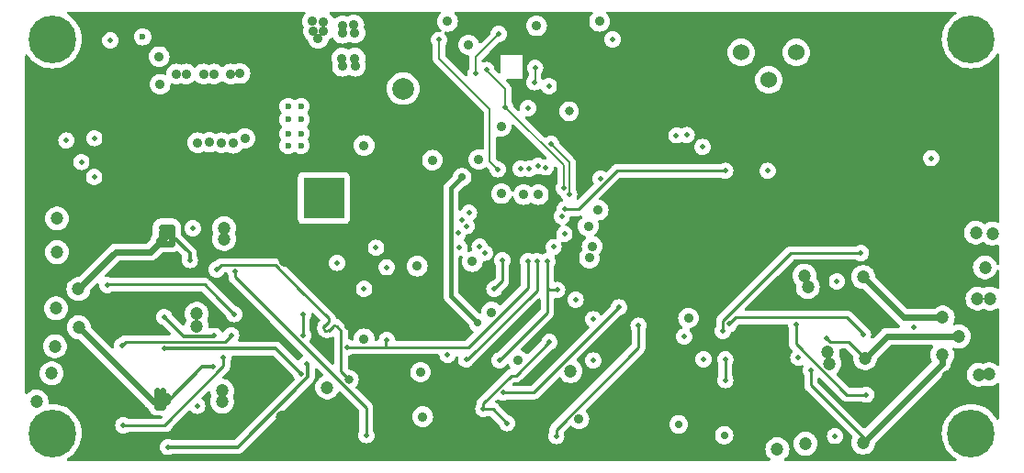
<source format=gbr>
%TF.GenerationSoftware,KiCad,Pcbnew,8.0.2*%
%TF.CreationDate,2024-06-10T22:47:19+08:00*%
%TF.ProjectId,bldcDriver,626c6463-4472-4697-9665-722e6b696361,rev?*%
%TF.SameCoordinates,Original*%
%TF.FileFunction,Copper,L3,Inr*%
%TF.FilePolarity,Positive*%
%FSLAX46Y46*%
G04 Gerber Fmt 4.6, Leading zero omitted, Abs format (unit mm)*
G04 Created by KiCad (PCBNEW 8.0.2) date 2024-06-10 22:47:19*
%MOMM*%
%LPD*%
G01*
G04 APERTURE LIST*
%TA.AperFunction,ComponentPad*%
%ADD10C,1.524000*%
%TD*%
%TA.AperFunction,ComponentPad*%
%ADD11C,4.400000*%
%TD*%
%TA.AperFunction,ComponentPad*%
%ADD12R,3.800000X3.800000*%
%TD*%
%TA.AperFunction,ComponentPad*%
%ADD13C,3.800000*%
%TD*%
%TA.AperFunction,ComponentPad*%
%ADD14C,0.600000*%
%TD*%
%TA.AperFunction,ViaPad*%
%ADD15C,0.500000*%
%TD*%
%TA.AperFunction,ViaPad*%
%ADD16C,1.200000*%
%TD*%
%TA.AperFunction,ViaPad*%
%ADD17C,0.900000*%
%TD*%
%TA.AperFunction,ViaPad*%
%ADD18C,0.700000*%
%TD*%
%TA.AperFunction,ViaPad*%
%ADD19C,0.600000*%
%TD*%
%TA.AperFunction,ViaPad*%
%ADD20C,2.000000*%
%TD*%
%TA.AperFunction,ViaPad*%
%ADD21C,0.800000*%
%TD*%
%TA.AperFunction,Conductor*%
%ADD22C,0.150000*%
%TD*%
%TA.AperFunction,Conductor*%
%ADD23C,0.400000*%
%TD*%
%TA.AperFunction,Conductor*%
%ADD24C,0.250000*%
%TD*%
%TA.AperFunction,Conductor*%
%ADD25C,0.600000*%
%TD*%
%TA.AperFunction,Conductor*%
%ADD26C,0.300000*%
%TD*%
G04 APERTURE END LIST*
D10*
%TO.N,+3V3*%
%TO.C,RV1*%
X103540000Y-34460000D03*
%TO.N,/ADC1_IN2*%
X101000000Y-37000000D03*
%TO.N,GNDD*%
X98460000Y-34460000D03*
%TD*%
D11*
%TO.N,N/C*%
%TO.C,*%
X34960000Y-33240000D03*
%TD*%
%TO.N,N/C*%
%TO.C,*%
X119660000Y-33240000D03*
%TD*%
D12*
%TO.N,GNDPWR*%
%TO.C,J1*%
X60000000Y-47900000D03*
D13*
%TO.N,+BATT*%
X55000000Y-47900000D03*
%TD*%
D11*
%TO.N,N/C*%
%TO.C,*%
X119660000Y-69640000D03*
%TD*%
%TO.N,N/C*%
%TO.C,*%
X34960000Y-69640000D03*
%TD*%
D14*
%TO.N,GNDD*%
%TO.C,U3*%
X57891000Y-43059000D03*
X57891000Y-41959000D03*
X57891000Y-40659000D03*
X57891000Y-39459000D03*
X56691000Y-43059000D03*
X56691000Y-41959000D03*
X56691000Y-40659000D03*
X56691000Y-39459000D03*
%TD*%
D15*
%TO.N,/SPI1_MOSI*%
X80943207Y-42918207D03*
%TO.N,/SPI1_SCK*%
X80725844Y-37574156D03*
%TO.N,/SPI1_MISO*%
X82100000Y-47000000D03*
%TO.N,/SPI1_MOSI*%
X82600000Y-47575000D03*
%TO.N,/SPI1_MISO*%
X76700000Y-39500000D03*
%TO.N,/SPI1_MOSI*%
X78800000Y-39600000D03*
%TO.N,/SPI1_CS*%
X79457532Y-35897890D03*
X79376122Y-37214387D03*
%TO.N,Net-(U9-VDD)*%
X76100000Y-32768111D03*
X73962500Y-36400000D03*
%TO.N,/SPI1_MISO*%
X74972968Y-36084571D03*
D16*
%TO.N,GNDPWR*%
X104400000Y-70600000D03*
X120258274Y-57203498D03*
D17*
X62850000Y-32650000D03*
D16*
X48275000Y-58600000D03*
D17*
X50550000Y-42800000D03*
X62750000Y-31900000D03*
D16*
X120100000Y-51100000D03*
X101800000Y-71100000D03*
X35400000Y-52900000D03*
X121635841Y-51200000D03*
D17*
X61700000Y-32000000D03*
D16*
X50800000Y-51700000D03*
X50600000Y-65700000D03*
X50600000Y-66700000D03*
X50800000Y-50700000D03*
X120937500Y-54300000D03*
X34900000Y-64100000D03*
X104294863Y-55083967D03*
X33500000Y-66700000D03*
X106604074Y-63195926D03*
X120351847Y-64221760D03*
D17*
X51650000Y-42850000D03*
D16*
X35200000Y-61600000D03*
D17*
X49450000Y-42750000D03*
D16*
X35400000Y-49800000D03*
X104600000Y-56125000D03*
X121299999Y-64203502D03*
D17*
X61700000Y-32700000D03*
D16*
X121400000Y-57203498D03*
X48275000Y-59750000D03*
D17*
X52700000Y-42400000D03*
D16*
X106450093Y-62103727D03*
D17*
X48350000Y-42800000D03*
X93600000Y-59000000D03*
D16*
X60300000Y-65400000D03*
D17*
%TO.N,GNDD*%
X69100000Y-68100000D03*
X46400000Y-36450000D03*
D16*
X82725000Y-63900000D03*
D17*
X74262500Y-44352500D03*
X58950000Y-31600000D03*
X48900000Y-36450000D03*
X84362500Y-50500000D03*
X73676532Y-53771850D03*
X77900000Y-62900000D03*
X73333641Y-33768531D03*
X62850000Y-35000000D03*
X62900000Y-35750000D03*
X59950000Y-31650000D03*
X84708416Y-52375652D03*
X61650000Y-35000000D03*
X61700000Y-35750000D03*
D18*
X96900000Y-69815000D03*
D17*
X59000000Y-32500000D03*
X63700000Y-43050000D03*
X63700000Y-60925000D03*
D15*
X94900000Y-43200000D03*
D17*
X83500000Y-68300000D03*
X59950000Y-32500000D03*
X76362500Y-47500000D03*
X70000000Y-44400000D03*
X47300000Y-36450000D03*
X52250000Y-36400000D03*
X76354933Y-41300001D03*
X85400000Y-31600000D03*
D15*
X93437000Y-42100000D03*
D17*
X78412208Y-47600000D03*
X79762500Y-47600000D03*
X59450000Y-33150000D03*
X51400000Y-36450000D03*
X75451992Y-58451992D03*
D18*
X92700000Y-68815000D03*
D17*
X44800000Y-34850000D03*
X68600000Y-54200000D03*
X44900000Y-37400000D03*
X79600000Y-32000000D03*
X71400000Y-31600000D03*
X49850000Y-36450000D03*
X68900000Y-64000000D03*
D18*
%TO.N,+3V3*%
X72742500Y-45980000D03*
D15*
X115975835Y-44225000D03*
D19*
X43281000Y-33016500D03*
D17*
X84472232Y-53450000D03*
D18*
X74192500Y-59450000D03*
D15*
X92487000Y-42113000D03*
D20*
X67300000Y-37800000D03*
D17*
X85282765Y-49025751D03*
D15*
X40300000Y-33350000D03*
D17*
%TO.N,+BATT*%
X48450000Y-40700000D03*
D15*
X40700000Y-65700000D03*
D16*
X99700000Y-70500000D03*
X99700000Y-53600000D03*
D15*
X40800000Y-59500000D03*
X114000000Y-70900000D03*
X113800000Y-63400000D03*
D16*
X58300000Y-67900000D03*
D15*
X113400000Y-54900000D03*
X114000000Y-70300000D03*
X40800000Y-58900000D03*
X113800000Y-62800000D03*
X41400000Y-59500000D03*
X40700000Y-66900000D03*
X113400000Y-70900000D03*
X41400000Y-58900000D03*
X114000000Y-54900000D03*
D18*
X62200000Y-59800000D03*
D15*
X113400000Y-69700000D03*
D17*
X54400000Y-40650000D03*
X49700000Y-40750000D03*
D15*
X114000000Y-69700000D03*
D16*
X97300000Y-53500000D03*
D15*
X113400000Y-56100000D03*
X41600000Y-51300000D03*
D16*
X117537500Y-64400000D03*
D15*
X41000000Y-51900000D03*
D16*
X117962500Y-54700000D03*
X117237500Y-66400000D03*
D15*
X113200000Y-62800000D03*
X114000000Y-56100000D03*
D16*
X56137438Y-68137437D03*
D19*
X94800000Y-60800000D03*
D15*
X41300000Y-65700000D03*
D17*
X53300000Y-40650000D03*
D19*
X60200000Y-61700000D03*
D15*
X41600000Y-51900000D03*
D17*
X50900000Y-40750000D03*
D15*
X41000000Y-50700000D03*
X113400000Y-70300000D03*
X41300000Y-66300000D03*
X41000000Y-51300000D03*
X40800000Y-58300000D03*
X41300000Y-66900000D03*
X41600000Y-50700000D03*
D16*
X56360911Y-53652762D03*
X118200000Y-57200000D03*
D15*
X114000000Y-55500000D03*
X113400000Y-55500000D03*
D16*
X118100000Y-51200000D03*
D15*
X40700000Y-66300000D03*
D17*
X52100000Y-40650000D03*
D15*
X113200000Y-63400000D03*
X113800000Y-62200000D03*
X41400000Y-58300000D03*
X113200000Y-62200000D03*
%TO.N,/SWDIO*%
X74818750Y-52956250D03*
%TO.N,/USART3_TX*%
X82162500Y-51225000D03*
%TO.N,/SWCLK*%
X74362500Y-52400000D03*
%TO.N,/USART3_RX*%
X81162500Y-52435000D03*
%TO.N,Net-(Q1-S-Pad1)*%
X48300000Y-67100000D03*
%TO.N,/TIM1_CH2*%
X97000000Y-62814500D03*
X97000000Y-64728500D03*
X95000000Y-62796500D03*
%TO.N,/TIM1_CH1*%
X93200000Y-60700000D03*
%TO.N,/TIM1_CH3*%
X83200000Y-57300000D03*
%TO.N,/TIM8_CH3*%
X61200000Y-53900000D03*
%TO.N,/TIM8_CH1*%
X63700000Y-56300000D03*
%TO.N,/TIM8_CH2*%
X65775000Y-54300000D03*
X58071000Y-60603500D03*
X64800000Y-52500000D03*
X58071000Y-58671500D03*
%TO.N,Net-(Q8-S-Pad1)*%
X107118012Y-69881988D03*
%TO.N,/NSS1*%
X72752395Y-49924141D03*
%TO.N,/NSS2*%
X85483861Y-46102965D03*
%TO.N,/ADC1_IN11*%
X76175000Y-62900000D03*
X81500000Y-56400000D03*
X80587500Y-53735000D03*
%TO.N,/ADC1_IN5*%
X79636084Y-53735000D03*
X73100000Y-62820000D03*
X71400000Y-62400000D03*
%TO.N,/inverter/2VS1*%
X104892500Y-63807976D03*
D16*
X109700000Y-70500000D03*
X116990000Y-62400000D03*
%TO.N,/inverter/2VS2*%
X118520000Y-60690000D03*
X109900000Y-62700000D03*
D15*
X106369904Y-60869904D03*
D16*
%TO.N,/inverter/2VS3*%
X117040000Y-58950000D03*
X109700000Y-55200000D03*
D15*
%TO.N,/inverter/1VS1*%
X46000000Y-50900000D03*
X46100000Y-51700000D03*
X44900000Y-51800000D03*
D16*
X37366500Y-56315339D03*
D15*
X45100000Y-50900000D03*
X47629789Y-53635326D03*
X45500000Y-51300000D03*
%TO.N,/inverter/1VS2*%
X45250000Y-58890000D03*
D16*
X35300000Y-58100000D03*
D15*
X49900000Y-60625000D03*
%TO.N,/inverter/1VS3*%
X49800000Y-63500000D03*
D16*
X37386500Y-59843500D03*
X45100000Y-66700000D03*
D15*
%TO.N,/inverter/1HO1*%
X51717172Y-58635499D03*
X40000000Y-55940000D03*
%TO.N,/inverter/1HO2*%
X41400000Y-61500000D03*
X51438709Y-60600000D03*
%TO.N,/inverter/1LO2*%
X45288750Y-61811250D03*
X57900000Y-64141421D03*
%TO.N,/inverter/1HO3*%
X50729535Y-62629498D03*
X41500000Y-68900000D03*
%TO.N,/inverter/1LO3*%
X58400000Y-63200000D03*
X45600000Y-70900000D03*
%TO.N,/inverter/2HO2*%
X114346250Y-59846250D03*
X103739111Y-62652167D03*
%TO.N,/inverter/2LO3*%
X96778500Y-60178500D03*
X109500000Y-52991476D03*
%TO.N,/inverter/2LO2*%
X97353500Y-59546500D03*
X109692500Y-60540000D03*
%TO.N,/inverter/2LO1*%
X103504408Y-59581218D03*
X110000000Y-66071476D03*
%TO.N,/USART2_TX*%
X79725354Y-44949233D03*
%TO.N,/USART2_RX*%
X80413781Y-45076006D03*
%TO.N,/ADC2_IN12*%
X84825647Y-62917712D03*
X81913000Y-49600000D03*
X84825647Y-59100000D03*
%TO.N,/SPI3_MOSI*%
X73362500Y-49275000D03*
%TO.N,/SPI3_MISO*%
X36255751Y-42600000D03*
X37626913Y-44573087D03*
X73168171Y-50499141D03*
%TO.N,/RESET*%
X86600000Y-33262500D03*
X78112499Y-45200419D03*
%TO.N,/VREF_OP*%
X76900000Y-68700000D03*
X80780000Y-61212500D03*
X74700000Y-67400000D03*
%TO.N,/ADC2_IN15*%
X62137500Y-61700000D03*
X78801009Y-53735000D03*
X65800000Y-61000000D03*
%TO.N,Net-(Q12-S-Pad1)*%
X107300000Y-55600000D03*
%TO.N,Net-(Q16-S-Pad1)*%
X47900000Y-50700000D03*
%TO.N,/1CS2+*%
X50097500Y-54510000D03*
D21*
X62306403Y-64681097D03*
D15*
%TO.N,/1CS2-*%
X63900000Y-69812500D03*
X51822500Y-54675000D03*
%TO.N,/2CS2-*%
X89000000Y-59700000D03*
X81412500Y-69900000D03*
%TO.N,/2CS2+*%
X87200000Y-58000000D03*
X76500000Y-65887500D03*
%TO.N,/SPI3_SCK*%
X38814433Y-42376992D03*
X38810180Y-45965086D03*
X72362500Y-51150000D03*
%TO.N,Net-(U5-PA11)*%
X76437500Y-53650000D03*
X75700000Y-56300000D03*
%TO.N,Net-(D12-K)*%
X100900000Y-45400000D03*
%TO.N,/LED*%
X82162500Y-48945975D03*
X96987500Y-45400000D03*
%TO.N,/KEY*%
X70600000Y-33300000D03*
X76012500Y-45250000D03*
%TO.N,/ADC1_IN2*%
X78937500Y-45200002D03*
D21*
X82600000Y-39900000D03*
D15*
%TO.N,Net-(U5-PA15)*%
X72500000Y-52500000D03*
%TD*%
D22*
%TO.N,/SPI1_MISO*%
X75194198Y-36305802D02*
X75194198Y-36305801D01*
X75194198Y-36305802D02*
X76700000Y-37811603D01*
X75194198Y-36305801D02*
X74972968Y-36084571D01*
%TO.N,Net-(U9-VDD)*%
X76100000Y-32768111D02*
X73962500Y-34905611D01*
X73962500Y-34905611D02*
X73962500Y-36400000D01*
%TO.N,/SPI1_MISO*%
X82100000Y-44900000D02*
X76700000Y-39500000D01*
X82100000Y-47000000D02*
X82100000Y-44900000D01*
X76700000Y-37811603D02*
X76700000Y-39500000D01*
%TO.N,/SPI1_MOSI*%
X81162500Y-43137500D02*
X80943207Y-42918207D01*
X81162500Y-43137500D02*
X81262500Y-43237500D01*
X81112500Y-43087500D02*
X81162500Y-43137500D01*
X82625000Y-47550000D02*
X82600000Y-47575000D01*
X82625000Y-44600000D02*
X82625000Y-47550000D01*
X81262500Y-43237500D02*
X82625000Y-44600000D01*
X81262500Y-43237500D02*
X80943207Y-42918207D01*
%TO.N,/SPI1_CS*%
X79457532Y-37132977D02*
X79376122Y-37214387D01*
X79457532Y-35897890D02*
X79457532Y-37132977D01*
%TO.N,/SPI1_MOSI*%
X80925000Y-42900000D02*
X81112500Y-43087500D01*
X81112500Y-43087500D02*
X80943207Y-42918207D01*
D23*
%TO.N,+3V3*%
X71712500Y-56970000D02*
X74192500Y-59450000D01*
X72742500Y-45980000D02*
X71712500Y-47010000D01*
X71712500Y-47010000D02*
X71712500Y-56970000D01*
D24*
%TO.N,/TIM1_CH2*%
X97000000Y-63000000D02*
X97000000Y-62814500D01*
X97000000Y-64728500D02*
X97000000Y-63000000D01*
X97000000Y-63000000D02*
X97000000Y-62867500D01*
%TO.N,/TIM8_CH2*%
X58071000Y-58653500D02*
X58071000Y-59200000D01*
X58071000Y-59200000D02*
X58071000Y-58671500D01*
X58071000Y-59200000D02*
X58071000Y-60603500D01*
%TO.N,/ADC1_IN11*%
X80787500Y-56400000D02*
X80587500Y-56200000D01*
X80587500Y-58487500D02*
X76175000Y-62900000D01*
X81500000Y-56400000D02*
X80787500Y-56400000D01*
X80587500Y-56200000D02*
X80587500Y-58487500D01*
X80587500Y-53735000D02*
X80587500Y-56200000D01*
%TO.N,/ADC1_IN5*%
X73232497Y-62820000D02*
X79636084Y-56416413D01*
X79636084Y-56416413D02*
X79636084Y-53735000D01*
X73100000Y-62820000D02*
X73232497Y-62820000D01*
D25*
%TO.N,/inverter/2VS1*%
X116990000Y-62400000D02*
X116990000Y-63210000D01*
D24*
X109700000Y-70000000D02*
X109700000Y-70500000D01*
X104892500Y-65192500D02*
X109700000Y-70000000D01*
D25*
X116990000Y-63210000D02*
X109700000Y-70500000D01*
D24*
X104892500Y-63807976D02*
X104892500Y-65192500D01*
D25*
%TO.N,/inverter/2VS2*%
X111910000Y-60690000D02*
X109900000Y-62700000D01*
D24*
X108400000Y-61200000D02*
X109900000Y-62700000D01*
D25*
X118520000Y-60690000D02*
X111910000Y-60690000D01*
D24*
X106700000Y-61200000D02*
X106369904Y-60869904D01*
X106700000Y-61200000D02*
X108400000Y-61200000D01*
D25*
%TO.N,/inverter/2VS3*%
X113450000Y-58950000D02*
X109700000Y-55200000D01*
X117040000Y-58950000D02*
X113450000Y-58950000D01*
%TO.N,/inverter/1VS1*%
X44900000Y-51700000D02*
X44900000Y-51800000D01*
D26*
X47629789Y-53634829D02*
X47629789Y-53635326D01*
D25*
X45200000Y-50800000D02*
X45000000Y-50600000D01*
D26*
X47628782Y-53633822D02*
X47629789Y-53634829D01*
D25*
X45100000Y-50900000D02*
X45200000Y-50800000D01*
D26*
X47628782Y-53633822D02*
X47628782Y-53028782D01*
D25*
X46000000Y-51600000D02*
X46100000Y-51700000D01*
X46000000Y-50600000D02*
X45000000Y-50600000D01*
X46000000Y-51800000D02*
X46000000Y-52100000D01*
X44900000Y-51800000D02*
X44800000Y-51800000D01*
X45300000Y-51300000D02*
X44900000Y-51700000D01*
X46100000Y-51700000D02*
X46000000Y-51800000D01*
X45000000Y-52100000D02*
X45000000Y-51000000D01*
X44000000Y-52900000D02*
X40781839Y-52900000D01*
X40781839Y-52900000D02*
X37366500Y-56315339D01*
X46000000Y-51400000D02*
X46000000Y-51600000D01*
X45500000Y-51100000D02*
X45500000Y-51300000D01*
X45500000Y-51300000D02*
X45300000Y-51300000D01*
X46000000Y-50900000D02*
X46000000Y-51400000D01*
X45000000Y-51000000D02*
X45100000Y-50900000D01*
X46000000Y-50900000D02*
X44000000Y-52900000D01*
D26*
X47628782Y-53028782D02*
X46000000Y-51400000D01*
D25*
X46000000Y-52100000D02*
X45000000Y-52100000D01*
X46000000Y-50600000D02*
X46000000Y-50900000D01*
D26*
%TO.N,/inverter/1VS2*%
X49825000Y-60700000D02*
X49900000Y-60625000D01*
X47100000Y-60700000D02*
X49825000Y-60700000D01*
X45250000Y-58890000D02*
X45290000Y-58890000D01*
X45290000Y-58890000D02*
X47100000Y-60700000D01*
D25*
%TO.N,/inverter/1VS3*%
X44600000Y-67200000D02*
X45100000Y-67200000D01*
X45100000Y-66700000D02*
X45550000Y-66700000D01*
X44600000Y-65700000D02*
X44600000Y-67200000D01*
D26*
X48800000Y-63500000D02*
X45600000Y-66700000D01*
D25*
X45100000Y-66200000D02*
X45550000Y-66200000D01*
X45100000Y-66200000D02*
X45100000Y-66700000D01*
X44243000Y-66700000D02*
X37386500Y-59843500D01*
X45100000Y-66700000D02*
X44243000Y-66700000D01*
D26*
X49800000Y-63500000D02*
X48800000Y-63500000D01*
D25*
X45100000Y-66653162D02*
X45100000Y-66700000D01*
X45100000Y-65700000D02*
X45100000Y-66700000D01*
X45100000Y-66200000D02*
X44646839Y-66200000D01*
D24*
%TO.N,/inverter/1HO1*%
X48987586Y-55900000D02*
X50293793Y-57206207D01*
X50293793Y-57206207D02*
X51717172Y-58629586D01*
X51717172Y-58629586D02*
X51717172Y-58635499D01*
X40000000Y-55940000D02*
X40040000Y-55900000D01*
X51741087Y-58653500D02*
X50293793Y-57206207D01*
X40040000Y-55900000D02*
X48987586Y-55900000D01*
%TO.N,/inverter/1HO2*%
X41700000Y-61200000D02*
X50838709Y-61200000D01*
X41400000Y-61500000D02*
X41700000Y-61200000D01*
X50838709Y-61200000D02*
X51438709Y-60600000D01*
D26*
%TO.N,/inverter/1LO2*%
X57900000Y-64141421D02*
X55569829Y-61811250D01*
X55569829Y-61811250D02*
X45288750Y-61811250D01*
D24*
%TO.N,/inverter/1HO3*%
X50729535Y-63442216D02*
X45271751Y-68900000D01*
X45413173Y-68900000D02*
X41500000Y-68900000D01*
X50729535Y-62629498D02*
X50729535Y-63442216D01*
X45271751Y-68900000D02*
X41500000Y-68900000D01*
D26*
%TO.N,/inverter/1LO3*%
X52031371Y-70900000D02*
X45600000Y-70900000D01*
X58500000Y-64431371D02*
X52031371Y-70900000D01*
X58400000Y-63200000D02*
X58500000Y-63300000D01*
X58500000Y-63300000D02*
X58500000Y-64431371D01*
X58500000Y-63300000D02*
X58500000Y-64431372D01*
D24*
%TO.N,/inverter/2LO3*%
X96778500Y-60046000D02*
X96778500Y-59237616D01*
X96778500Y-59237616D02*
X103024640Y-52991476D01*
X103024640Y-52991476D02*
X109500000Y-52991476D01*
%TO.N,/inverter/2LO2*%
X109692500Y-60411476D02*
X108206024Y-58925000D01*
X108206024Y-58925000D02*
X97975000Y-58925000D01*
X97975000Y-58925000D02*
X97353500Y-59546500D01*
X109692500Y-60540000D02*
X109692500Y-60411476D01*
%TO.N,/inverter/2LO1*%
X103500000Y-60000000D02*
X103500000Y-59585626D01*
X103500000Y-61400000D02*
X108171476Y-66071476D01*
X103500000Y-60000000D02*
X103500000Y-59500000D01*
X108171476Y-66071476D02*
X110000000Y-66071476D01*
X103500000Y-60000000D02*
X103500000Y-61400000D01*
X103500000Y-59585626D02*
X103504408Y-59581218D01*
%TO.N,/VREF_OP*%
X75600000Y-67400000D02*
X76900000Y-68700000D01*
X74700000Y-66874327D02*
X77274327Y-64300000D01*
X74700000Y-67400000D02*
X75600000Y-67400000D01*
X77274327Y-64300000D02*
X77692500Y-64300000D01*
X74700000Y-67400000D02*
X74700000Y-66874327D01*
X77692500Y-64300000D02*
X80780000Y-61212500D01*
%TO.N,/ADC2_IN15*%
X78801009Y-53735000D02*
X78801009Y-56198991D01*
X78801009Y-56198991D02*
X73300000Y-61700000D01*
X65700000Y-61100000D02*
X65800000Y-61000000D01*
X65700000Y-61700000D02*
X65700000Y-61100000D01*
X73300000Y-61700000D02*
X65700000Y-61700000D01*
X65700000Y-61700000D02*
X62137500Y-61700000D01*
%TO.N,/1CS2+*%
X57921207Y-56521206D02*
X60332180Y-58932179D01*
X57850009Y-56450008D02*
X57921207Y-56521206D01*
X55500001Y-54100000D02*
X57850009Y-56450008D01*
X62306403Y-64681097D02*
X61562500Y-63937194D01*
X60417032Y-59017031D02*
X60332180Y-58932179D01*
X60049337Y-59724138D02*
X60417031Y-59356441D01*
X60134190Y-60148403D02*
X60049337Y-60063550D01*
X60841297Y-59780708D02*
X60473600Y-60148402D01*
X50507500Y-54100000D02*
X50097500Y-54510000D01*
X61562500Y-60162499D02*
X61180709Y-59780708D01*
X61562500Y-63937194D02*
X61562500Y-60162499D01*
X55500001Y-54100000D02*
X50507500Y-54100000D01*
X60473600Y-60148402D02*
G75*
G02*
X60134196Y-60148398I-169700J169702D01*
G01*
X60049337Y-60063550D02*
G75*
G02*
X60049293Y-59724094I169663J169750D01*
G01*
X61180709Y-59780708D02*
G75*
G03*
X60841297Y-59780708I-169706J-169701D01*
G01*
X60417031Y-59356441D02*
G75*
G03*
X60417068Y-59016996I-169731J169741D01*
G01*
%TO.N,/1CS2-*%
X55521207Y-58921207D02*
X63900000Y-67300000D01*
X63900000Y-67300000D02*
X63900000Y-69812500D01*
X51822500Y-55222500D02*
X55450009Y-58850009D01*
X51822500Y-54675000D02*
X51822500Y-55222500D01*
X55450009Y-58850009D02*
X55521207Y-58921207D01*
%TO.N,/2CS2-*%
X89000000Y-59700000D02*
X89000000Y-61703984D01*
X89000000Y-61703984D02*
X81412500Y-69291484D01*
X81412500Y-69291484D02*
X81412500Y-69900000D01*
%TO.N,/2CS2+*%
X79312500Y-65887500D02*
X76500000Y-65887500D01*
X87200000Y-58000000D02*
X79312500Y-65887500D01*
%TO.N,Net-(U5-PA11)*%
X76437500Y-55562500D02*
X75700000Y-56300000D01*
X76437500Y-53650000D02*
X76437500Y-55562500D01*
%TO.N,/LED*%
X82162500Y-48945975D02*
X83454025Y-48945975D01*
X83454025Y-48945975D02*
X87000000Y-45400000D01*
X87000000Y-45400000D02*
X96987500Y-45400000D01*
D22*
%TO.N,/KEY*%
X70600000Y-35014736D02*
X75300000Y-39714736D01*
X75300000Y-44537500D02*
X76012500Y-45250000D01*
X75300000Y-39714736D02*
X75300000Y-44537500D01*
X70600000Y-33300000D02*
X70600000Y-35014736D01*
%TD*%
%TA.AperFunction,Conductor*%
%TO.N,+BATT*%
G36*
X116115792Y-61510185D02*
G01*
X116161547Y-61562989D01*
X116171491Y-61632147D01*
X116147707Y-61689227D01*
X116050327Y-61818178D01*
X115959422Y-62000739D01*
X115959417Y-62000752D01*
X115903602Y-62196917D01*
X115884785Y-62399999D01*
X115884785Y-62400000D01*
X115903602Y-62603082D01*
X115959417Y-62799247D01*
X115959422Y-62799260D01*
X116022450Y-62925836D01*
X116034711Y-62994622D01*
X116007838Y-63059117D01*
X115999131Y-63068789D01*
X109913937Y-69153984D01*
X109852614Y-69187469D01*
X109782922Y-69182485D01*
X109738575Y-69153984D01*
X105554319Y-64969728D01*
X105520834Y-64908405D01*
X105518000Y-64882047D01*
X105518000Y-64601952D01*
X105537685Y-64534913D01*
X105590489Y-64489158D01*
X105659647Y-64479214D01*
X105723203Y-64508239D01*
X105729681Y-64514271D01*
X107772739Y-66557331D01*
X107772743Y-66557334D01*
X107875186Y-66625785D01*
X107875187Y-66625785D01*
X107875191Y-66625788D01*
X107941872Y-66653407D01*
X107941874Y-66653409D01*
X107971605Y-66665723D01*
X107989024Y-66672939D01*
X108109870Y-66696976D01*
X109549124Y-66696976D01*
X109615095Y-66715981D01*
X109672310Y-66751932D01*
X109771152Y-66786518D01*
X109831943Y-66807790D01*
X109999997Y-66826725D01*
X110000000Y-66826725D01*
X110000003Y-66826725D01*
X110168056Y-66807790D01*
X110168059Y-66807789D01*
X110327690Y-66751932D01*
X110327692Y-66751930D01*
X110327694Y-66751930D01*
X110327697Y-66751928D01*
X110470884Y-66661957D01*
X110470885Y-66661956D01*
X110470890Y-66661953D01*
X110590477Y-66542366D01*
X110596987Y-66532006D01*
X110680452Y-66399173D01*
X110680454Y-66399170D01*
X110680454Y-66399168D01*
X110680456Y-66399166D01*
X110736313Y-66239535D01*
X110736313Y-66239534D01*
X110736314Y-66239532D01*
X110755249Y-66071478D01*
X110755249Y-66071473D01*
X110736314Y-65903419D01*
X110699864Y-65799250D01*
X110680456Y-65743786D01*
X110680455Y-65743785D01*
X110680454Y-65743781D01*
X110680452Y-65743778D01*
X110590481Y-65600591D01*
X110590476Y-65600585D01*
X110470890Y-65480999D01*
X110470884Y-65480994D01*
X110327697Y-65391023D01*
X110327694Y-65391021D01*
X110168056Y-65335161D01*
X110000003Y-65316227D01*
X109999997Y-65316227D01*
X109831943Y-65335161D01*
X109672307Y-65391021D01*
X109615096Y-65426970D01*
X109549124Y-65445976D01*
X108481929Y-65445976D01*
X108414890Y-65426291D01*
X108394248Y-65409657D01*
X107252586Y-64267995D01*
X107219101Y-64206672D01*
X107224085Y-64136980D01*
X107265554Y-64081349D01*
X107270102Y-64077914D01*
X107270115Y-64077907D01*
X107346571Y-64008208D01*
X107420836Y-63940507D01*
X107424890Y-63935139D01*
X107543747Y-63777747D01*
X107634656Y-63595176D01*
X107690471Y-63399009D01*
X107709289Y-63195926D01*
X107705535Y-63155418D01*
X107690471Y-62992843D01*
X107682423Y-62964559D01*
X107634656Y-62796676D01*
X107634569Y-62796502D01*
X107568308Y-62663430D01*
X107543747Y-62614105D01*
X107525560Y-62590022D01*
X107512179Y-62572302D01*
X107487487Y-62506940D01*
X107491867Y-62463640D01*
X107496438Y-62447578D01*
X107536490Y-62306810D01*
X107555308Y-62103727D01*
X107542077Y-61960940D01*
X107555492Y-61892372D01*
X107603849Y-61841940D01*
X107665548Y-61825500D01*
X108089548Y-61825500D01*
X108156587Y-61845185D01*
X108177229Y-61861819D01*
X108772333Y-62456924D01*
X108805818Y-62518247D01*
X108808123Y-62556045D01*
X108794785Y-62699998D01*
X108794785Y-62700000D01*
X108813602Y-62903082D01*
X108869417Y-63099247D01*
X108869422Y-63099260D01*
X108960327Y-63281821D01*
X109083237Y-63444581D01*
X109233958Y-63581980D01*
X109233960Y-63581982D01*
X109302901Y-63624668D01*
X109407363Y-63689348D01*
X109597544Y-63763024D01*
X109798024Y-63800500D01*
X109798026Y-63800500D01*
X110001974Y-63800500D01*
X110001976Y-63800500D01*
X110202456Y-63763024D01*
X110392637Y-63689348D01*
X110566041Y-63581981D01*
X110716764Y-63444579D01*
X110839673Y-63281821D01*
X110930582Y-63099250D01*
X110986397Y-62903083D01*
X110998340Y-62774186D01*
X111024126Y-62709249D01*
X111034122Y-62697954D01*
X112205259Y-61526819D01*
X112266582Y-61493334D01*
X112292940Y-61490500D01*
X116048753Y-61490500D01*
X116115792Y-61510185D01*
G37*
%TD.AperFunction*%
%TA.AperFunction,Conductor*%
G36*
X58281038Y-30709685D02*
G01*
X58326793Y-30762489D01*
X58336737Y-30831647D01*
X58307712Y-30895203D01*
X58292664Y-30909853D01*
X58274642Y-30924642D01*
X58155864Y-31069373D01*
X58155862Y-31069376D01*
X58067604Y-31234497D01*
X58013253Y-31413666D01*
X58013252Y-31413668D01*
X57994901Y-31600000D01*
X58013252Y-31786331D01*
X58013253Y-31786333D01*
X58067602Y-31965497D01*
X58067603Y-31965500D01*
X58107994Y-32041067D01*
X58122235Y-32109470D01*
X58117296Y-32135514D01*
X58063252Y-32313670D01*
X58044901Y-32500000D01*
X58063252Y-32686331D01*
X58063253Y-32686333D01*
X58117604Y-32865502D01*
X58205862Y-33030623D01*
X58205864Y-33030626D01*
X58324642Y-33175357D01*
X58430829Y-33262502D01*
X58469371Y-33294133D01*
X58469374Y-33294135D01*
X58471458Y-33295528D01*
X58472304Y-33296540D01*
X58474084Y-33298001D01*
X58473807Y-33298338D01*
X58516266Y-33349138D01*
X58521232Y-33362637D01*
X58567604Y-33515502D01*
X58655862Y-33680623D01*
X58655864Y-33680626D01*
X58774642Y-33825357D01*
X58919373Y-33944135D01*
X58919376Y-33944137D01*
X59021669Y-33998813D01*
X59084499Y-34032396D01*
X59262242Y-34086314D01*
X59263666Y-34086746D01*
X59263668Y-34086747D01*
X59280374Y-34088392D01*
X59450000Y-34105099D01*
X59636331Y-34086747D01*
X59815501Y-34032396D01*
X59980625Y-33944136D01*
X60125357Y-33825357D01*
X60244136Y-33680625D01*
X60332396Y-33515501D01*
X60368947Y-33395006D01*
X60407242Y-33336572D01*
X60429143Y-33321652D01*
X60480625Y-33294136D01*
X60617332Y-33181943D01*
X60625356Y-33175358D01*
X60625357Y-33175357D01*
X60659607Y-33133623D01*
X60717351Y-33094289D01*
X60787196Y-33092418D01*
X60846965Y-33128605D01*
X60864818Y-33153834D01*
X60887225Y-33195754D01*
X60905864Y-33230625D01*
X60911840Y-33237907D01*
X61024642Y-33375357D01*
X61169373Y-33494135D01*
X61169376Y-33494137D01*
X61324875Y-33577252D01*
X61334499Y-33582396D01*
X61513666Y-33636746D01*
X61513668Y-33636747D01*
X61530374Y-33638392D01*
X61700000Y-33655099D01*
X61886331Y-33636747D01*
X62065501Y-33582396D01*
X62230625Y-33494136D01*
X62238473Y-33487695D01*
X62302779Y-33460379D01*
X62371647Y-33472165D01*
X62375595Y-33474186D01*
X62457670Y-33518056D01*
X62484499Y-33532396D01*
X62649326Y-33582396D01*
X62663666Y-33586746D01*
X62663668Y-33586747D01*
X62680374Y-33588392D01*
X62850000Y-33605099D01*
X63036331Y-33586747D01*
X63215501Y-33532396D01*
X63380625Y-33444136D01*
X63525357Y-33325357D01*
X63644136Y-33180625D01*
X63732396Y-33015501D01*
X63786747Y-32836331D01*
X63805099Y-32650000D01*
X63786747Y-32463669D01*
X63732396Y-32284499D01*
X63689135Y-32203564D01*
X63674894Y-32135165D01*
X63679832Y-32109123D01*
X63686747Y-32086331D01*
X63705099Y-31900000D01*
X63686747Y-31713669D01*
X63632396Y-31534499D01*
X63594537Y-31463669D01*
X63544137Y-31369376D01*
X63544135Y-31369373D01*
X63425357Y-31224642D01*
X63280626Y-31105864D01*
X63280623Y-31105862D01*
X63115502Y-31017604D01*
X62936333Y-30963253D01*
X62936331Y-30963252D01*
X62750000Y-30944901D01*
X62563668Y-30963252D01*
X62563666Y-30963253D01*
X62384497Y-31017604D01*
X62219375Y-31105863D01*
X62214064Y-31110222D01*
X62149752Y-31137532D01*
X62080885Y-31125737D01*
X62076953Y-31123725D01*
X62065501Y-31117604D01*
X62065497Y-31117602D01*
X61886333Y-31063253D01*
X61886331Y-31063252D01*
X61700000Y-31044901D01*
X61513668Y-31063252D01*
X61513666Y-31063253D01*
X61334497Y-31117604D01*
X61169376Y-31205862D01*
X61169373Y-31205864D01*
X61022726Y-31326215D01*
X60958416Y-31353528D01*
X60889548Y-31341737D01*
X60837988Y-31294585D01*
X60834703Y-31288815D01*
X60744137Y-31119376D01*
X60744134Y-31119372D01*
X60625357Y-30974642D01*
X60546411Y-30909853D01*
X60507077Y-30852107D01*
X60505206Y-30782263D01*
X60541394Y-30722495D01*
X60604149Y-30691779D01*
X60625076Y-30690000D01*
X70663999Y-30690000D01*
X70731038Y-30709685D01*
X70776793Y-30762489D01*
X70786737Y-30831647D01*
X70757712Y-30895203D01*
X70742664Y-30909853D01*
X70724642Y-30924642D01*
X70605864Y-31069373D01*
X70605862Y-31069376D01*
X70517604Y-31234497D01*
X70463253Y-31413666D01*
X70463252Y-31413668D01*
X70444901Y-31600000D01*
X70463252Y-31786331D01*
X70463253Y-31786333D01*
X70517604Y-31965502D01*
X70605862Y-32130623D01*
X70605864Y-32130626D01*
X70724642Y-32275357D01*
X70800823Y-32337877D01*
X70840157Y-32395623D01*
X70842028Y-32465467D01*
X70805840Y-32525235D01*
X70743085Y-32555951D01*
X70708275Y-32556950D01*
X70600004Y-32544751D01*
X70599997Y-32544751D01*
X70431943Y-32563685D01*
X70272305Y-32619545D01*
X70272302Y-32619547D01*
X70129115Y-32709518D01*
X70129109Y-32709523D01*
X70009523Y-32829109D01*
X70009518Y-32829115D01*
X69919547Y-32972302D01*
X69919545Y-32972305D01*
X69863685Y-33131943D01*
X69844751Y-33299997D01*
X69844751Y-33300002D01*
X69863685Y-33468056D01*
X69919545Y-33627693D01*
X70005493Y-33764476D01*
X70024500Y-33830449D01*
X70024500Y-34938970D01*
X70024500Y-35090502D01*
X70038832Y-35143991D01*
X70063719Y-35236872D01*
X70085513Y-35274620D01*
X70139485Y-35368101D01*
X70139487Y-35368103D01*
X74688181Y-39916797D01*
X74721666Y-39978120D01*
X74724500Y-40004478D01*
X74724500Y-43332181D01*
X74704815Y-43399220D01*
X74652011Y-43444975D01*
X74582853Y-43454919D01*
X74564505Y-43450842D01*
X74480491Y-43425357D01*
X74448831Y-43415753D01*
X74448829Y-43415752D01*
X74448831Y-43415752D01*
X74262500Y-43397401D01*
X74076168Y-43415752D01*
X74076166Y-43415753D01*
X73896997Y-43470104D01*
X73731876Y-43558362D01*
X73731873Y-43558364D01*
X73587142Y-43677142D01*
X73468364Y-43821873D01*
X73468362Y-43821876D01*
X73380104Y-43986997D01*
X73325753Y-44166166D01*
X73325752Y-44166168D01*
X73307401Y-44352500D01*
X73325752Y-44538831D01*
X73325753Y-44538833D01*
X73380104Y-44718002D01*
X73468362Y-44883123D01*
X73468364Y-44883126D01*
X73587142Y-45027857D01*
X73731873Y-45146635D01*
X73731876Y-45146637D01*
X73891474Y-45231943D01*
X73896999Y-45234896D01*
X74076166Y-45289246D01*
X74076168Y-45289247D01*
X74092874Y-45290892D01*
X74262500Y-45307599D01*
X74448831Y-45289247D01*
X74628001Y-45234896D01*
X74793125Y-45146636D01*
X74872193Y-45081746D01*
X74936501Y-45054433D01*
X75005368Y-45066223D01*
X75038538Y-45089918D01*
X75234014Y-45285393D01*
X75267499Y-45346716D01*
X75269553Y-45359190D01*
X75276185Y-45418055D01*
X75332045Y-45577694D01*
X75332047Y-45577697D01*
X75422018Y-45720884D01*
X75422023Y-45720890D01*
X75541609Y-45840476D01*
X75541615Y-45840481D01*
X75684802Y-45930452D01*
X75684805Y-45930454D01*
X75684809Y-45930455D01*
X75684810Y-45930456D01*
X75746745Y-45952128D01*
X75844443Y-45986314D01*
X76012497Y-46005249D01*
X76012500Y-46005249D01*
X76012503Y-46005249D01*
X76180556Y-45986314D01*
X76180559Y-45986313D01*
X76340190Y-45930456D01*
X76340192Y-45930454D01*
X76340194Y-45930454D01*
X76340197Y-45930452D01*
X76483384Y-45840481D01*
X76483385Y-45840480D01*
X76483390Y-45840477D01*
X76602977Y-45720890D01*
X76637161Y-45666487D01*
X76692952Y-45577697D01*
X76692954Y-45577694D01*
X76692954Y-45577692D01*
X76692956Y-45577690D01*
X76748813Y-45418059D01*
X76748813Y-45418058D01*
X76748814Y-45418056D01*
X76767749Y-45250002D01*
X76767749Y-45249997D01*
X76748814Y-45081943D01*
X76695866Y-44930626D01*
X76692956Y-44922310D01*
X76692955Y-44922309D01*
X76692954Y-44922305D01*
X76692952Y-44922302D01*
X76602981Y-44779115D01*
X76602976Y-44779109D01*
X76483390Y-44659523D01*
X76483384Y-44659518D01*
X76340197Y-44569547D01*
X76340194Y-44569545D01*
X76180555Y-44513685D01*
X76121690Y-44507053D01*
X76057276Y-44479986D01*
X76047903Y-44471524D01*
X75911817Y-44335437D01*
X75878334Y-44274116D01*
X75875500Y-44247758D01*
X75875500Y-42315030D01*
X75895185Y-42247991D01*
X75947989Y-42202236D01*
X76017147Y-42192292D01*
X76035490Y-42196368D01*
X76168599Y-42236747D01*
X76168601Y-42236748D01*
X76178816Y-42237754D01*
X76354933Y-42255100D01*
X76541264Y-42236748D01*
X76720434Y-42182397D01*
X76885558Y-42094137D01*
X77030290Y-41975358D01*
X77149069Y-41830626D01*
X77237329Y-41665502D01*
X77291680Y-41486332D01*
X77310032Y-41300001D01*
X77302912Y-41227710D01*
X77315931Y-41159064D01*
X77363996Y-41108354D01*
X77431847Y-41091679D01*
X77497941Y-41114335D01*
X77513990Y-41127870D01*
X78986118Y-42599997D01*
X80495197Y-44109076D01*
X80528682Y-44170399D01*
X80523698Y-44240091D01*
X80481826Y-44296024D01*
X80420576Y-44318869D01*
X80420701Y-44319977D01*
X80245727Y-44339691D01*
X80238936Y-44341242D01*
X80238323Y-44338557D01*
X80180981Y-44341456D01*
X80143893Y-44325861D01*
X80053044Y-44268777D01*
X79893410Y-44212918D01*
X79725357Y-44193984D01*
X79725351Y-44193984D01*
X79557297Y-44212918D01*
X79397659Y-44268778D01*
X79397656Y-44268780D01*
X79254466Y-44358753D01*
X79254459Y-44358759D01*
X79187301Y-44425916D01*
X79125977Y-44459401D01*
X79085738Y-44461454D01*
X78937504Y-44444753D01*
X78937497Y-44444753D01*
X78769443Y-44463687D01*
X78609806Y-44519547D01*
X78590635Y-44531593D01*
X78523398Y-44550591D01*
X78458694Y-44531590D01*
X78440191Y-44519964D01*
X78440193Y-44519964D01*
X78280555Y-44464104D01*
X78112502Y-44445170D01*
X78112496Y-44445170D01*
X77944442Y-44464104D01*
X77784804Y-44519964D01*
X77784801Y-44519966D01*
X77641614Y-44609937D01*
X77641608Y-44609942D01*
X77522022Y-44729528D01*
X77522017Y-44729534D01*
X77432046Y-44872721D01*
X77432044Y-44872724D01*
X77376184Y-45032362D01*
X77357250Y-45200416D01*
X77357250Y-45200421D01*
X77376184Y-45368475D01*
X77432044Y-45528113D01*
X77432046Y-45528116D01*
X77522017Y-45671303D01*
X77522022Y-45671309D01*
X77641608Y-45790895D01*
X77641614Y-45790900D01*
X77784801Y-45880871D01*
X77784804Y-45880873D01*
X77784808Y-45880874D01*
X77784809Y-45880875D01*
X77818080Y-45892517D01*
X77944442Y-45936733D01*
X78112496Y-45955668D01*
X78112499Y-45955668D01*
X78112502Y-45955668D01*
X78213334Y-45944306D01*
X78280558Y-45936732D01*
X78440189Y-45880875D01*
X78459360Y-45868828D01*
X78526593Y-45849829D01*
X78591302Y-45868829D01*
X78605820Y-45877950D01*
X78609810Y-45880458D01*
X78731121Y-45922906D01*
X78769443Y-45936316D01*
X78937497Y-45955251D01*
X78937500Y-45955251D01*
X78937503Y-45955251D01*
X79105556Y-45936316D01*
X79109580Y-45934908D01*
X79265190Y-45880458D01*
X79408390Y-45790479D01*
X79475549Y-45723318D01*
X79536871Y-45689833D01*
X79577113Y-45687779D01*
X79649121Y-45695892D01*
X79725352Y-45704482D01*
X79725354Y-45704482D01*
X79725357Y-45704482D01*
X79809383Y-45695014D01*
X79893413Y-45685546D01*
X79893418Y-45685544D01*
X79900195Y-45683998D01*
X79900811Y-45686699D01*
X79958050Y-45683758D01*
X79995240Y-45699377D01*
X80067112Y-45744537D01*
X80086091Y-45756462D01*
X80207402Y-45798910D01*
X80245724Y-45812320D01*
X80413778Y-45831255D01*
X80413781Y-45831255D01*
X80413784Y-45831255D01*
X80581837Y-45812320D01*
X80581840Y-45812319D01*
X80741471Y-45756462D01*
X80741473Y-45756460D01*
X80741475Y-45756460D01*
X80741478Y-45756458D01*
X80884665Y-45666487D01*
X80884666Y-45666486D01*
X80884671Y-45666483D01*
X81004258Y-45546896D01*
X81004262Y-45546890D01*
X81094233Y-45403703D01*
X81094235Y-45403700D01*
X81094235Y-45403698D01*
X81094237Y-45403696D01*
X81150094Y-45244065D01*
X81150094Y-45244064D01*
X81150095Y-45244062D01*
X81169810Y-45069086D01*
X81172802Y-45069423D01*
X81188715Y-45015232D01*
X81241519Y-44969477D01*
X81310677Y-44959533D01*
X81374233Y-44988558D01*
X81380711Y-44994590D01*
X81488181Y-45102060D01*
X81521666Y-45163383D01*
X81524500Y-45189741D01*
X81524500Y-46469550D01*
X81505494Y-46535522D01*
X81419545Y-46672307D01*
X81363685Y-46831943D01*
X81344751Y-46999997D01*
X81344751Y-47000002D01*
X81363685Y-47168056D01*
X81419545Y-47327694D01*
X81419547Y-47327697D01*
X81509518Y-47470884D01*
X81509523Y-47470890D01*
X81629109Y-47590476D01*
X81629115Y-47590481D01*
X81772302Y-47680452D01*
X81772312Y-47680457D01*
X81795107Y-47688433D01*
X81851884Y-47729153D01*
X81871196Y-47764520D01*
X81878829Y-47786333D01*
X81919544Y-47902691D01*
X82008435Y-48044159D01*
X82027435Y-48111396D01*
X82007067Y-48178231D01*
X81953800Y-48223445D01*
X81944396Y-48227172D01*
X81834813Y-48265517D01*
X81834802Y-48265522D01*
X81691615Y-48355493D01*
X81691609Y-48355498D01*
X81572023Y-48475084D01*
X81572018Y-48475090D01*
X81482047Y-48618277D01*
X81482045Y-48618280D01*
X81426185Y-48777918D01*
X81407251Y-48945972D01*
X81407251Y-48945980D01*
X81410529Y-48975077D01*
X81398474Y-49043899D01*
X81374992Y-49076639D01*
X81322522Y-49129110D01*
X81322520Y-49129112D01*
X81232547Y-49272302D01*
X81232545Y-49272305D01*
X81176685Y-49431943D01*
X81157751Y-49599997D01*
X81157751Y-49600002D01*
X81176685Y-49768056D01*
X81232545Y-49927694D01*
X81232547Y-49927697D01*
X81322518Y-50070884D01*
X81322523Y-50070890D01*
X81442109Y-50190476D01*
X81442115Y-50190481D01*
X81585302Y-50280452D01*
X81585305Y-50280454D01*
X81585309Y-50280455D01*
X81585310Y-50280456D01*
X81744941Y-50336313D01*
X81750001Y-50336883D01*
X81814417Y-50363946D01*
X81853975Y-50421538D01*
X81856117Y-50491375D01*
X81820162Y-50551284D01*
X81802098Y-50565097D01*
X81691612Y-50634521D01*
X81691609Y-50634523D01*
X81572023Y-50754109D01*
X81572018Y-50754115D01*
X81482047Y-50897302D01*
X81482045Y-50897305D01*
X81426185Y-51056943D01*
X81407251Y-51224997D01*
X81407251Y-51225002D01*
X81426186Y-51393057D01*
X81476611Y-51537165D01*
X81480172Y-51606944D01*
X81445443Y-51667571D01*
X81383450Y-51699798D01*
X81337520Y-51699094D01*
X81337479Y-51699466D01*
X81333660Y-51699035D01*
X81331976Y-51699010D01*
X81330556Y-51698686D01*
X81162503Y-51679751D01*
X81162497Y-51679751D01*
X80994443Y-51698685D01*
X80834805Y-51754545D01*
X80834802Y-51754547D01*
X80691615Y-51844518D01*
X80691609Y-51844523D01*
X80572023Y-51964109D01*
X80572018Y-51964115D01*
X80482047Y-52107302D01*
X80482045Y-52107305D01*
X80426185Y-52266943D01*
X80407251Y-52434997D01*
X80407251Y-52435002D01*
X80426185Y-52603056D01*
X80482045Y-52762692D01*
X80511393Y-52809399D01*
X80530393Y-52876636D01*
X80510025Y-52943471D01*
X80456757Y-52988685D01*
X80426194Y-52996986D01*
X80426229Y-52997137D01*
X80422553Y-52997975D01*
X80420289Y-52998591D01*
X80419442Y-52998686D01*
X80259807Y-53054545D01*
X80177764Y-53106097D01*
X80110528Y-53125097D01*
X80045820Y-53106097D01*
X79963776Y-53054545D01*
X79963775Y-53054544D01*
X79963774Y-53054544D01*
X79925454Y-53041135D01*
X79804140Y-52998685D01*
X79636087Y-52979751D01*
X79636081Y-52979751D01*
X79468027Y-52998685D01*
X79308392Y-53054544D01*
X79284516Y-53069547D01*
X79217279Y-53088546D01*
X79152573Y-53069545D01*
X79128699Y-53054544D01*
X78969065Y-52998685D01*
X78801012Y-52979751D01*
X78801006Y-52979751D01*
X78632952Y-52998685D01*
X78473314Y-53054545D01*
X78473311Y-53054547D01*
X78330124Y-53144518D01*
X78330118Y-53144523D01*
X78210532Y-53264109D01*
X78210527Y-53264115D01*
X78120556Y-53407302D01*
X78120554Y-53407305D01*
X78064694Y-53566943D01*
X78045760Y-53734997D01*
X78045760Y-53735002D01*
X78064695Y-53903057D01*
X78120552Y-54062690D01*
X78156502Y-54119902D01*
X78175509Y-54185875D01*
X78175509Y-55888538D01*
X78155824Y-55955577D01*
X78139190Y-55976219D01*
X76319391Y-57796017D01*
X76258068Y-57829502D01*
X76188376Y-57824518D01*
X76135858Y-57787002D01*
X76127350Y-57776635D01*
X75982618Y-57657856D01*
X75982615Y-57657854D01*
X75817494Y-57569596D01*
X75638325Y-57515245D01*
X75638323Y-57515244D01*
X75451992Y-57496893D01*
X75265660Y-57515244D01*
X75265658Y-57515245D01*
X75086489Y-57569596D01*
X74921368Y-57657854D01*
X74921365Y-57657856D01*
X74776634Y-57776634D01*
X74657856Y-57921365D01*
X74657854Y-57921368D01*
X74569596Y-58086489D01*
X74515245Y-58265658D01*
X74515244Y-58265660D01*
X74496893Y-58451992D01*
X74496893Y-58451995D01*
X74496983Y-58452910D01*
X74496893Y-58453384D01*
X74496893Y-58458084D01*
X74496002Y-58458084D01*
X74483963Y-58521556D01*
X74435897Y-58572265D01*
X74368045Y-58588937D01*
X74301951Y-58566280D01*
X74285899Y-58552742D01*
X72449319Y-56716162D01*
X72415834Y-56654839D01*
X72413000Y-56628481D01*
X72413000Y-56299997D01*
X74944751Y-56299997D01*
X74944751Y-56300002D01*
X74963685Y-56468056D01*
X75019545Y-56627694D01*
X75019547Y-56627697D01*
X75109518Y-56770884D01*
X75109523Y-56770890D01*
X75229109Y-56890476D01*
X75229115Y-56890481D01*
X75372302Y-56980452D01*
X75372305Y-56980454D01*
X75372309Y-56980455D01*
X75372310Y-56980456D01*
X75400946Y-56990476D01*
X75531943Y-57036314D01*
X75699997Y-57055249D01*
X75700000Y-57055249D01*
X75700003Y-57055249D01*
X75868056Y-57036314D01*
X75868059Y-57036313D01*
X76027690Y-56980456D01*
X76027692Y-56980454D01*
X76027694Y-56980454D01*
X76027697Y-56980452D01*
X76170884Y-56890481D01*
X76170885Y-56890480D01*
X76170890Y-56890477D01*
X76290477Y-56770890D01*
X76325847Y-56714599D01*
X76380452Y-56627697D01*
X76380455Y-56627692D01*
X76382988Y-56620454D01*
X76436313Y-56468059D01*
X76436313Y-56468054D01*
X76437613Y-56464341D01*
X76466970Y-56417618D01*
X76923358Y-55961233D01*
X76991812Y-55858785D01*
X77025766Y-55776811D01*
X77038963Y-55744952D01*
X77046242Y-55708358D01*
X77057951Y-55649496D01*
X77063001Y-55624108D01*
X77063001Y-55495783D01*
X77063000Y-55495757D01*
X77063000Y-54100875D01*
X77082007Y-54034902D01*
X77117956Y-53977690D01*
X77123088Y-53963023D01*
X77173813Y-53818059D01*
X77187953Y-53692563D01*
X77192749Y-53650002D01*
X77192749Y-53649997D01*
X77173814Y-53481943D01*
X77132417Y-53363638D01*
X77117956Y-53322310D01*
X77117955Y-53322309D01*
X77117954Y-53322305D01*
X77117952Y-53322302D01*
X77027981Y-53179115D01*
X77027976Y-53179109D01*
X76908390Y-53059523D01*
X76908384Y-53059518D01*
X76765197Y-52969547D01*
X76765194Y-52969545D01*
X76605556Y-52913685D01*
X76437503Y-52894751D01*
X76437497Y-52894751D01*
X76269443Y-52913685D01*
X76109805Y-52969545D01*
X76109802Y-52969547D01*
X75966615Y-53059518D01*
X75966609Y-53059523D01*
X75847023Y-53179109D01*
X75847018Y-53179115D01*
X75757047Y-53322302D01*
X75757045Y-53322305D01*
X75701185Y-53481943D01*
X75682251Y-53649997D01*
X75682251Y-53650002D01*
X75701186Y-53818057D01*
X75757043Y-53977690D01*
X75792993Y-54034902D01*
X75812000Y-54100875D01*
X75812000Y-55252047D01*
X75792315Y-55319086D01*
X75775681Y-55339728D01*
X75582381Y-55533027D01*
X75535654Y-55562388D01*
X75531941Y-55563686D01*
X75531941Y-55563687D01*
X75495533Y-55576426D01*
X75372308Y-55619544D01*
X75372302Y-55619547D01*
X75229115Y-55709518D01*
X75229109Y-55709523D01*
X75109523Y-55829109D01*
X75109518Y-55829115D01*
X75019547Y-55972302D01*
X75019545Y-55972305D01*
X74963685Y-56131943D01*
X74944751Y-56299997D01*
X72413000Y-56299997D01*
X72413000Y-53375864D01*
X72432685Y-53308825D01*
X72485489Y-53263070D01*
X72523113Y-53252644D01*
X72665298Y-53236624D01*
X72734120Y-53248678D01*
X72785500Y-53296028D01*
X72803124Y-53363638D01*
X72795244Y-53400319D01*
X72795904Y-53400520D01*
X72739785Y-53585516D01*
X72739784Y-53585518D01*
X72721433Y-53771850D01*
X72739784Y-53958181D01*
X72739785Y-53958183D01*
X72794136Y-54137352D01*
X72882394Y-54302473D01*
X72882396Y-54302476D01*
X73001174Y-54447207D01*
X73145905Y-54565985D01*
X73145908Y-54565987D01*
X73311029Y-54654245D01*
X73311031Y-54654246D01*
X73490198Y-54708596D01*
X73490200Y-54708597D01*
X73506906Y-54710242D01*
X73676532Y-54726949D01*
X73862863Y-54708597D01*
X74042033Y-54654246D01*
X74207157Y-54565986D01*
X74351889Y-54447207D01*
X74470668Y-54302475D01*
X74558928Y-54137351D01*
X74613279Y-53958181D01*
X74627237Y-53816453D01*
X74653397Y-53751668D01*
X74710432Y-53711309D01*
X74764524Y-53705389D01*
X74800020Y-53709388D01*
X74818749Y-53711499D01*
X74818750Y-53711499D01*
X74818753Y-53711499D01*
X74986806Y-53692564D01*
X74986809Y-53692563D01*
X75146440Y-53636706D01*
X75146442Y-53636704D01*
X75146444Y-53636704D01*
X75146447Y-53636702D01*
X75289634Y-53546731D01*
X75289635Y-53546730D01*
X75289640Y-53546727D01*
X75409227Y-53427140D01*
X75414958Y-53418019D01*
X75499202Y-53283947D01*
X75499204Y-53283944D01*
X75499204Y-53283942D01*
X75499206Y-53283940D01*
X75555063Y-53124309D01*
X75555063Y-53124308D01*
X75555064Y-53124306D01*
X75573999Y-52956252D01*
X75573999Y-52956247D01*
X75555064Y-52788193D01*
X75523125Y-52696917D01*
X75499206Y-52628560D01*
X75499205Y-52628559D01*
X75499204Y-52628555D01*
X75499202Y-52628552D01*
X75409231Y-52485365D01*
X75409226Y-52485359D01*
X75289640Y-52365773D01*
X75202503Y-52311021D01*
X75146440Y-52275794D01*
X75146439Y-52275793D01*
X75141799Y-52272878D01*
X75095508Y-52220543D01*
X75090729Y-52208838D01*
X75077946Y-52172305D01*
X75042956Y-52072310D01*
X75042953Y-52072305D01*
X75042952Y-52072302D01*
X74952981Y-51929115D01*
X74952976Y-51929109D01*
X74833390Y-51809523D01*
X74833384Y-51809518D01*
X74690197Y-51719547D01*
X74690194Y-51719545D01*
X74530556Y-51663685D01*
X74362503Y-51644751D01*
X74362497Y-51644751D01*
X74194443Y-51663685D01*
X74034805Y-51719545D01*
X74034802Y-51719547D01*
X73891615Y-51809518D01*
X73891609Y-51809523D01*
X73772023Y-51929109D01*
X73772018Y-51929115D01*
X73682047Y-52072302D01*
X73682045Y-52072305D01*
X73626185Y-52231943D01*
X73607251Y-52399997D01*
X73607251Y-52400002D01*
X73626186Y-52568057D01*
X73659885Y-52664364D01*
X73663446Y-52734142D01*
X73628717Y-52794770D01*
X73566724Y-52826997D01*
X73554997Y-52828721D01*
X73490202Y-52835102D01*
X73374465Y-52870211D01*
X73304598Y-52870834D01*
X73245485Y-52833586D01*
X73215894Y-52770291D01*
X73221428Y-52710596D01*
X73236313Y-52668059D01*
X73252929Y-52520591D01*
X73255249Y-52500002D01*
X73255249Y-52499997D01*
X73236314Y-52331943D01*
X73180454Y-52172305D01*
X73180452Y-52172302D01*
X73090481Y-52029115D01*
X73090476Y-52029109D01*
X72970890Y-51909523D01*
X72970887Y-51909521D01*
X72914290Y-51873958D01*
X72867999Y-51821623D01*
X72857352Y-51752570D01*
X72885727Y-51688721D01*
X72892558Y-51681308D01*
X72952977Y-51620890D01*
X72961740Y-51606944D01*
X73042952Y-51477697D01*
X73042955Y-51477692D01*
X73050808Y-51455249D01*
X73093427Y-51333451D01*
X73134146Y-51276678D01*
X73196582Y-51251188D01*
X73267898Y-51243153D01*
X73336226Y-51235455D01*
X73336228Y-51235454D01*
X73336230Y-51235454D01*
X73495861Y-51179597D01*
X73495863Y-51179595D01*
X73495865Y-51179595D01*
X73495868Y-51179593D01*
X73639055Y-51089622D01*
X73639056Y-51089621D01*
X73639061Y-51089618D01*
X73758648Y-50970031D01*
X73758652Y-50970025D01*
X73848623Y-50826838D01*
X73848625Y-50826835D01*
X73848625Y-50826833D01*
X73848627Y-50826831D01*
X73904484Y-50667200D01*
X73904484Y-50667199D01*
X73904485Y-50667197D01*
X73923420Y-50499143D01*
X73923420Y-50499138D01*
X73904485Y-50331084D01*
X73886769Y-50280456D01*
X73848627Y-50171451D01*
X73772449Y-50050215D01*
X73753449Y-49982979D01*
X73773817Y-49916143D01*
X73811472Y-49879249D01*
X73833390Y-49865477D01*
X73952977Y-49745890D01*
X73975119Y-49710652D01*
X74042952Y-49602697D01*
X74042954Y-49602694D01*
X74042954Y-49602692D01*
X74042956Y-49602690D01*
X74098813Y-49443059D01*
X74098813Y-49443058D01*
X74098814Y-49443056D01*
X74117749Y-49275002D01*
X74117749Y-49274997D01*
X74098814Y-49106943D01*
X74052672Y-48975077D01*
X74042956Y-48947310D01*
X74042955Y-48947308D01*
X74042954Y-48947305D01*
X74042952Y-48947302D01*
X73952981Y-48804115D01*
X73952976Y-48804109D01*
X73833390Y-48684523D01*
X73833384Y-48684518D01*
X73690197Y-48594547D01*
X73690194Y-48594545D01*
X73530556Y-48538685D01*
X73362503Y-48519751D01*
X73362497Y-48519751D01*
X73194443Y-48538685D01*
X73034805Y-48594545D01*
X73034802Y-48594547D01*
X72891615Y-48684518D01*
X72891609Y-48684523D01*
X72772023Y-48804109D01*
X72772018Y-48804115D01*
X72682047Y-48947302D01*
X72682044Y-48947308D01*
X72681311Y-48949404D01*
X72654597Y-49025751D01*
X72654042Y-49027336D01*
X72613320Y-49084112D01*
X72548368Y-49109860D01*
X72479806Y-49096404D01*
X72429403Y-49048017D01*
X72413000Y-48986382D01*
X72413000Y-47500000D01*
X75407401Y-47500000D01*
X75425752Y-47686331D01*
X75425753Y-47686333D01*
X75480104Y-47865502D01*
X75568362Y-48030623D01*
X75568364Y-48030626D01*
X75687142Y-48175357D01*
X75831873Y-48294135D01*
X75831876Y-48294137D01*
X75946676Y-48355498D01*
X75996999Y-48382396D01*
X76176166Y-48436746D01*
X76176168Y-48436747D01*
X76192874Y-48438392D01*
X76362500Y-48455099D01*
X76548831Y-48436747D01*
X76728001Y-48382396D01*
X76893125Y-48294136D01*
X77037857Y-48175357D01*
X77156636Y-48030625D01*
X77244896Y-47865501D01*
X77253526Y-47837051D01*
X77291822Y-47778614D01*
X77355634Y-47750157D01*
X77424701Y-47760716D01*
X77477095Y-47806940D01*
X77490846Y-47837051D01*
X77529812Y-47965502D01*
X77618070Y-48130623D01*
X77618072Y-48130626D01*
X77736850Y-48275357D01*
X77881581Y-48394135D01*
X77881584Y-48394137D01*
X78033027Y-48475084D01*
X78046707Y-48482396D01*
X78225874Y-48536746D01*
X78225876Y-48536747D01*
X78242582Y-48538392D01*
X78412208Y-48555099D01*
X78598539Y-48536747D01*
X78777709Y-48482396D01*
X78942833Y-48394136D01*
X79008689Y-48340088D01*
X79072998Y-48312776D01*
X79141866Y-48324567D01*
X79166019Y-48340089D01*
X79231873Y-48394135D01*
X79231876Y-48394137D01*
X79383319Y-48475084D01*
X79396999Y-48482396D01*
X79576166Y-48536746D01*
X79576168Y-48536747D01*
X79592874Y-48538392D01*
X79762500Y-48555099D01*
X79948831Y-48536747D01*
X80128001Y-48482396D01*
X80293125Y-48394136D01*
X80437857Y-48275357D01*
X80556636Y-48130625D01*
X80644896Y-47965501D01*
X80699247Y-47786331D01*
X80717599Y-47600000D01*
X80699247Y-47413669D01*
X80644896Y-47234499D01*
X80644894Y-47234495D01*
X80556637Y-47069376D01*
X80556635Y-47069373D01*
X80437857Y-46924642D01*
X80293126Y-46805864D01*
X80293123Y-46805862D01*
X80128002Y-46717604D01*
X79948833Y-46663253D01*
X79948831Y-46663252D01*
X79762500Y-46644901D01*
X79576168Y-46663252D01*
X79576166Y-46663253D01*
X79396997Y-46717604D01*
X79231876Y-46805862D01*
X79231873Y-46805864D01*
X79166019Y-46859910D01*
X79101709Y-46887223D01*
X79032841Y-46875432D01*
X79008689Y-46859910D01*
X78942834Y-46805864D01*
X78942831Y-46805862D01*
X78777710Y-46717604D01*
X78598541Y-46663253D01*
X78598539Y-46663252D01*
X78412208Y-46644901D01*
X78225876Y-46663252D01*
X78225874Y-46663253D01*
X78046705Y-46717604D01*
X77881584Y-46805862D01*
X77881581Y-46805864D01*
X77736850Y-46924642D01*
X77618072Y-47069373D01*
X77618070Y-47069376D01*
X77529813Y-47234495D01*
X77521181Y-47262950D01*
X77482882Y-47321388D01*
X77419069Y-47349843D01*
X77350002Y-47339281D01*
X77297610Y-47293055D01*
X77283861Y-47262950D01*
X77244896Y-47134499D01*
X77244894Y-47134496D01*
X77244894Y-47134494D01*
X77156637Y-46969376D01*
X77156635Y-46969373D01*
X77037857Y-46824642D01*
X76893126Y-46705864D01*
X76893123Y-46705862D01*
X76728002Y-46617604D01*
X76548833Y-46563253D01*
X76548831Y-46563252D01*
X76362500Y-46544901D01*
X76176168Y-46563252D01*
X76176166Y-46563253D01*
X75996997Y-46617604D01*
X75831876Y-46705862D01*
X75831873Y-46705864D01*
X75687142Y-46824642D01*
X75568364Y-46969373D01*
X75568362Y-46969376D01*
X75480104Y-47134497D01*
X75425753Y-47313666D01*
X75425752Y-47313668D01*
X75407401Y-47500000D01*
X72413000Y-47500000D01*
X72413000Y-47351518D01*
X72432685Y-47284479D01*
X72449315Y-47263841D01*
X72870389Y-46842766D01*
X72931710Y-46809283D01*
X72931901Y-46809241D01*
X73006767Y-46793329D01*
X73170093Y-46720612D01*
X73314730Y-46615526D01*
X73434359Y-46482665D01*
X73523750Y-46327835D01*
X73578997Y-46157803D01*
X73597685Y-45980000D01*
X73578997Y-45802197D01*
X73534901Y-45666483D01*
X73523752Y-45632170D01*
X73523749Y-45632164D01*
X73523697Y-45632074D01*
X73434359Y-45477335D01*
X73384993Y-45422509D01*
X73314735Y-45344478D01*
X73314732Y-45344476D01*
X73314731Y-45344475D01*
X73314730Y-45344474D01*
X73170093Y-45239388D01*
X73006767Y-45166671D01*
X73006765Y-45166670D01*
X72873663Y-45138379D01*
X72831891Y-45129500D01*
X72653109Y-45129500D01*
X72622454Y-45136015D01*
X72478233Y-45166670D01*
X72478228Y-45166672D01*
X72314908Y-45239387D01*
X72170268Y-45344475D01*
X72050640Y-45477336D01*
X71961250Y-45632164D01*
X71961247Y-45632170D01*
X71903995Y-45808377D01*
X71901252Y-45807485D01*
X71873933Y-45857907D01*
X71873648Y-45858193D01*
X71168387Y-46563454D01*
X71091722Y-46678192D01*
X71038921Y-46805667D01*
X71038918Y-46805679D01*
X71018263Y-46909521D01*
X71018263Y-46909523D01*
X71012000Y-46941007D01*
X71012000Y-56901006D01*
X71012000Y-57038994D01*
X71012000Y-57038996D01*
X71011999Y-57038996D01*
X71038918Y-57174322D01*
X71038921Y-57174332D01*
X71091722Y-57301807D01*
X71168387Y-57416545D01*
X71168388Y-57416546D01*
X73323648Y-59571805D01*
X73351324Y-59622490D01*
X73353995Y-59621623D01*
X73411247Y-59797829D01*
X73411249Y-59797832D01*
X73411250Y-59797835D01*
X73500641Y-59952665D01*
X73525802Y-59980609D01*
X73620264Y-60085521D01*
X73620267Y-60085523D01*
X73620270Y-60085526D01*
X73714667Y-60154110D01*
X73740057Y-60172557D01*
X73782722Y-60227888D01*
X73788701Y-60297501D01*
X73756095Y-60359296D01*
X73754852Y-60360556D01*
X73077229Y-61038181D01*
X73015906Y-61071666D01*
X72989548Y-61074500D01*
X66674456Y-61074500D01*
X66607417Y-61054815D01*
X66561662Y-61002011D01*
X66551236Y-60964383D01*
X66536314Y-60831944D01*
X66535138Y-60828583D01*
X66480456Y-60672310D01*
X66480455Y-60672309D01*
X66480454Y-60672305D01*
X66480452Y-60672302D01*
X66390481Y-60529115D01*
X66390476Y-60529109D01*
X66270890Y-60409523D01*
X66270884Y-60409518D01*
X66127697Y-60319547D01*
X66127694Y-60319545D01*
X65968056Y-60263685D01*
X65800003Y-60244751D01*
X65799997Y-60244751D01*
X65631943Y-60263685D01*
X65472305Y-60319545D01*
X65472302Y-60319547D01*
X65329115Y-60409518D01*
X65329109Y-60409523D01*
X65209523Y-60529109D01*
X65209518Y-60529115D01*
X65119547Y-60672302D01*
X65119545Y-60672305D01*
X65063685Y-60831944D01*
X65048764Y-60964383D01*
X65021698Y-61028797D01*
X64964103Y-61068352D01*
X64925544Y-61074500D01*
X64777187Y-61074500D01*
X64710148Y-61054815D01*
X64664393Y-61002011D01*
X64653784Y-60938346D01*
X64655099Y-60925000D01*
X64636747Y-60738669D01*
X64582396Y-60559499D01*
X64556816Y-60511642D01*
X64494137Y-60394376D01*
X64494135Y-60394373D01*
X64375357Y-60249642D01*
X64230626Y-60130864D01*
X64230623Y-60130862D01*
X64065502Y-60042604D01*
X63886333Y-59988253D01*
X63886331Y-59988252D01*
X63700000Y-59969901D01*
X63513668Y-59988252D01*
X63513666Y-59988253D01*
X63334497Y-60042604D01*
X63169376Y-60130862D01*
X63169373Y-60130864D01*
X63024642Y-60249642D01*
X62905864Y-60394373D01*
X62905862Y-60394376D01*
X62817604Y-60559497D01*
X62763253Y-60738666D01*
X62763252Y-60738668D01*
X62746425Y-60909523D01*
X62744901Y-60925000D01*
X62746215Y-60938346D01*
X62733198Y-61006990D01*
X62685134Y-61057701D01*
X62622813Y-61074500D01*
X62588376Y-61074500D01*
X62522404Y-61055494D01*
X62465192Y-61019545D01*
X62465191Y-61019544D01*
X62465190Y-61019544D01*
X62353091Y-60980319D01*
X62305557Y-60963686D01*
X62298111Y-60962847D01*
X62233698Y-60935777D01*
X62194146Y-60878180D01*
X62188000Y-60839627D01*
X62188000Y-60100888D01*
X62185196Y-60086795D01*
X62185194Y-60086789D01*
X62181677Y-60069109D01*
X62170090Y-60010852D01*
X62163963Y-59980047D01*
X62146710Y-59938394D01*
X62116812Y-59866213D01*
X62071122Y-59797835D01*
X62052064Y-59769312D01*
X62048359Y-59763767D01*
X62048355Y-59763762D01*
X61958137Y-59673544D01*
X61958106Y-59673515D01*
X61638029Y-59353438D01*
X61638026Y-59353433D01*
X61562738Y-59278145D01*
X61562730Y-59278139D01*
X61420985Y-59183425D01*
X61420980Y-59183422D01*
X61420976Y-59183420D01*
X61263464Y-59118175D01*
X61263462Y-59118174D01*
X61263461Y-59118174D01*
X61263460Y-59118173D01*
X61191309Y-59103821D01*
X61129398Y-59071435D01*
X61094825Y-59010719D01*
X61093890Y-59006423D01*
X61079566Y-58934359D01*
X61022688Y-58796986D01*
X61014354Y-58776858D01*
X61014352Y-58776855D01*
X61011316Y-58772310D01*
X60919673Y-58635104D01*
X60919671Y-58635102D01*
X60919669Y-58635099D01*
X60907272Y-58622698D01*
X60907107Y-58622515D01*
X60859108Y-58574517D01*
X60859095Y-58574495D01*
X60859091Y-58574500D01*
X60800633Y-58516020D01*
X60800445Y-58515853D01*
X58584588Y-56299997D01*
X62944751Y-56299997D01*
X62944751Y-56300002D01*
X62963685Y-56468056D01*
X63019545Y-56627694D01*
X63019547Y-56627697D01*
X63109518Y-56770884D01*
X63109523Y-56770890D01*
X63229109Y-56890476D01*
X63229115Y-56890481D01*
X63372302Y-56980452D01*
X63372305Y-56980454D01*
X63372309Y-56980455D01*
X63372310Y-56980456D01*
X63400946Y-56990476D01*
X63531943Y-57036314D01*
X63699997Y-57055249D01*
X63700000Y-57055249D01*
X63700003Y-57055249D01*
X63868056Y-57036314D01*
X63868059Y-57036313D01*
X64027690Y-56980456D01*
X64027692Y-56980454D01*
X64027694Y-56980454D01*
X64027697Y-56980452D01*
X64170884Y-56890481D01*
X64170885Y-56890480D01*
X64170890Y-56890477D01*
X64290477Y-56770890D01*
X64325847Y-56714599D01*
X64380452Y-56627697D01*
X64380454Y-56627694D01*
X64380454Y-56627692D01*
X64380456Y-56627690D01*
X64436313Y-56468059D01*
X64436313Y-56468058D01*
X64436314Y-56468056D01*
X64455249Y-56300002D01*
X64455249Y-56299997D01*
X64436314Y-56131943D01*
X64380454Y-55972305D01*
X64380452Y-55972302D01*
X64290481Y-55829115D01*
X64290476Y-55829109D01*
X64170890Y-55709523D01*
X64170884Y-55709518D01*
X64027697Y-55619547D01*
X64027694Y-55619545D01*
X63868056Y-55563685D01*
X63700003Y-55544751D01*
X63699997Y-55544751D01*
X63531943Y-55563685D01*
X63372305Y-55619545D01*
X63372302Y-55619547D01*
X63229115Y-55709518D01*
X63229109Y-55709523D01*
X63109523Y-55829109D01*
X63109518Y-55829115D01*
X63019547Y-55972302D01*
X63019545Y-55972305D01*
X62963685Y-56131943D01*
X62944751Y-56299997D01*
X58584588Y-56299997D01*
X58319940Y-56035349D01*
X56184588Y-53899997D01*
X60444751Y-53899997D01*
X60444751Y-53900002D01*
X60463685Y-54068056D01*
X60519545Y-54227694D01*
X60519547Y-54227697D01*
X60609518Y-54370884D01*
X60609523Y-54370890D01*
X60729109Y-54490476D01*
X60729115Y-54490481D01*
X60872302Y-54580452D01*
X60872305Y-54580454D01*
X60872309Y-54580455D01*
X60872310Y-54580456D01*
X60944913Y-54605860D01*
X61031943Y-54636314D01*
X61199997Y-54655249D01*
X61200000Y-54655249D01*
X61200003Y-54655249D01*
X61368056Y-54636314D01*
X61392682Y-54627697D01*
X61527690Y-54580456D01*
X61527692Y-54580454D01*
X61527694Y-54580454D01*
X61527697Y-54580452D01*
X61670884Y-54490481D01*
X61670885Y-54490480D01*
X61670890Y-54490477D01*
X61790477Y-54370890D01*
X61814665Y-54332395D01*
X61835022Y-54299997D01*
X65019751Y-54299997D01*
X65019751Y-54300002D01*
X65038685Y-54468056D01*
X65094545Y-54627694D01*
X65094547Y-54627697D01*
X65184518Y-54770884D01*
X65184523Y-54770890D01*
X65304109Y-54890476D01*
X65304115Y-54890481D01*
X65447302Y-54980452D01*
X65447305Y-54980454D01*
X65447309Y-54980455D01*
X65447310Y-54980456D01*
X65519913Y-55005860D01*
X65606943Y-55036314D01*
X65774997Y-55055249D01*
X65775000Y-55055249D01*
X65775003Y-55055249D01*
X65943056Y-55036314D01*
X65943059Y-55036313D01*
X66102690Y-54980456D01*
X66102692Y-54980454D01*
X66102694Y-54980454D01*
X66102697Y-54980452D01*
X66245884Y-54890481D01*
X66245885Y-54890480D01*
X66245890Y-54890477D01*
X66365477Y-54770890D01*
X66390777Y-54730626D01*
X66455452Y-54627697D01*
X66455454Y-54627694D01*
X66455454Y-54627692D01*
X66455456Y-54627690D01*
X66511313Y-54468059D01*
X66511313Y-54468058D01*
X66511314Y-54468056D01*
X66530249Y-54300002D01*
X66530249Y-54299997D01*
X66518982Y-54200000D01*
X67644901Y-54200000D01*
X67663252Y-54386331D01*
X67663253Y-54386333D01*
X67717604Y-54565502D01*
X67805862Y-54730623D01*
X67805864Y-54730626D01*
X67924642Y-54875357D01*
X68069373Y-54994135D01*
X68069376Y-54994137D01*
X68234497Y-55082395D01*
X68234499Y-55082396D01*
X68388510Y-55129115D01*
X68413666Y-55136746D01*
X68413668Y-55136747D01*
X68430374Y-55138392D01*
X68600000Y-55155099D01*
X68786331Y-55136747D01*
X68965501Y-55082396D01*
X69130625Y-54994136D01*
X69275357Y-54875357D01*
X69394136Y-54730625D01*
X69482396Y-54565501D01*
X69536747Y-54386331D01*
X69555099Y-54200000D01*
X69536747Y-54013669D01*
X69482396Y-53834499D01*
X69472242Y-53815502D01*
X69394137Y-53669376D01*
X69394135Y-53669373D01*
X69275357Y-53524642D01*
X69130626Y-53405864D01*
X69130623Y-53405862D01*
X68965502Y-53317604D01*
X68786333Y-53263253D01*
X68786331Y-53263252D01*
X68600000Y-53244901D01*
X68413668Y-53263252D01*
X68413666Y-53263253D01*
X68234497Y-53317604D01*
X68069376Y-53405862D01*
X68069373Y-53405864D01*
X67924642Y-53524642D01*
X67805864Y-53669373D01*
X67805862Y-53669376D01*
X67717604Y-53834497D01*
X67663253Y-54013666D01*
X67663252Y-54013668D01*
X67644901Y-54200000D01*
X66518982Y-54200000D01*
X66511314Y-54131943D01*
X66458366Y-53980626D01*
X66455456Y-53972310D01*
X66455455Y-53972309D01*
X66455454Y-53972305D01*
X66455452Y-53972302D01*
X66365481Y-53829115D01*
X66365476Y-53829109D01*
X66245890Y-53709523D01*
X66245884Y-53709518D01*
X66102697Y-53619547D01*
X66102694Y-53619545D01*
X65943056Y-53563685D01*
X65775003Y-53544751D01*
X65774997Y-53544751D01*
X65606943Y-53563685D01*
X65447305Y-53619545D01*
X65447302Y-53619547D01*
X65304115Y-53709518D01*
X65304109Y-53709523D01*
X65184523Y-53829109D01*
X65184518Y-53829115D01*
X65094547Y-53972302D01*
X65094545Y-53972305D01*
X65038685Y-54131943D01*
X65019751Y-54299997D01*
X61835022Y-54299997D01*
X61880452Y-54227697D01*
X61880454Y-54227694D01*
X61880454Y-54227692D01*
X61880456Y-54227690D01*
X61936313Y-54068059D01*
X61936313Y-54068058D01*
X61936314Y-54068056D01*
X61955249Y-53900002D01*
X61955249Y-53899997D01*
X61936314Y-53731943D01*
X61895094Y-53614143D01*
X61880456Y-53572310D01*
X61880455Y-53572308D01*
X61880454Y-53572305D01*
X61880452Y-53572302D01*
X61790481Y-53429115D01*
X61790476Y-53429109D01*
X61670890Y-53309523D01*
X61670884Y-53309518D01*
X61527697Y-53219547D01*
X61527694Y-53219545D01*
X61368056Y-53163685D01*
X61200003Y-53144751D01*
X61199997Y-53144751D01*
X61031943Y-53163685D01*
X60872305Y-53219545D01*
X60872302Y-53219547D01*
X60729115Y-53309518D01*
X60729109Y-53309523D01*
X60609523Y-53429109D01*
X60609518Y-53429115D01*
X60519547Y-53572302D01*
X60519545Y-53572305D01*
X60463685Y-53731943D01*
X60444751Y-53899997D01*
X56184588Y-53899997D01*
X55990199Y-53705608D01*
X55990179Y-53705586D01*
X55898736Y-53614143D01*
X55877678Y-53600072D01*
X55836128Y-53572310D01*
X55836129Y-53572310D01*
X55836127Y-53572308D01*
X55796291Y-53545690D01*
X55796287Y-53545688D01*
X55794025Y-53544751D01*
X55715793Y-53512347D01*
X55682453Y-53498537D01*
X55682445Y-53498535D01*
X55599026Y-53481941D01*
X55599017Y-53481941D01*
X55561608Y-53474500D01*
X55561607Y-53474500D01*
X50575241Y-53474500D01*
X50575221Y-53474499D01*
X50569107Y-53474499D01*
X50445894Y-53474499D01*
X50445892Y-53474499D01*
X50345673Y-53494433D01*
X50345674Y-53494434D01*
X50325052Y-53498536D01*
X50325041Y-53498539D01*
X50286190Y-53514631D01*
X50286191Y-53514632D01*
X50211211Y-53545689D01*
X50108767Y-53614141D01*
X50108763Y-53614144D01*
X49979881Y-53743027D01*
X49933154Y-53772388D01*
X49929441Y-53773686D01*
X49929441Y-53773687D01*
X49905741Y-53781980D01*
X49769808Y-53829544D01*
X49769802Y-53829547D01*
X49626615Y-53919518D01*
X49626609Y-53919523D01*
X49507023Y-54039109D01*
X49507018Y-54039115D01*
X49417047Y-54182302D01*
X49417045Y-54182305D01*
X49361185Y-54341943D01*
X49342251Y-54509997D01*
X49342251Y-54510002D01*
X49361185Y-54678056D01*
X49417045Y-54837694D01*
X49417047Y-54837697D01*
X49507018Y-54980884D01*
X49507023Y-54980890D01*
X49626609Y-55100476D01*
X49626615Y-55100481D01*
X49769802Y-55190452D01*
X49769805Y-55190454D01*
X49769809Y-55190455D01*
X49769810Y-55190456D01*
X49831394Y-55212005D01*
X49929443Y-55246314D01*
X50097497Y-55265249D01*
X50097500Y-55265249D01*
X50097503Y-55265249D01*
X50265556Y-55246314D01*
X50265559Y-55246313D01*
X50425190Y-55190456D01*
X50425192Y-55190454D01*
X50425194Y-55190454D01*
X50425197Y-55190452D01*
X50568384Y-55100481D01*
X50568385Y-55100480D01*
X50568390Y-55100477D01*
X50687977Y-54980890D01*
X50688252Y-54980452D01*
X50777955Y-54837693D01*
X50788154Y-54808546D01*
X50828875Y-54751770D01*
X50893828Y-54726022D01*
X50905196Y-54725500D01*
X50962128Y-54725500D01*
X51029167Y-54745185D01*
X51074922Y-54797989D01*
X51085348Y-54835617D01*
X51085583Y-54837697D01*
X51086187Y-54843061D01*
X51142043Y-55002690D01*
X51177993Y-55059902D01*
X51197000Y-55125875D01*
X51197000Y-55160893D01*
X51197000Y-55284107D01*
X51204027Y-55319435D01*
X51215393Y-55376577D01*
X51221037Y-55404954D01*
X51221039Y-55404959D01*
X51232215Y-55431938D01*
X51232216Y-55431941D01*
X51268185Y-55518781D01*
X51268190Y-55518790D01*
X51285538Y-55544752D01*
X51285539Y-55544753D01*
X51336640Y-55621231D01*
X51336641Y-55621232D01*
X51336642Y-55621233D01*
X51423767Y-55708358D01*
X51423768Y-55708358D01*
X51430835Y-55715425D01*
X51430834Y-55715425D01*
X51430838Y-55715428D01*
X55055594Y-59340186D01*
X55055616Y-59340206D01*
X58062244Y-62346834D01*
X58095729Y-62408157D01*
X58090745Y-62477849D01*
X58048873Y-62533782D01*
X58040536Y-62539508D01*
X57929111Y-62609521D01*
X57809523Y-62729109D01*
X57809521Y-62729112D01*
X57737167Y-62844260D01*
X57684832Y-62890551D01*
X57615778Y-62901198D01*
X57551930Y-62872822D01*
X57544493Y-62865968D01*
X55984503Y-61305977D01*
X55984502Y-61305976D01*
X55961306Y-61290477D01*
X55877956Y-61234785D01*
X55824155Y-61212500D01*
X55759573Y-61185749D01*
X55742993Y-61182451D01*
X55716736Y-61177228D01*
X55633900Y-61160750D01*
X55633898Y-61160750D01*
X52197085Y-61160750D01*
X52130046Y-61141065D01*
X52084291Y-61088261D01*
X52074347Y-61019103D01*
X52092092Y-60970778D01*
X52119161Y-60927697D01*
X52119163Y-60927694D01*
X52119163Y-60927692D01*
X52119165Y-60927690D01*
X52175022Y-60768059D01*
X52175022Y-60768058D01*
X52175023Y-60768056D01*
X52193958Y-60600002D01*
X52193958Y-60599997D01*
X52175023Y-60431943D01*
X52130773Y-60305485D01*
X52119165Y-60272310D01*
X52119164Y-60272309D01*
X52119163Y-60272305D01*
X52119161Y-60272302D01*
X52029190Y-60129115D01*
X52029185Y-60129109D01*
X51909599Y-60009523D01*
X51909593Y-60009518D01*
X51766406Y-59919547D01*
X51766403Y-59919545D01*
X51606765Y-59863685D01*
X51438712Y-59844751D01*
X51438706Y-59844751D01*
X51270652Y-59863685D01*
X51111014Y-59919545D01*
X51111011Y-59919547D01*
X50967824Y-60009518D01*
X50967818Y-60009523D01*
X50848230Y-60129111D01*
X50766493Y-60259195D01*
X50714159Y-60305485D01*
X50645105Y-60316133D01*
X50581257Y-60287758D01*
X50556506Y-60259194D01*
X50527047Y-60212310D01*
X50490477Y-60154110D01*
X50370890Y-60034523D01*
X50370884Y-60034518D01*
X50227697Y-59944547D01*
X50227694Y-59944545D01*
X50068056Y-59888685D01*
X49900003Y-59869751D01*
X49899997Y-59869751D01*
X49731943Y-59888685D01*
X49572305Y-59944545D01*
X49572302Y-59944547D01*
X49561805Y-59951143D01*
X49494568Y-59970142D01*
X49427734Y-59949773D01*
X49382521Y-59896504D01*
X49372365Y-59834709D01*
X49380215Y-59750000D01*
X49380143Y-59749228D01*
X49361397Y-59546917D01*
X49345423Y-59490775D01*
X49305582Y-59350750D01*
X49304840Y-59349260D01*
X49245591Y-59230272D01*
X49233330Y-59161487D01*
X49245591Y-59119728D01*
X49250673Y-59109523D01*
X49305582Y-58999250D01*
X49361397Y-58803083D01*
X49380215Y-58600000D01*
X49379332Y-58590476D01*
X49361397Y-58396917D01*
X49351942Y-58363687D01*
X49305582Y-58200750D01*
X49305512Y-58200610D01*
X49239489Y-58068017D01*
X49214673Y-58018179D01*
X49142672Y-57922834D01*
X49091762Y-57855418D01*
X48941041Y-57718019D01*
X48941039Y-57718017D01*
X48767642Y-57610655D01*
X48767635Y-57610651D01*
X48672546Y-57573814D01*
X48577456Y-57536976D01*
X48376976Y-57499500D01*
X48173024Y-57499500D01*
X47972544Y-57536976D01*
X47972541Y-57536976D01*
X47972541Y-57536977D01*
X47782364Y-57610651D01*
X47782357Y-57610655D01*
X47608960Y-57718017D01*
X47608958Y-57718019D01*
X47458237Y-57855418D01*
X47335327Y-58018178D01*
X47244422Y-58200739D01*
X47244417Y-58200752D01*
X47188602Y-58396917D01*
X47169785Y-58599999D01*
X47169785Y-58600000D01*
X47188602Y-58803082D01*
X47212016Y-58885370D01*
X47244417Y-58999247D01*
X47244419Y-58999252D01*
X47304408Y-59119730D01*
X47316668Y-59188515D01*
X47304408Y-59230270D01*
X47244423Y-59350739D01*
X47244418Y-59350750D01*
X47204577Y-59490775D01*
X47188603Y-59546917D01*
X47185690Y-59578353D01*
X47159904Y-59643290D01*
X47103103Y-59683977D01*
X47033322Y-59687497D01*
X46974538Y-59654592D01*
X45976412Y-58656466D01*
X45947051Y-58609737D01*
X45930457Y-58562312D01*
X45930452Y-58562302D01*
X45840481Y-58419115D01*
X45840476Y-58419109D01*
X45720890Y-58299523D01*
X45720884Y-58299518D01*
X45577697Y-58209547D01*
X45577694Y-58209545D01*
X45418056Y-58153685D01*
X45250003Y-58134751D01*
X45249997Y-58134751D01*
X45081943Y-58153685D01*
X44922305Y-58209545D01*
X44922302Y-58209547D01*
X44779115Y-58299518D01*
X44779109Y-58299523D01*
X44659523Y-58419109D01*
X44659518Y-58419115D01*
X44569547Y-58562302D01*
X44569545Y-58562305D01*
X44513685Y-58721943D01*
X44494751Y-58889997D01*
X44494751Y-58890002D01*
X44513685Y-59058056D01*
X44569545Y-59217694D01*
X44569547Y-59217697D01*
X44659518Y-59360884D01*
X44659523Y-59360890D01*
X44779109Y-59480476D01*
X44779115Y-59480481D01*
X44922302Y-59570452D01*
X44922308Y-59570455D01*
X44922310Y-59570456D01*
X45010695Y-59601383D01*
X45088514Y-59628613D01*
X45087820Y-59630595D01*
X45138852Y-59658798D01*
X45842873Y-60362819D01*
X45876358Y-60424142D01*
X45871374Y-60493834D01*
X45829502Y-60549767D01*
X45764038Y-60574184D01*
X45755192Y-60574500D01*
X41761607Y-60574500D01*
X41638393Y-60574500D01*
X41599833Y-60582170D01*
X41599832Y-60582169D01*
X41517554Y-60598535D01*
X41517545Y-60598537D01*
X41497543Y-60606823D01*
X41484207Y-60612347D01*
X41403718Y-60645685D01*
X41403709Y-60645690D01*
X41374713Y-60665066D01*
X41374712Y-60665067D01*
X41301270Y-60714139D01*
X41301264Y-60714143D01*
X41282379Y-60733029D01*
X41235654Y-60762388D01*
X41231941Y-60763686D01*
X41231941Y-60763687D01*
X41216826Y-60768976D01*
X41072308Y-60819544D01*
X41072302Y-60819547D01*
X40929115Y-60909518D01*
X40929109Y-60909523D01*
X40809523Y-61029109D01*
X40809518Y-61029115D01*
X40719547Y-61172302D01*
X40719545Y-61172305D01*
X40663685Y-61331943D01*
X40644751Y-61499997D01*
X40644751Y-61500002D01*
X40664466Y-61674979D01*
X40662015Y-61675255D01*
X40658426Y-61733559D01*
X40617112Y-61789905D01*
X40551894Y-61814971D01*
X40483477Y-61800798D01*
X40454141Y-61779063D01*
X38520630Y-59845552D01*
X38487145Y-59784229D01*
X38484840Y-59769312D01*
X38472897Y-59640417D01*
X38417082Y-59444250D01*
X38408838Y-59427694D01*
X38366211Y-59342086D01*
X38326173Y-59261679D01*
X38244165Y-59153083D01*
X38203262Y-59098918D01*
X38052541Y-58961519D01*
X38052539Y-58961517D01*
X37879142Y-58854155D01*
X37879135Y-58854151D01*
X37747309Y-58803082D01*
X37688956Y-58780476D01*
X37488476Y-58743000D01*
X37284524Y-58743000D01*
X37084044Y-58780476D01*
X37084041Y-58780476D01*
X37084041Y-58780477D01*
X36893864Y-58854151D01*
X36893857Y-58854155D01*
X36720460Y-58961517D01*
X36720458Y-58961519D01*
X36569737Y-59098918D01*
X36446827Y-59261678D01*
X36355922Y-59444239D01*
X36355917Y-59444252D01*
X36300102Y-59640417D01*
X36281285Y-59843499D01*
X36281285Y-59843500D01*
X36300102Y-60046582D01*
X36355917Y-60242747D01*
X36355922Y-60242760D01*
X36446827Y-60425321D01*
X36569737Y-60588081D01*
X36720458Y-60725480D01*
X36720460Y-60725482D01*
X36790714Y-60768981D01*
X36893863Y-60832848D01*
X37084044Y-60906524D01*
X37284524Y-60944000D01*
X37303560Y-60944000D01*
X37370599Y-60963685D01*
X37391241Y-60980319D01*
X43616870Y-67205947D01*
X43616891Y-67205970D01*
X43732710Y-67321789D01*
X43776883Y-67351304D01*
X43821688Y-67404916D01*
X43829608Y-67430209D01*
X43830260Y-67433489D01*
X43830263Y-67433499D01*
X43890602Y-67579172D01*
X43890609Y-67579185D01*
X43978210Y-67710288D01*
X43978213Y-67710292D01*
X44089707Y-67821786D01*
X44089711Y-67821789D01*
X44220814Y-67909390D01*
X44220827Y-67909397D01*
X44366498Y-67969735D01*
X44366503Y-67969737D01*
X44521153Y-68000499D01*
X44521156Y-68000500D01*
X44987299Y-68000500D01*
X45054338Y-68020185D01*
X45100093Y-68072989D01*
X45110037Y-68142147D01*
X45081012Y-68205703D01*
X45074980Y-68212181D01*
X45048980Y-68238181D01*
X44987657Y-68271666D01*
X44961299Y-68274500D01*
X41950876Y-68274500D01*
X41884904Y-68255494D01*
X41827692Y-68219545D01*
X41827691Y-68219544D01*
X41827690Y-68219544D01*
X41789370Y-68206135D01*
X41668056Y-68163685D01*
X41500003Y-68144751D01*
X41499997Y-68144751D01*
X41331943Y-68163685D01*
X41172305Y-68219545D01*
X41172302Y-68219547D01*
X41029115Y-68309518D01*
X41029109Y-68309523D01*
X40909523Y-68429109D01*
X40909518Y-68429115D01*
X40819547Y-68572302D01*
X40819545Y-68572305D01*
X40763685Y-68731943D01*
X40744751Y-68899997D01*
X40744751Y-68900002D01*
X40763685Y-69068056D01*
X40819545Y-69227694D01*
X40819547Y-69227697D01*
X40909518Y-69370884D01*
X40909523Y-69370890D01*
X41029109Y-69490476D01*
X41029115Y-69490481D01*
X41172302Y-69580452D01*
X41172305Y-69580454D01*
X41172309Y-69580455D01*
X41172310Y-69580456D01*
X41244913Y-69605860D01*
X41331943Y-69636314D01*
X41499997Y-69655249D01*
X41500000Y-69655249D01*
X41500003Y-69655249D01*
X41668056Y-69636314D01*
X41668059Y-69636313D01*
X41827690Y-69580456D01*
X41884904Y-69544505D01*
X41950876Y-69525500D01*
X45474780Y-69525500D01*
X45474781Y-69525499D01*
X45595625Y-69501463D01*
X45709459Y-69454311D01*
X45811906Y-69385858D01*
X45899031Y-69298733D01*
X45967484Y-69196286D01*
X46014636Y-69082452D01*
X46017414Y-69068481D01*
X46049796Y-69006571D01*
X46051295Y-69005044D01*
X47513111Y-67543228D01*
X47574432Y-67509745D01*
X47644124Y-67514729D01*
X47700057Y-67556601D01*
X47705784Y-67564939D01*
X47709523Y-67570890D01*
X47829109Y-67690476D01*
X47829115Y-67690481D01*
X47972302Y-67780452D01*
X47972305Y-67780454D01*
X47972309Y-67780455D01*
X47972310Y-67780456D01*
X48029593Y-67800500D01*
X48131943Y-67836314D01*
X48299997Y-67855249D01*
X48300000Y-67855249D01*
X48300003Y-67855249D01*
X48468056Y-67836314D01*
X48468059Y-67836313D01*
X48627690Y-67780456D01*
X48627692Y-67780454D01*
X48627694Y-67780454D01*
X48627697Y-67780452D01*
X48770884Y-67690481D01*
X48770885Y-67690480D01*
X48770890Y-67690477D01*
X48890477Y-67570890D01*
X48890481Y-67570884D01*
X48980452Y-67427697D01*
X48980454Y-67427694D01*
X48980454Y-67427692D01*
X48980456Y-67427690D01*
X49036313Y-67268059D01*
X49036313Y-67268058D01*
X49036314Y-67268056D01*
X49055249Y-67100002D01*
X49055249Y-67099997D01*
X49036314Y-66931943D01*
X49001972Y-66833800D01*
X48980456Y-66772310D01*
X48980455Y-66772309D01*
X48980454Y-66772305D01*
X48980452Y-66772302D01*
X48890481Y-66629115D01*
X48890476Y-66629109D01*
X48770890Y-66509523D01*
X48764939Y-66505784D01*
X48718648Y-66453449D01*
X48708000Y-66384396D01*
X48736375Y-66320547D01*
X48743218Y-66313121D01*
X49296266Y-65760073D01*
X49357587Y-65726590D01*
X49427279Y-65731574D01*
X49483212Y-65773446D01*
X49507416Y-65836315D01*
X49513602Y-65903081D01*
X49536006Y-65981821D01*
X49569415Y-66099241D01*
X49569419Y-66099253D01*
X49569420Y-66099255D01*
X49592063Y-66144729D01*
X49604324Y-66213514D01*
X49592063Y-66255271D01*
X49569420Y-66300744D01*
X49569419Y-66300746D01*
X49513603Y-66496917D01*
X49513602Y-66496917D01*
X49494785Y-66699999D01*
X49494785Y-66700000D01*
X49513602Y-66903082D01*
X49569417Y-67099247D01*
X49569422Y-67099260D01*
X49660327Y-67281821D01*
X49783237Y-67444581D01*
X49933958Y-67581980D01*
X49933960Y-67581982D01*
X50026266Y-67639135D01*
X50107363Y-67689348D01*
X50297544Y-67763024D01*
X50498024Y-67800500D01*
X50498026Y-67800500D01*
X50701974Y-67800500D01*
X50701976Y-67800500D01*
X50902456Y-67763024D01*
X51092637Y-67689348D01*
X51266041Y-67581981D01*
X51416764Y-67444579D01*
X51539673Y-67281821D01*
X51630582Y-67099250D01*
X51686397Y-66903083D01*
X51705215Y-66700000D01*
X51702707Y-66672939D01*
X51686397Y-66496917D01*
X51660980Y-66407587D01*
X51630582Y-66300750D01*
X51607935Y-66255270D01*
X51595675Y-66186487D01*
X51607936Y-66144728D01*
X51630582Y-66099250D01*
X51686397Y-65903083D01*
X51705215Y-65700000D01*
X51703864Y-65685425D01*
X51686397Y-65496917D01*
X51684085Y-65488790D01*
X51630582Y-65300750D01*
X51622636Y-65284793D01*
X51578880Y-65196917D01*
X51539673Y-65118179D01*
X51443337Y-64990609D01*
X51416762Y-64955418D01*
X51266041Y-64818019D01*
X51266039Y-64818017D01*
X51092642Y-64710655D01*
X51092635Y-64710651D01*
X50950068Y-64655421D01*
X50902456Y-64636976D01*
X50726686Y-64604119D01*
X50664405Y-64572451D01*
X50629132Y-64512138D01*
X50632066Y-64442330D01*
X50661788Y-64394551D01*
X51128264Y-63928076D01*
X51128268Y-63928074D01*
X51215393Y-63840949D01*
X51255719Y-63780597D01*
X51283847Y-63738502D01*
X51306686Y-63683363D01*
X51324645Y-63640005D01*
X51324674Y-63639933D01*
X51330998Y-63624668D01*
X51352179Y-63518179D01*
X51352180Y-63518179D01*
X51352180Y-63518172D01*
X51354166Y-63508193D01*
X51355035Y-63503823D01*
X51355035Y-63380609D01*
X51355035Y-63080373D01*
X51374042Y-63014400D01*
X51409991Y-62957188D01*
X51421490Y-62924326D01*
X51465848Y-62797557D01*
X51480961Y-62663430D01*
X51484784Y-62629500D01*
X51484784Y-62629497D01*
X51482533Y-62609521D01*
X51481419Y-62599634D01*
X51493473Y-62530813D01*
X51540821Y-62479433D01*
X51604639Y-62461750D01*
X55249021Y-62461750D01*
X55316060Y-62481435D01*
X55336702Y-62498069D01*
X57152056Y-64313423D01*
X57181416Y-64360149D01*
X57219543Y-64469109D01*
X57219546Y-64469115D01*
X57291482Y-64583599D01*
X57310483Y-64650836D01*
X57290116Y-64717671D01*
X57274170Y-64737253D01*
X51798244Y-70213181D01*
X51736921Y-70246666D01*
X51710563Y-70249500D01*
X46011088Y-70249500D01*
X45945117Y-70230494D01*
X45936168Y-70224871D01*
X45927690Y-70219544D01*
X45927689Y-70219543D01*
X45927688Y-70219543D01*
X45768057Y-70163686D01*
X45600003Y-70144751D01*
X45599997Y-70144751D01*
X45431943Y-70163685D01*
X45272305Y-70219545D01*
X45272302Y-70219547D01*
X45129115Y-70309518D01*
X45129109Y-70309523D01*
X45009523Y-70429109D01*
X45009518Y-70429115D01*
X44919547Y-70572302D01*
X44919545Y-70572305D01*
X44863685Y-70731943D01*
X44844751Y-70899997D01*
X44844751Y-70900002D01*
X44863685Y-71068056D01*
X44919545Y-71227694D01*
X44919547Y-71227697D01*
X45009518Y-71370884D01*
X45009523Y-71370890D01*
X45129109Y-71490476D01*
X45129115Y-71490481D01*
X45272302Y-71580452D01*
X45272305Y-71580454D01*
X45272309Y-71580455D01*
X45272310Y-71580456D01*
X45297711Y-71589344D01*
X45431943Y-71636314D01*
X45599997Y-71655249D01*
X45600000Y-71655249D01*
X45600003Y-71655249D01*
X45700835Y-71643887D01*
X45768059Y-71636313D01*
X45927690Y-71580456D01*
X45945117Y-71569506D01*
X46011088Y-71550500D01*
X52095442Y-71550500D01*
X52179986Y-71533682D01*
X52221115Y-71525501D01*
X52339498Y-71476465D01*
X52446040Y-71405277D01*
X59005277Y-64846040D01*
X59041438Y-64791920D01*
X59076465Y-64739499D01*
X59125501Y-64621116D01*
X59137570Y-64560441D01*
X59150500Y-64495443D01*
X59150500Y-63734452D01*
X59170185Y-63667413D01*
X59222989Y-63621658D01*
X59292147Y-63611714D01*
X59355703Y-63640739D01*
X59362181Y-63646771D01*
X59902509Y-64187099D01*
X59935994Y-64248422D01*
X59931010Y-64318114D01*
X59889138Y-64374047D01*
X59859622Y-64390406D01*
X59807373Y-64410647D01*
X59807357Y-64410655D01*
X59633960Y-64518017D01*
X59633958Y-64518019D01*
X59483237Y-64655418D01*
X59360327Y-64818178D01*
X59269422Y-65000739D01*
X59269417Y-65000752D01*
X59213602Y-65196917D01*
X59194785Y-65399999D01*
X59194785Y-65400000D01*
X59213602Y-65603082D01*
X59269417Y-65799247D01*
X59269422Y-65799260D01*
X59360327Y-65981821D01*
X59483237Y-66144581D01*
X59622638Y-66271660D01*
X59627424Y-66276024D01*
X59633958Y-66281980D01*
X59633960Y-66281982D01*
X59696245Y-66320547D01*
X59807363Y-66389348D01*
X59997544Y-66463024D01*
X60198024Y-66500500D01*
X60198026Y-66500500D01*
X60401974Y-66500500D01*
X60401976Y-66500500D01*
X60602456Y-66463024D01*
X60792637Y-66389348D01*
X60966041Y-66281981D01*
X61094122Y-66165219D01*
X61116762Y-66144581D01*
X61136700Y-66118179D01*
X61239673Y-65981821D01*
X61314954Y-65830636D01*
X61362456Y-65779399D01*
X61430119Y-65761977D01*
X61496460Y-65783902D01*
X61513635Y-65798226D01*
X63238181Y-67522771D01*
X63271666Y-67584094D01*
X63274500Y-67610452D01*
X63274500Y-69361623D01*
X63255494Y-69427595D01*
X63219545Y-69484807D01*
X63163685Y-69644443D01*
X63144751Y-69812497D01*
X63144751Y-69812502D01*
X63163685Y-69980556D01*
X63219545Y-70140194D01*
X63219547Y-70140197D01*
X63309518Y-70283384D01*
X63309523Y-70283390D01*
X63429109Y-70402976D01*
X63429115Y-70402981D01*
X63572302Y-70492952D01*
X63572305Y-70492954D01*
X63572309Y-70492955D01*
X63572310Y-70492956D01*
X63586571Y-70497946D01*
X63731943Y-70548814D01*
X63899997Y-70567749D01*
X63900000Y-70567749D01*
X63900003Y-70567749D01*
X64068056Y-70548814D01*
X64068059Y-70548813D01*
X64227690Y-70492956D01*
X64227692Y-70492954D01*
X64227694Y-70492954D01*
X64227697Y-70492952D01*
X64370884Y-70402981D01*
X64370885Y-70402980D01*
X64370890Y-70402977D01*
X64490477Y-70283390D01*
X64511772Y-70249500D01*
X64580452Y-70140197D01*
X64580454Y-70140194D01*
X64580454Y-70140192D01*
X64580456Y-70140190D01*
X64636313Y-69980559D01*
X64636313Y-69980558D01*
X64636314Y-69980556D01*
X64645391Y-69899997D01*
X80657251Y-69899997D01*
X80657251Y-69900002D01*
X80676185Y-70068056D01*
X80732045Y-70227694D01*
X80732047Y-70227697D01*
X80822018Y-70370884D01*
X80822023Y-70370890D01*
X80941609Y-70490476D01*
X80941615Y-70490481D01*
X81084802Y-70580452D01*
X81084805Y-70580454D01*
X81084809Y-70580455D01*
X81084810Y-70580456D01*
X81138826Y-70599357D01*
X81244443Y-70636314D01*
X81412497Y-70655249D01*
X81412500Y-70655249D01*
X81412503Y-70655249D01*
X81580556Y-70636314D01*
X81603376Y-70628329D01*
X81740190Y-70580456D01*
X81740192Y-70580454D01*
X81740194Y-70580454D01*
X81740197Y-70580452D01*
X81883384Y-70490481D01*
X81883385Y-70490480D01*
X81883390Y-70490477D01*
X82002977Y-70370890D01*
X82049458Y-70296917D01*
X82092952Y-70227697D01*
X82092954Y-70227694D01*
X82092954Y-70227692D01*
X82092956Y-70227690D01*
X82148813Y-70068059D01*
X82148813Y-70068058D01*
X82148814Y-70068056D01*
X82167749Y-69900002D01*
X82167749Y-69899997D01*
X82158172Y-69815000D01*
X96044815Y-69815000D01*
X96063503Y-69992805D01*
X96063504Y-69992807D01*
X96118747Y-70162829D01*
X96118750Y-70162835D01*
X96208141Y-70317665D01*
X96239842Y-70352872D01*
X96327764Y-70450521D01*
X96327767Y-70450523D01*
X96327770Y-70450526D01*
X96472407Y-70555612D01*
X96635733Y-70628329D01*
X96810609Y-70665500D01*
X96810610Y-70665500D01*
X96989389Y-70665500D01*
X96989391Y-70665500D01*
X97164267Y-70628329D01*
X97327593Y-70555612D01*
X97472230Y-70450526D01*
X97591859Y-70317665D01*
X97681250Y-70162835D01*
X97736497Y-69992803D01*
X97755185Y-69815000D01*
X97736497Y-69637197D01*
X97700110Y-69525211D01*
X97681252Y-69467170D01*
X97681249Y-69467164D01*
X97673829Y-69454312D01*
X97591859Y-69312335D01*
X97540322Y-69255098D01*
X97472235Y-69179478D01*
X97472232Y-69179476D01*
X97472231Y-69179475D01*
X97472230Y-69179474D01*
X97327593Y-69074388D01*
X97164267Y-69001671D01*
X97164265Y-69001670D01*
X97036594Y-68974533D01*
X96989391Y-68964500D01*
X96810609Y-68964500D01*
X96779954Y-68971015D01*
X96635733Y-69001670D01*
X96635728Y-69001672D01*
X96472408Y-69074387D01*
X96327768Y-69179475D01*
X96208140Y-69312336D01*
X96118750Y-69467164D01*
X96118747Y-69467170D01*
X96063504Y-69637192D01*
X96063503Y-69637194D01*
X96044815Y-69815000D01*
X82158172Y-69815000D01*
X82148814Y-69731943D01*
X82118196Y-69644443D01*
X82098808Y-69589036D01*
X82095248Y-69519259D01*
X82128168Y-69460404D01*
X82632601Y-68955971D01*
X82693922Y-68922488D01*
X82763614Y-68927472D01*
X82816131Y-68964987D01*
X82824641Y-68975355D01*
X82824643Y-68975357D01*
X82856707Y-69001671D01*
X82969373Y-69094135D01*
X82969376Y-69094137D01*
X83129032Y-69179474D01*
X83134499Y-69182396D01*
X83291032Y-69229880D01*
X83313666Y-69236746D01*
X83313668Y-69236747D01*
X83330374Y-69238392D01*
X83500000Y-69255099D01*
X83686331Y-69236747D01*
X83865501Y-69182396D01*
X84030625Y-69094136D01*
X84175357Y-68975357D01*
X84294136Y-68830625D01*
X84302488Y-68815000D01*
X91844815Y-68815000D01*
X91863503Y-68992805D01*
X91863504Y-68992807D01*
X91918747Y-69162829D01*
X91918750Y-69162835D01*
X92008141Y-69317665D01*
X92047721Y-69361623D01*
X92127764Y-69450521D01*
X92127767Y-69450523D01*
X92127770Y-69450526D01*
X92272407Y-69555612D01*
X92435733Y-69628329D01*
X92610609Y-69665500D01*
X92610610Y-69665500D01*
X92789389Y-69665500D01*
X92789391Y-69665500D01*
X92964267Y-69628329D01*
X93127593Y-69555612D01*
X93272230Y-69450526D01*
X93273494Y-69449123D01*
X93307732Y-69411097D01*
X93391859Y-69317665D01*
X93481250Y-69162835D01*
X93536497Y-68992803D01*
X93555185Y-68815000D01*
X93536497Y-68637197D01*
X93487478Y-68486333D01*
X93481252Y-68467170D01*
X93481249Y-68467164D01*
X93391859Y-68312335D01*
X93328666Y-68242152D01*
X93272235Y-68179478D01*
X93272232Y-68179476D01*
X93272231Y-68179475D01*
X93272230Y-68179474D01*
X93127593Y-68074388D01*
X92964267Y-68001671D01*
X92964265Y-68001670D01*
X92832805Y-67973728D01*
X92789391Y-67964500D01*
X92610609Y-67964500D01*
X92585980Y-67969735D01*
X92435733Y-68001670D01*
X92435728Y-68001672D01*
X92272408Y-68074387D01*
X92127768Y-68179475D01*
X92008140Y-68312336D01*
X91918750Y-68467164D01*
X91918747Y-68467170D01*
X91863504Y-68637192D01*
X91863503Y-68637194D01*
X91844815Y-68815000D01*
X84302488Y-68815000D01*
X84382396Y-68665501D01*
X84436747Y-68486331D01*
X84455099Y-68300000D01*
X84436747Y-68113669D01*
X84382396Y-67934499D01*
X84348397Y-67870890D01*
X84294137Y-67769376D01*
X84294135Y-67769373D01*
X84175355Y-67624641D01*
X84164987Y-67616131D01*
X84125654Y-67558385D01*
X84123785Y-67488540D01*
X84155971Y-67432601D01*
X88792078Y-62796497D01*
X94244751Y-62796497D01*
X94244751Y-62796502D01*
X94263685Y-62964556D01*
X94319545Y-63124194D01*
X94319547Y-63124197D01*
X94409518Y-63267384D01*
X94409523Y-63267390D01*
X94529109Y-63386976D01*
X94529115Y-63386981D01*
X94672302Y-63476952D01*
X94672305Y-63476954D01*
X94672309Y-63476955D01*
X94672310Y-63476956D01*
X94730007Y-63497145D01*
X94831943Y-63532814D01*
X94999997Y-63551749D01*
X95000000Y-63551749D01*
X95000003Y-63551749D01*
X95168056Y-63532814D01*
X95168059Y-63532813D01*
X95327690Y-63476956D01*
X95327692Y-63476954D01*
X95327694Y-63476954D01*
X95327697Y-63476952D01*
X95470884Y-63386981D01*
X95470885Y-63386980D01*
X95470890Y-63386977D01*
X95590477Y-63267390D01*
X95590481Y-63267384D01*
X95680452Y-63124197D01*
X95680454Y-63124194D01*
X95680454Y-63124192D01*
X95680456Y-63124190D01*
X95736313Y-62964559D01*
X95736313Y-62964558D01*
X95736314Y-62964556D01*
X95753221Y-62814497D01*
X96244751Y-62814497D01*
X96244751Y-62814502D01*
X96263686Y-62982557D01*
X96319543Y-63142190D01*
X96355493Y-63199402D01*
X96374500Y-63265375D01*
X96374500Y-64277623D01*
X96355494Y-64343595D01*
X96319545Y-64400807D01*
X96263685Y-64560443D01*
X96244751Y-64728497D01*
X96244751Y-64728502D01*
X96263685Y-64896556D01*
X96319545Y-65056194D01*
X96319547Y-65056197D01*
X96409518Y-65199384D01*
X96409523Y-65199390D01*
X96529109Y-65318976D01*
X96529115Y-65318981D01*
X96672302Y-65408952D01*
X96672305Y-65408954D01*
X96672309Y-65408955D01*
X96672310Y-65408956D01*
X96744913Y-65434360D01*
X96831943Y-65464814D01*
X96999997Y-65483749D01*
X97000000Y-65483749D01*
X97000003Y-65483749D01*
X97168056Y-65464814D01*
X97221892Y-65445976D01*
X97327690Y-65408956D01*
X97327692Y-65408954D01*
X97327694Y-65408954D01*
X97327697Y-65408952D01*
X97470884Y-65318981D01*
X97470885Y-65318980D01*
X97470890Y-65318977D01*
X97590477Y-65199390D01*
X97592031Y-65196917D01*
X97680452Y-65056197D01*
X97680454Y-65056194D01*
X97680454Y-65056192D01*
X97680456Y-65056190D01*
X97736313Y-64896559D01*
X97736313Y-64896558D01*
X97736314Y-64896556D01*
X97755249Y-64728502D01*
X97755249Y-64728497D01*
X97736314Y-64560443D01*
X97721468Y-64518017D01*
X97680456Y-64400810D01*
X97654781Y-64359948D01*
X97644506Y-64343595D01*
X97625500Y-64277623D01*
X97625500Y-63265375D01*
X97644507Y-63199402D01*
X97680456Y-63142190D01*
X97689059Y-63117604D01*
X97736313Y-62982559D01*
X97750647Y-62855344D01*
X97755249Y-62814502D01*
X97755249Y-62814497D01*
X97736314Y-62646443D01*
X97694193Y-62526069D01*
X97680456Y-62486810D01*
X97680455Y-62486809D01*
X97680454Y-62486805D01*
X97680452Y-62486802D01*
X97590481Y-62343615D01*
X97590476Y-62343609D01*
X97470890Y-62224023D01*
X97470884Y-62224018D01*
X97327697Y-62134047D01*
X97327694Y-62134045D01*
X97168056Y-62078185D01*
X97000003Y-62059251D01*
X96999997Y-62059251D01*
X96831943Y-62078185D01*
X96672305Y-62134045D01*
X96672302Y-62134047D01*
X96529115Y-62224018D01*
X96529109Y-62224023D01*
X96409523Y-62343609D01*
X96409518Y-62343615D01*
X96319547Y-62486802D01*
X96319545Y-62486805D01*
X96263685Y-62646443D01*
X96244751Y-62814497D01*
X95753221Y-62814497D01*
X95755249Y-62796502D01*
X95755249Y-62796497D01*
X95736314Y-62628443D01*
X95688679Y-62492310D01*
X95680456Y-62468810D01*
X95680455Y-62468809D01*
X95680454Y-62468805D01*
X95680452Y-62468802D01*
X95590481Y-62325615D01*
X95590476Y-62325609D01*
X95470890Y-62206023D01*
X95470884Y-62206018D01*
X95327697Y-62116047D01*
X95327694Y-62116045D01*
X95168056Y-62060185D01*
X95000003Y-62041251D01*
X94999997Y-62041251D01*
X94831943Y-62060185D01*
X94672305Y-62116045D01*
X94672302Y-62116047D01*
X94529115Y-62206018D01*
X94529109Y-62206023D01*
X94409523Y-62325609D01*
X94409518Y-62325615D01*
X94319547Y-62468802D01*
X94319545Y-62468805D01*
X94263685Y-62628443D01*
X94244751Y-62796497D01*
X88792078Y-62796497D01*
X89485857Y-62102718D01*
X89490730Y-62095426D01*
X89554311Y-62000270D01*
X89601463Y-61886436D01*
X89609668Y-61845185D01*
X89616497Y-61810855D01*
X89616497Y-61810852D01*
X89625500Y-61765591D01*
X89625500Y-61642378D01*
X89625500Y-60699997D01*
X92444751Y-60699997D01*
X92444751Y-60700002D01*
X92463685Y-60868056D01*
X92519545Y-61027694D01*
X92519547Y-61027697D01*
X92609518Y-61170884D01*
X92609523Y-61170890D01*
X92729109Y-61290476D01*
X92729115Y-61290481D01*
X92872302Y-61380452D01*
X92872305Y-61380454D01*
X92872309Y-61380455D01*
X92872310Y-61380456D01*
X92919353Y-61396917D01*
X93031943Y-61436314D01*
X93199997Y-61455249D01*
X93200000Y-61455249D01*
X93200003Y-61455249D01*
X93368056Y-61436314D01*
X93373009Y-61434581D01*
X93527690Y-61380456D01*
X93527692Y-61380454D01*
X93527694Y-61380454D01*
X93527697Y-61380452D01*
X93670884Y-61290481D01*
X93670885Y-61290480D01*
X93670890Y-61290477D01*
X93790477Y-61170890D01*
X93790481Y-61170884D01*
X93880452Y-61027697D01*
X93880454Y-61027694D01*
X93880454Y-61027692D01*
X93880456Y-61027690D01*
X93936313Y-60868059D01*
X93936313Y-60868058D01*
X93936314Y-60868056D01*
X93955249Y-60700002D01*
X93955249Y-60699997D01*
X93936314Y-60531943D01*
X93893477Y-60409523D01*
X93880456Y-60372310D01*
X93880455Y-60372309D01*
X93880454Y-60372305D01*
X93880452Y-60372302D01*
X93790481Y-60229115D01*
X93790476Y-60229109D01*
X93739864Y-60178497D01*
X96023251Y-60178497D01*
X96023251Y-60178502D01*
X96042185Y-60346556D01*
X96098045Y-60506194D01*
X96098047Y-60506197D01*
X96188018Y-60649384D01*
X96188023Y-60649390D01*
X96307609Y-60768976D01*
X96307615Y-60768981D01*
X96450802Y-60858952D01*
X96450805Y-60858954D01*
X96450809Y-60858955D01*
X96450810Y-60858956D01*
X96523413Y-60884360D01*
X96610443Y-60914814D01*
X96778497Y-60933749D01*
X96778500Y-60933749D01*
X96778503Y-60933749D01*
X96946556Y-60914814D01*
X96961691Y-60909518D01*
X97106190Y-60858956D01*
X97106192Y-60858954D01*
X97106194Y-60858954D01*
X97106197Y-60858952D01*
X97249384Y-60768981D01*
X97249385Y-60768980D01*
X97249390Y-60768977D01*
X97368977Y-60649390D01*
X97371305Y-60645685D01*
X97458952Y-60506197D01*
X97458955Y-60506191D01*
X97458956Y-60506190D01*
X97514813Y-60346559D01*
X97514813Y-60346558D01*
X97517113Y-60339986D01*
X97518294Y-60340399D01*
X97548890Y-60285689D01*
X97594725Y-60257210D01*
X97681190Y-60226956D01*
X97681197Y-60226952D01*
X97824384Y-60136981D01*
X97824385Y-60136980D01*
X97824390Y-60136977D01*
X97943977Y-60017390D01*
X97948342Y-60010443D01*
X98033952Y-59874197D01*
X98033955Y-59874192D01*
X98036102Y-59868057D01*
X98089813Y-59714559D01*
X98089813Y-59714553D01*
X98091112Y-59710843D01*
X98120474Y-59664115D01*
X98129998Y-59654592D01*
X98163169Y-59621421D01*
X98197773Y-59586818D01*
X98259096Y-59553333D01*
X98285453Y-59550500D01*
X102634885Y-59550500D01*
X102701924Y-59570185D01*
X102747679Y-59622989D01*
X102758105Y-59660617D01*
X102768093Y-59749273D01*
X102823953Y-59908911D01*
X102855493Y-59959105D01*
X102874500Y-60025078D01*
X102874500Y-61461610D01*
X102877236Y-61475367D01*
X102898534Y-61582442D01*
X102898538Y-61582457D01*
X102901305Y-61589133D01*
X102901308Y-61589150D01*
X102901311Y-61589149D01*
X102923359Y-61642378D01*
X102945688Y-61696286D01*
X102945690Y-61696290D01*
X102965209Y-61725501D01*
X102965210Y-61725502D01*
X103014140Y-61798731D01*
X103014141Y-61798732D01*
X103014142Y-61798733D01*
X103101267Y-61885858D01*
X103101268Y-61885858D01*
X103108335Y-61892925D01*
X103108334Y-61892925D01*
X103108338Y-61892928D01*
X103184979Y-61969569D01*
X103218464Y-62030892D01*
X103213480Y-62100584D01*
X103184980Y-62144930D01*
X103148635Y-62181275D01*
X103148629Y-62181282D01*
X103058658Y-62324469D01*
X103058656Y-62324472D01*
X103002796Y-62484110D01*
X102983862Y-62652164D01*
X102983862Y-62652169D01*
X103002796Y-62820223D01*
X103058656Y-62979861D01*
X103058658Y-62979864D01*
X103148629Y-63123051D01*
X103148634Y-63123057D01*
X103268220Y-63242643D01*
X103268226Y-63242648D01*
X103411413Y-63332619D01*
X103411416Y-63332621D01*
X103411420Y-63332622D01*
X103411421Y-63332623D01*
X103476566Y-63355418D01*
X103571054Y-63388481D01*
X103739108Y-63407416D01*
X103739111Y-63407416D01*
X103739114Y-63407416D01*
X103907170Y-63388480D01*
X103907171Y-63388480D01*
X103985292Y-63361143D01*
X104048147Y-63339149D01*
X104117925Y-63335587D01*
X104178553Y-63370316D01*
X104210781Y-63432309D01*
X104206144Y-63497145D01*
X104156186Y-63639918D01*
X104137251Y-63807973D01*
X104137251Y-63807978D01*
X104156186Y-63976033D01*
X104212043Y-64135666D01*
X104247993Y-64192878D01*
X104267000Y-64258851D01*
X104267000Y-65130893D01*
X104267000Y-65254107D01*
X104273101Y-65284781D01*
X104273102Y-65284784D01*
X104273102Y-65284793D01*
X104291035Y-65374944D01*
X104291038Y-65374954D01*
X104304847Y-65408292D01*
X104304847Y-65408293D01*
X104338185Y-65488781D01*
X104338190Y-65488790D01*
X104357151Y-65517166D01*
X104357152Y-65517167D01*
X104406640Y-65591231D01*
X104406641Y-65591232D01*
X104406642Y-65591233D01*
X104493767Y-65678358D01*
X104493768Y-65678358D01*
X104500835Y-65685425D01*
X104500834Y-65685425D01*
X104500838Y-65685428D01*
X108688350Y-69872941D01*
X108721835Y-69934264D01*
X108716851Y-70003956D01*
X108711670Y-70015891D01*
X108669420Y-70100743D01*
X108669419Y-70100746D01*
X108613602Y-70296917D01*
X108594785Y-70499999D01*
X108594785Y-70500000D01*
X108613602Y-70703082D01*
X108669417Y-70899247D01*
X108669422Y-70899260D01*
X108760327Y-71081821D01*
X108883237Y-71244581D01*
X109033958Y-71381980D01*
X109033960Y-71381982D01*
X109071577Y-71405273D01*
X109207363Y-71489348D01*
X109397544Y-71563024D01*
X109598024Y-71600500D01*
X109598026Y-71600500D01*
X109801974Y-71600500D01*
X109801976Y-71600500D01*
X110002456Y-71563024D01*
X110192637Y-71489348D01*
X110366041Y-71381981D01*
X110516764Y-71244579D01*
X110639673Y-71081821D01*
X110730582Y-70899250D01*
X110786397Y-70703083D01*
X110798340Y-70574186D01*
X110824126Y-70509249D01*
X110834122Y-70497954D01*
X117611789Y-63720289D01*
X117699394Y-63589179D01*
X117702376Y-63581981D01*
X117736145Y-63500454D01*
X117759737Y-63443497D01*
X117790500Y-63288842D01*
X117790500Y-63207676D01*
X117810185Y-63140637D01*
X117815539Y-63132958D01*
X117929673Y-62981821D01*
X118020582Y-62799250D01*
X118076397Y-62603083D01*
X118095215Y-62400000D01*
X118090499Y-62349110D01*
X118076397Y-62196917D01*
X118066594Y-62162463D01*
X118020582Y-62000750D01*
X118020341Y-62000267D01*
X117963344Y-61885800D01*
X117951083Y-61817014D01*
X117977956Y-61752519D01*
X118035432Y-61712792D01*
X118105262Y-61710444D01*
X118119138Y-61714902D01*
X118216240Y-61752519D01*
X118217544Y-61753024D01*
X118418024Y-61790500D01*
X118418026Y-61790500D01*
X118621974Y-61790500D01*
X118621976Y-61790500D01*
X118822456Y-61753024D01*
X119012637Y-61679348D01*
X119186041Y-61571981D01*
X119336764Y-61434579D01*
X119459673Y-61271821D01*
X119550582Y-61089250D01*
X119606397Y-60893083D01*
X119625215Y-60690000D01*
X119621451Y-60649384D01*
X119606397Y-60486917D01*
X119591751Y-60435443D01*
X119550582Y-60290750D01*
X119549092Y-60287758D01*
X119506272Y-60201764D01*
X119459673Y-60108179D01*
X119369109Y-59988253D01*
X119336762Y-59945418D01*
X119186041Y-59808019D01*
X119186039Y-59808017D01*
X119012642Y-59700655D01*
X119012635Y-59700651D01*
X118904599Y-59658798D01*
X118822456Y-59626976D01*
X118621976Y-59589500D01*
X118418024Y-59589500D01*
X118217544Y-59626976D01*
X118217542Y-59626976D01*
X118217540Y-59626977D01*
X118162580Y-59648269D01*
X118092956Y-59654131D01*
X118031216Y-59621421D01*
X117996961Y-59560524D01*
X118001068Y-59490775D01*
X118006786Y-59477370D01*
X118049919Y-59390748D01*
X118070582Y-59349250D01*
X118126397Y-59153083D01*
X118145215Y-58950000D01*
X118143765Y-58934357D01*
X118126397Y-58746917D01*
X118125852Y-58745003D01*
X118070582Y-58550750D01*
X118061910Y-58533335D01*
X118005250Y-58419545D01*
X117979673Y-58368179D01*
X117901551Y-58264728D01*
X117856762Y-58205418D01*
X117706041Y-58068019D01*
X117706039Y-58068017D01*
X117532642Y-57960655D01*
X117532635Y-57960651D01*
X117378829Y-57901067D01*
X117342456Y-57886976D01*
X117141976Y-57849500D01*
X116938024Y-57849500D01*
X116737544Y-57886976D01*
X116737541Y-57886976D01*
X116737541Y-57886977D01*
X116547364Y-57960651D01*
X116547357Y-57960655D01*
X116373962Y-58068016D01*
X116373959Y-58068019D01*
X116320077Y-58117138D01*
X116257276Y-58147754D01*
X116236541Y-58149500D01*
X113832940Y-58149500D01*
X113765901Y-58129815D01*
X113745259Y-58113181D01*
X110834130Y-55202052D01*
X110800645Y-55140729D01*
X110798340Y-55125812D01*
X110795993Y-55100481D01*
X110786397Y-54996917D01*
X110730582Y-54800750D01*
X110729207Y-54797989D01*
X110672799Y-54684706D01*
X110639673Y-54618179D01*
X110526308Y-54468059D01*
X110516762Y-54455418D01*
X110366041Y-54318019D01*
X110366039Y-54318017D01*
X110192642Y-54210655D01*
X110192635Y-54210651D01*
X110097546Y-54173814D01*
X110002456Y-54136976D01*
X109801976Y-54099500D01*
X109598024Y-54099500D01*
X109397544Y-54136976D01*
X109397541Y-54136976D01*
X109397541Y-54136977D01*
X109207364Y-54210651D01*
X109207357Y-54210655D01*
X109033960Y-54318017D01*
X109033958Y-54318019D01*
X108883237Y-54455418D01*
X108760327Y-54618178D01*
X108669422Y-54800739D01*
X108669417Y-54800752D01*
X108613602Y-54996917D01*
X108594785Y-55199999D01*
X108594785Y-55200000D01*
X108613602Y-55403082D01*
X108669417Y-55599247D01*
X108669422Y-55599260D01*
X108760327Y-55781821D01*
X108883237Y-55944581D01*
X109033958Y-56081980D01*
X109033960Y-56081982D01*
X109128429Y-56140474D01*
X109207363Y-56189348D01*
X109397544Y-56263024D01*
X109598024Y-56300500D01*
X109617060Y-56300500D01*
X109684099Y-56320185D01*
X109704741Y-56336819D01*
X112828211Y-59460289D01*
X112898545Y-59530623D01*
X112939712Y-59571790D01*
X113075316Y-59662398D01*
X113120121Y-59716010D01*
X113128828Y-59785335D01*
X113098674Y-59848363D01*
X113039230Y-59885082D01*
X113006425Y-59889500D01*
X111831155Y-59889500D01*
X111745231Y-59906592D01*
X111745230Y-59906592D01*
X111676510Y-59920261D01*
X111676498Y-59920264D01*
X111530827Y-59980602D01*
X111530815Y-59980609D01*
X111423811Y-60052108D01*
X111423810Y-60052109D01*
X111399708Y-60068212D01*
X111399707Y-60068213D01*
X110634779Y-60833142D01*
X110573456Y-60866627D01*
X110503764Y-60861643D01*
X110447831Y-60819771D01*
X110423414Y-60754307D01*
X110428637Y-60715162D01*
X110427264Y-60714849D01*
X110428813Y-60708059D01*
X110447749Y-60540002D01*
X110447749Y-60539997D01*
X110428814Y-60371943D01*
X110386019Y-60249642D01*
X110372956Y-60212310D01*
X110372955Y-60212309D01*
X110372954Y-60212305D01*
X110372952Y-60212302D01*
X110282981Y-60069115D01*
X110282976Y-60069109D01*
X110163389Y-59949522D01*
X110045387Y-59875376D01*
X110023678Y-59858063D01*
X108698952Y-58533338D01*
X108698949Y-58533334D01*
X108698949Y-58533335D01*
X108691882Y-58526268D01*
X108691882Y-58526267D01*
X108604757Y-58439142D01*
X108604756Y-58439141D01*
X108604755Y-58439140D01*
X108553533Y-58404915D01*
X108541563Y-58396917D01*
X108502310Y-58370688D01*
X108412048Y-58333301D01*
X108388477Y-58323537D01*
X108378451Y-58321543D01*
X108328053Y-58311518D01*
X108309406Y-58307809D01*
X108267634Y-58299500D01*
X108267631Y-58299500D01*
X108267630Y-58299500D01*
X98900568Y-58299500D01*
X98833529Y-58279815D01*
X98787774Y-58227011D01*
X98777830Y-58157853D01*
X98806855Y-58094297D01*
X98812887Y-58087819D01*
X101816740Y-55083966D01*
X103189648Y-55083966D01*
X103189648Y-55083967D01*
X103208465Y-55287049D01*
X103264280Y-55483214D01*
X103264285Y-55483227D01*
X103355190Y-55665788D01*
X103478096Y-55828543D01*
X103481294Y-55832050D01*
X103511912Y-55894854D01*
X103513129Y-55927031D01*
X103494785Y-56124999D01*
X103494785Y-56125000D01*
X103513602Y-56328082D01*
X103569417Y-56524247D01*
X103569422Y-56524260D01*
X103660327Y-56706821D01*
X103783237Y-56869581D01*
X103933958Y-57006980D01*
X103933960Y-57006982D01*
X103982404Y-57036977D01*
X104107363Y-57114348D01*
X104297544Y-57188024D01*
X104498024Y-57225500D01*
X104498026Y-57225500D01*
X104701974Y-57225500D01*
X104701976Y-57225500D01*
X104902456Y-57188024D01*
X105092637Y-57114348D01*
X105266041Y-57006981D01*
X105415326Y-56870890D01*
X105416762Y-56869581D01*
X105432500Y-56848741D01*
X105539673Y-56706821D01*
X105630582Y-56524250D01*
X105686397Y-56328083D01*
X105705215Y-56125000D01*
X105691066Y-55972310D01*
X105686397Y-55921917D01*
X105659991Y-55829110D01*
X105630582Y-55725750D01*
X105627493Y-55719547D01*
X105578538Y-55621231D01*
X105567965Y-55599997D01*
X106544751Y-55599997D01*
X106544751Y-55600002D01*
X106563685Y-55768056D01*
X106619545Y-55927694D01*
X106619547Y-55927697D01*
X106709518Y-56070884D01*
X106709523Y-56070890D01*
X106829109Y-56190476D01*
X106829115Y-56190481D01*
X106972302Y-56280452D01*
X106972305Y-56280454D01*
X106972309Y-56280455D01*
X106972310Y-56280456D01*
X107028155Y-56299997D01*
X107131943Y-56336314D01*
X107299997Y-56355249D01*
X107300000Y-56355249D01*
X107300003Y-56355249D01*
X107468056Y-56336314D01*
X107501567Y-56324588D01*
X107627690Y-56280456D01*
X107627692Y-56280454D01*
X107627694Y-56280454D01*
X107627697Y-56280452D01*
X107770884Y-56190481D01*
X107770885Y-56190480D01*
X107770890Y-56190477D01*
X107890477Y-56070890D01*
X107949963Y-55976219D01*
X107980452Y-55927697D01*
X107980454Y-55927694D01*
X107980454Y-55927692D01*
X107980456Y-55927690D01*
X108036313Y-55768059D01*
X108036313Y-55768058D01*
X108036314Y-55768056D01*
X108055249Y-55600002D01*
X108055249Y-55599997D01*
X108036314Y-55431943D01*
X108004046Y-55339728D01*
X107980456Y-55272310D01*
X107980455Y-55272309D01*
X107980454Y-55272305D01*
X107980452Y-55272302D01*
X107890481Y-55129115D01*
X107890476Y-55129109D01*
X107770890Y-55009523D01*
X107770884Y-55009518D01*
X107627697Y-54919547D01*
X107627694Y-54919545D01*
X107468056Y-54863685D01*
X107300003Y-54844751D01*
X107299997Y-54844751D01*
X107131943Y-54863685D01*
X106972305Y-54919545D01*
X106972302Y-54919547D01*
X106829115Y-55009518D01*
X106829109Y-55009523D01*
X106709523Y-55129109D01*
X106709518Y-55129115D01*
X106619547Y-55272302D01*
X106619545Y-55272305D01*
X106563685Y-55431943D01*
X106544751Y-55599997D01*
X105567965Y-55599997D01*
X105539673Y-55543179D01*
X105416764Y-55380421D01*
X105416761Y-55380417D01*
X105413569Y-55376916D01*
X105382950Y-55314113D01*
X105381733Y-55281942D01*
X105400078Y-55083967D01*
X105399932Y-55082396D01*
X105381260Y-54880884D01*
X105370979Y-54844751D01*
X105325445Y-54684717D01*
X105322128Y-54678056D01*
X105281135Y-54595731D01*
X105234536Y-54502146D01*
X105135412Y-54370884D01*
X105111625Y-54339385D01*
X104960904Y-54201986D01*
X104960902Y-54201984D01*
X104787505Y-54094622D01*
X104787498Y-54094618D01*
X104663576Y-54046611D01*
X104597319Y-54020943D01*
X104396839Y-53983467D01*
X104192887Y-53983467D01*
X103992407Y-54020943D01*
X103992404Y-54020943D01*
X103992404Y-54020944D01*
X103802227Y-54094618D01*
X103802220Y-54094622D01*
X103628823Y-54201984D01*
X103628821Y-54201986D01*
X103478100Y-54339385D01*
X103355190Y-54502145D01*
X103264285Y-54684706D01*
X103264280Y-54684719D01*
X103208465Y-54880884D01*
X103189648Y-55083966D01*
X101816740Y-55083966D01*
X103247411Y-53653295D01*
X103308734Y-53619810D01*
X103335092Y-53616976D01*
X109049124Y-53616976D01*
X109115095Y-53635981D01*
X109172310Y-53671932D01*
X109284844Y-53711309D01*
X109331943Y-53727790D01*
X109499997Y-53746725D01*
X109500000Y-53746725D01*
X109500003Y-53746725D01*
X109668056Y-53727790D01*
X109695523Y-53718179D01*
X109827690Y-53671932D01*
X109827692Y-53671930D01*
X109827694Y-53671930D01*
X109827697Y-53671928D01*
X109970884Y-53581957D01*
X109970885Y-53581956D01*
X109970890Y-53581953D01*
X110090477Y-53462366D01*
X110111370Y-53429115D01*
X110180452Y-53319173D01*
X110180454Y-53319170D01*
X110180454Y-53319168D01*
X110180456Y-53319166D01*
X110236313Y-53159535D01*
X110236313Y-53159534D01*
X110236314Y-53159532D01*
X110255249Y-52991478D01*
X110255249Y-52991473D01*
X110236314Y-52823419D01*
X110189399Y-52689344D01*
X110180456Y-52663786D01*
X110180455Y-52663785D01*
X110180454Y-52663781D01*
X110180452Y-52663778D01*
X110090481Y-52520591D01*
X110090476Y-52520585D01*
X109970890Y-52400999D01*
X109970884Y-52400994D01*
X109827697Y-52311023D01*
X109827694Y-52311021D01*
X109668056Y-52255161D01*
X109500003Y-52236227D01*
X109499997Y-52236227D01*
X109331943Y-52255161D01*
X109172307Y-52311021D01*
X109115096Y-52346970D01*
X109049124Y-52365976D01*
X103086247Y-52365976D01*
X102963033Y-52365976D01*
X102914388Y-52375652D01*
X102914387Y-52375651D01*
X102842195Y-52390011D01*
X102842185Y-52390014D01*
X102795401Y-52409393D01*
X102795400Y-52409393D01*
X102728359Y-52437161D01*
X102728356Y-52437163D01*
X102728355Y-52437164D01*
X102717258Y-52444579D01*
X102625908Y-52505616D01*
X102582345Y-52549179D01*
X102538782Y-52592743D01*
X102538779Y-52592746D01*
X96379770Y-58751755D01*
X96379767Y-58751758D01*
X96356925Y-58774600D01*
X96292642Y-58838882D01*
X96261581Y-58885369D01*
X96261580Y-58885370D01*
X96224190Y-58941324D01*
X96224186Y-58941332D01*
X96199887Y-58999999D01*
X96199887Y-59000000D01*
X96177038Y-59055161D01*
X96177035Y-59055170D01*
X96168164Y-59099767D01*
X96168165Y-59099768D01*
X96154558Y-59168179D01*
X96153000Y-59176012D01*
X96153000Y-59727623D01*
X96133994Y-59793595D01*
X96098045Y-59850807D01*
X96042185Y-60010443D01*
X96023251Y-60178497D01*
X93739864Y-60178497D01*
X93709342Y-60147975D01*
X93675857Y-60086652D01*
X93680841Y-60016960D01*
X93722713Y-59961027D01*
X93780485Y-59938593D01*
X93780355Y-59937936D01*
X93784096Y-59937191D01*
X93784871Y-59936891D01*
X93785852Y-59936794D01*
X93786331Y-59936747D01*
X93965501Y-59882396D01*
X94130625Y-59794136D01*
X94275357Y-59675357D01*
X94394136Y-59530625D01*
X94482396Y-59365501D01*
X94536747Y-59186331D01*
X94555099Y-59000000D01*
X94551523Y-58963687D01*
X94536747Y-58813668D01*
X94536746Y-58813666D01*
X94531686Y-58796986D01*
X94482396Y-58634499D01*
X94476091Y-58622703D01*
X94394137Y-58469376D01*
X94394135Y-58469373D01*
X94275357Y-58324642D01*
X94130626Y-58205864D01*
X94130623Y-58205862D01*
X93965502Y-58117604D01*
X93786333Y-58063253D01*
X93786331Y-58063252D01*
X93600000Y-58044901D01*
X93413668Y-58063252D01*
X93413666Y-58063253D01*
X93234497Y-58117604D01*
X93069376Y-58205862D01*
X93069373Y-58205864D01*
X92924642Y-58324642D01*
X92805864Y-58469373D01*
X92805862Y-58469376D01*
X92717604Y-58634497D01*
X92663253Y-58813666D01*
X92663252Y-58813668D01*
X92644901Y-58999999D01*
X92663252Y-59186331D01*
X92663253Y-59186333D01*
X92717604Y-59365502D01*
X92805862Y-59530623D01*
X92805864Y-59530626D01*
X92924642Y-59675357D01*
X93032429Y-59763816D01*
X93071763Y-59821562D01*
X93073634Y-59891407D01*
X93037446Y-59951175D01*
X92994719Y-59976710D01*
X92872313Y-60019542D01*
X92872302Y-60019547D01*
X92729115Y-60109518D01*
X92729109Y-60109523D01*
X92609523Y-60229109D01*
X92609518Y-60229115D01*
X92519547Y-60372302D01*
X92519545Y-60372305D01*
X92463685Y-60531943D01*
X92444751Y-60699997D01*
X89625500Y-60699997D01*
X89625500Y-60150875D01*
X89644507Y-60084902D01*
X89680456Y-60027690D01*
X89693870Y-59989354D01*
X89736313Y-59868059D01*
X89755249Y-59700000D01*
X89755249Y-59699997D01*
X89736314Y-59531943D01*
X89680454Y-59372305D01*
X89680452Y-59372302D01*
X89590481Y-59229115D01*
X89590476Y-59229109D01*
X89470890Y-59109523D01*
X89470884Y-59109518D01*
X89327697Y-59019547D01*
X89327694Y-59019545D01*
X89168056Y-58963685D01*
X89000003Y-58944751D01*
X88999997Y-58944751D01*
X88831943Y-58963685D01*
X88672305Y-59019545D01*
X88672302Y-59019547D01*
X88529115Y-59109518D01*
X88529109Y-59109523D01*
X88409523Y-59229109D01*
X88409518Y-59229115D01*
X88319547Y-59372302D01*
X88319545Y-59372305D01*
X88263685Y-59531943D01*
X88244751Y-59699997D01*
X88244751Y-59700002D01*
X88263686Y-59868057D01*
X88319543Y-60027690D01*
X88355493Y-60084902D01*
X88374500Y-60150875D01*
X88374500Y-61393531D01*
X88354815Y-61460570D01*
X88338181Y-61481212D01*
X80926644Y-68892748D01*
X80926638Y-68892756D01*
X80858190Y-68995192D01*
X80858188Y-68995197D01*
X80828009Y-69068057D01*
X80811038Y-69109027D01*
X80811038Y-69109029D01*
X80811037Y-69109032D01*
X80787434Y-69227697D01*
X80787000Y-69229880D01*
X80787000Y-69449123D01*
X80767994Y-69515095D01*
X80732045Y-69572307D01*
X80676185Y-69731943D01*
X80657251Y-69899997D01*
X64645391Y-69899997D01*
X64655249Y-69812502D01*
X64655249Y-69812497D01*
X64636314Y-69644443D01*
X64611072Y-69572307D01*
X64580456Y-69484810D01*
X64569368Y-69467164D01*
X64544506Y-69427595D01*
X64525500Y-69361623D01*
X64525500Y-68100000D01*
X68144901Y-68100000D01*
X68163252Y-68286331D01*
X68163253Y-68286333D01*
X68217604Y-68465502D01*
X68305862Y-68630623D01*
X68305864Y-68630626D01*
X68424642Y-68775357D01*
X68569373Y-68894135D01*
X68569376Y-68894137D01*
X68701929Y-68964987D01*
X68734499Y-68982396D01*
X68896659Y-69031587D01*
X68913666Y-69036746D01*
X68913668Y-69036747D01*
X68930374Y-69038392D01*
X69100000Y-69055099D01*
X69286331Y-69036747D01*
X69465501Y-68982396D01*
X69630625Y-68894136D01*
X69775357Y-68775357D01*
X69894136Y-68630625D01*
X69982396Y-68465501D01*
X70036747Y-68286331D01*
X70055099Y-68100000D01*
X70036747Y-67913669D01*
X69982396Y-67734499D01*
X69958866Y-67690477D01*
X69894137Y-67569376D01*
X69894135Y-67569373D01*
X69775357Y-67424642D01*
X69630626Y-67305864D01*
X69630623Y-67305862D01*
X69465502Y-67217604D01*
X69286333Y-67163253D01*
X69286331Y-67163252D01*
X69100000Y-67144901D01*
X68913668Y-67163252D01*
X68913666Y-67163253D01*
X68734497Y-67217604D01*
X68569376Y-67305862D01*
X68569373Y-67305864D01*
X68424642Y-67424642D01*
X68305864Y-67569373D01*
X68305862Y-67569376D01*
X68217604Y-67734497D01*
X68163253Y-67913666D01*
X68163252Y-67913668D01*
X68144901Y-68100000D01*
X64525500Y-68100000D01*
X64525500Y-67367741D01*
X64525501Y-67367720D01*
X64525501Y-67238391D01*
X64501465Y-67117557D01*
X64501463Y-67117553D01*
X64501463Y-67117549D01*
X64497169Y-67107183D01*
X64482723Y-67072307D01*
X64476291Y-67056778D01*
X64454312Y-67003715D01*
X64385858Y-66901267D01*
X64385855Y-66901263D01*
X62960562Y-65475971D01*
X62927077Y-65414648D01*
X62932061Y-65344956D01*
X62956091Y-65305320D01*
X63038936Y-65213313D01*
X63133582Y-65049381D01*
X63192077Y-64869353D01*
X63211863Y-64681097D01*
X63192077Y-64492841D01*
X63133582Y-64312813D01*
X63038936Y-64148881D01*
X62912274Y-64008209D01*
X62901552Y-64000419D01*
X62900975Y-64000000D01*
X67944901Y-64000000D01*
X67963252Y-64186331D01*
X67963253Y-64186333D01*
X68017604Y-64365502D01*
X68105862Y-64530623D01*
X68105864Y-64530626D01*
X68224642Y-64675357D01*
X68369373Y-64794135D01*
X68369376Y-64794137D01*
X68533846Y-64882047D01*
X68534499Y-64882396D01*
X68713666Y-64936746D01*
X68713668Y-64936747D01*
X68730374Y-64938392D01*
X68900000Y-64955099D01*
X69086331Y-64936747D01*
X69265501Y-64882396D01*
X69430625Y-64794136D01*
X69575357Y-64675357D01*
X69694136Y-64530625D01*
X69782396Y-64365501D01*
X69836747Y-64186331D01*
X69855099Y-64000000D01*
X69836747Y-63813669D01*
X69782396Y-63634499D01*
X69782395Y-63634497D01*
X69694137Y-63469376D01*
X69694135Y-63469373D01*
X69575357Y-63324642D01*
X69430626Y-63205864D01*
X69430623Y-63205862D01*
X69265502Y-63117604D01*
X69086333Y-63063253D01*
X69086331Y-63063252D01*
X68900000Y-63044901D01*
X68713668Y-63063252D01*
X68713666Y-63063253D01*
X68534497Y-63117604D01*
X68369376Y-63205862D01*
X68369373Y-63205864D01*
X68224642Y-63324642D01*
X68105864Y-63469373D01*
X68105862Y-63469376D01*
X68017604Y-63634497D01*
X67963253Y-63813666D01*
X67963252Y-63813668D01*
X67944901Y-64000000D01*
X62900975Y-64000000D01*
X62759137Y-63896948D01*
X62759132Y-63896945D01*
X62586210Y-63819954D01*
X62586205Y-63819952D01*
X62440404Y-63788962D01*
X62401049Y-63780597D01*
X62401048Y-63780597D01*
X62341856Y-63780597D01*
X62274817Y-63760912D01*
X62254173Y-63744277D01*
X62224317Y-63714420D01*
X62190833Y-63653096D01*
X62188000Y-63626740D01*
X62188000Y-62560372D01*
X62207685Y-62493333D01*
X62260489Y-62447578D01*
X62298115Y-62437151D01*
X62305559Y-62436313D01*
X62465190Y-62380456D01*
X62522404Y-62344505D01*
X62588376Y-62325500D01*
X65638394Y-62325500D01*
X70525544Y-62325500D01*
X70592583Y-62345185D01*
X70638338Y-62397989D01*
X70648764Y-62435617D01*
X70663685Y-62568055D01*
X70719545Y-62727694D01*
X70719547Y-62727697D01*
X70809518Y-62870884D01*
X70809523Y-62870890D01*
X70929109Y-62990476D01*
X70929115Y-62990481D01*
X71072302Y-63080452D01*
X71072305Y-63080454D01*
X71072309Y-63080455D01*
X71072310Y-63080456D01*
X71126049Y-63099260D01*
X71231943Y-63136314D01*
X71399997Y-63155249D01*
X71400000Y-63155249D01*
X71400003Y-63155249D01*
X71568056Y-63136314D01*
X71577673Y-63132949D01*
X71727690Y-63080456D01*
X71727692Y-63080454D01*
X71727694Y-63080454D01*
X71727697Y-63080452D01*
X71870884Y-62990481D01*
X71870885Y-62990480D01*
X71870890Y-62990477D01*
X71990477Y-62870890D01*
X72000245Y-62855344D01*
X72080452Y-62727697D01*
X72080455Y-62727692D01*
X72080456Y-62727690D01*
X72122130Y-62608591D01*
X72162851Y-62551817D01*
X72227803Y-62526069D01*
X72296365Y-62539525D01*
X72346768Y-62587912D01*
X72363010Y-62655868D01*
X72362391Y-62663430D01*
X72344751Y-62819996D01*
X72344751Y-62820002D01*
X72363685Y-62988056D01*
X72419545Y-63147694D01*
X72419547Y-63147697D01*
X72509518Y-63290884D01*
X72509523Y-63290890D01*
X72629109Y-63410476D01*
X72629115Y-63410481D01*
X72772302Y-63500452D01*
X72772305Y-63500454D01*
X72772309Y-63500455D01*
X72772310Y-63500456D01*
X72822940Y-63518172D01*
X72931943Y-63556314D01*
X73099997Y-63575249D01*
X73100000Y-63575249D01*
X73100003Y-63575249D01*
X73268056Y-63556314D01*
X73281102Y-63551749D01*
X73427690Y-63500456D01*
X73427692Y-63500454D01*
X73427694Y-63500454D01*
X73427697Y-63500452D01*
X73570884Y-63410481D01*
X73570885Y-63410480D01*
X73570890Y-63410477D01*
X73690477Y-63290890D01*
X73757907Y-63183573D01*
X73775215Y-63161870D01*
X79750321Y-57186765D01*
X79811642Y-57153282D01*
X79881334Y-57158266D01*
X79937267Y-57200138D01*
X79961684Y-57265602D01*
X79962000Y-57274448D01*
X79962000Y-58177047D01*
X79942315Y-58244086D01*
X79925681Y-58264728D01*
X76057381Y-62133027D01*
X76010654Y-62162388D01*
X76006941Y-62163686D01*
X76006941Y-62163687D01*
X75970533Y-62176426D01*
X75847308Y-62219544D01*
X75847302Y-62219547D01*
X75704115Y-62309518D01*
X75704109Y-62309523D01*
X75584523Y-62429109D01*
X75584518Y-62429115D01*
X75494547Y-62572302D01*
X75494545Y-62572305D01*
X75438685Y-62731943D01*
X75419751Y-62899997D01*
X75419751Y-62900002D01*
X75438685Y-63068056D01*
X75494545Y-63227694D01*
X75494547Y-63227697D01*
X75584518Y-63370884D01*
X75584523Y-63370890D01*
X75704109Y-63490476D01*
X75704115Y-63490481D01*
X75847302Y-63580452D01*
X75847305Y-63580454D01*
X75847309Y-63580455D01*
X75847310Y-63580456D01*
X75889369Y-63595173D01*
X76006943Y-63636314D01*
X76174997Y-63655249D01*
X76175000Y-63655249D01*
X76175003Y-63655249D01*
X76343056Y-63636314D01*
X76348249Y-63634497D01*
X76502690Y-63580456D01*
X76502692Y-63580454D01*
X76502694Y-63580454D01*
X76502697Y-63580452D01*
X76645884Y-63490481D01*
X76645885Y-63490480D01*
X76645890Y-63490477D01*
X76765477Y-63370890D01*
X76818499Y-63286505D01*
X76870833Y-63240216D01*
X76939886Y-63229568D01*
X77003735Y-63257943D01*
X77032850Y-63294026D01*
X77105862Y-63430623D01*
X77105864Y-63430626D01*
X77161670Y-63498625D01*
X77188983Y-63562935D01*
X77177192Y-63631802D01*
X77130040Y-63683363D01*
X77097480Y-63696009D01*
X77097710Y-63696767D01*
X77091882Y-63698535D01*
X77091879Y-63698536D01*
X77091875Y-63698537D01*
X77058534Y-63712347D01*
X76978045Y-63745685D01*
X76978041Y-63745687D01*
X76952097Y-63763024D01*
X76952095Y-63763025D01*
X76875595Y-63814140D01*
X76848792Y-63840944D01*
X76788469Y-63901267D01*
X76788466Y-63901270D01*
X74301270Y-66388466D01*
X74301267Y-66388469D01*
X74266678Y-66423058D01*
X74214140Y-66475595D01*
X74189148Y-66512999D01*
X74145686Y-66578043D01*
X74145685Y-66578045D01*
X74118885Y-66642749D01*
X74112347Y-66658534D01*
X74106823Y-66671870D01*
X74098537Y-66691872D01*
X74098535Y-66691880D01*
X74074500Y-66812716D01*
X74074500Y-66949123D01*
X74055494Y-67015095D01*
X74019545Y-67072307D01*
X73963685Y-67231943D01*
X73944751Y-67399997D01*
X73944751Y-67400002D01*
X73963685Y-67568056D01*
X74019545Y-67727694D01*
X74019547Y-67727697D01*
X74109518Y-67870884D01*
X74109523Y-67870890D01*
X74229109Y-67990476D01*
X74229115Y-67990481D01*
X74372302Y-68080452D01*
X74372305Y-68080454D01*
X74372309Y-68080455D01*
X74372310Y-68080456D01*
X74428164Y-68100000D01*
X74531943Y-68136314D01*
X74699997Y-68155249D01*
X74700000Y-68155249D01*
X74700003Y-68155249D01*
X74868056Y-68136314D01*
X74868059Y-68136313D01*
X75027690Y-68080456D01*
X75084904Y-68044505D01*
X75150876Y-68025500D01*
X75289548Y-68025500D01*
X75356587Y-68045185D01*
X75377229Y-68061819D01*
X76133025Y-68817615D01*
X76162386Y-68864341D01*
X76219545Y-69027694D01*
X76219547Y-69027697D01*
X76309518Y-69170884D01*
X76309523Y-69170890D01*
X76429109Y-69290476D01*
X76429115Y-69290481D01*
X76572302Y-69380452D01*
X76572305Y-69380454D01*
X76572309Y-69380455D01*
X76572310Y-69380456D01*
X76620585Y-69397348D01*
X76731943Y-69436314D01*
X76899997Y-69455249D01*
X76900000Y-69455249D01*
X76900003Y-69455249D01*
X77068056Y-69436314D01*
X77068059Y-69436313D01*
X77227690Y-69380456D01*
X77227692Y-69380454D01*
X77227694Y-69380454D01*
X77227697Y-69380452D01*
X77370884Y-69290481D01*
X77370885Y-69290480D01*
X77370890Y-69290477D01*
X77490477Y-69170890D01*
X77490481Y-69170884D01*
X77580452Y-69027697D01*
X77580454Y-69027694D01*
X77580454Y-69027692D01*
X77580456Y-69027690D01*
X77636313Y-68868059D01*
X77636313Y-68868058D01*
X77636314Y-68868056D01*
X77655249Y-68700002D01*
X77655249Y-68699997D01*
X77636314Y-68531943D01*
X77584100Y-68382725D01*
X77580456Y-68372310D01*
X77580455Y-68372309D01*
X77580454Y-68372305D01*
X77580452Y-68372302D01*
X77490481Y-68229115D01*
X77490476Y-68229109D01*
X77370890Y-68109523D01*
X77370884Y-68109518D01*
X77227697Y-68019547D01*
X77227694Y-68019545D01*
X77064341Y-67962386D01*
X77017615Y-67933025D01*
X76092928Y-67008338D01*
X76092925Y-67008334D01*
X76092925Y-67008335D01*
X76085859Y-67001269D01*
X76085858Y-67001267D01*
X75998733Y-66914142D01*
X75998729Y-66914139D01*
X75998728Y-66914138D01*
X75946522Y-66879255D01*
X75946520Y-66879254D01*
X75896290Y-66845690D01*
X75896281Y-66845685D01*
X75867587Y-66833800D01*
X75813183Y-66789959D01*
X75791118Y-66723665D01*
X75808397Y-66655966D01*
X75827351Y-66631564D01*
X75929608Y-66529308D01*
X75990925Y-66495827D01*
X76060617Y-66500811D01*
X76083257Y-66512000D01*
X76155400Y-66557331D01*
X76172307Y-66567954D01*
X76172305Y-66567954D01*
X76172309Y-66567955D01*
X76172310Y-66567956D01*
X76201143Y-66578045D01*
X76331943Y-66623814D01*
X76499997Y-66642749D01*
X76500000Y-66642749D01*
X76500003Y-66642749D01*
X76668056Y-66623814D01*
X76668059Y-66623813D01*
X76827690Y-66567956D01*
X76884904Y-66532005D01*
X76950876Y-66513000D01*
X79374108Y-66513000D01*
X79374108Y-66512999D01*
X79454963Y-66496917D01*
X79454964Y-66496917D01*
X79468538Y-66494216D01*
X79494952Y-66488963D01*
X79528292Y-66475152D01*
X79608786Y-66441812D01*
X79660009Y-66407584D01*
X79711233Y-66373358D01*
X79798358Y-66286233D01*
X79798358Y-66286231D01*
X79808566Y-66276024D01*
X79808568Y-66276021D01*
X81606021Y-64478567D01*
X81667342Y-64445084D01*
X81737034Y-64450068D01*
X81792653Y-64491522D01*
X81822181Y-64530623D01*
X81908237Y-64644581D01*
X82058958Y-64781980D01*
X82058960Y-64781982D01*
X82093844Y-64803581D01*
X82232363Y-64889348D01*
X82422544Y-64963024D01*
X82623024Y-65000500D01*
X82623026Y-65000500D01*
X82826974Y-65000500D01*
X82826976Y-65000500D01*
X83027456Y-64963024D01*
X83217637Y-64889348D01*
X83391041Y-64781981D01*
X83529874Y-64655418D01*
X83541762Y-64644581D01*
X83541764Y-64644579D01*
X83664673Y-64481821D01*
X83755582Y-64299250D01*
X83811397Y-64103083D01*
X83830215Y-63900000D01*
X83811397Y-63696917D01*
X83755582Y-63500750D01*
X83750466Y-63490476D01*
X83699679Y-63388481D01*
X83664673Y-63318179D01*
X83544268Y-63158737D01*
X83541762Y-63155418D01*
X83391041Y-63018019D01*
X83391039Y-63018017D01*
X83323748Y-62976353D01*
X83277112Y-62924326D01*
X83276047Y-62917709D01*
X84070398Y-62917709D01*
X84070398Y-62917714D01*
X84089332Y-63085768D01*
X84145192Y-63245406D01*
X84145194Y-63245409D01*
X84235165Y-63388596D01*
X84235170Y-63388602D01*
X84354756Y-63508188D01*
X84354762Y-63508193D01*
X84497949Y-63598164D01*
X84497952Y-63598166D01*
X84497956Y-63598167D01*
X84497957Y-63598168D01*
X84565088Y-63621658D01*
X84657590Y-63654026D01*
X84825644Y-63672961D01*
X84825647Y-63672961D01*
X84825650Y-63672961D01*
X84993703Y-63654026D01*
X85033773Y-63640005D01*
X85153337Y-63598168D01*
X85153339Y-63598166D01*
X85153341Y-63598166D01*
X85153344Y-63598164D01*
X85296531Y-63508193D01*
X85296532Y-63508192D01*
X85296537Y-63508189D01*
X85416124Y-63388602D01*
X85417146Y-63386976D01*
X85506099Y-63245409D01*
X85506101Y-63245406D01*
X85506101Y-63245404D01*
X85506103Y-63245402D01*
X85561960Y-63085771D01*
X85561960Y-63085770D01*
X85561961Y-63085768D01*
X85580896Y-62917714D01*
X85580896Y-62917709D01*
X85561961Y-62749655D01*
X85514530Y-62614105D01*
X85506103Y-62590022D01*
X85506102Y-62590021D01*
X85506101Y-62590017D01*
X85506099Y-62590014D01*
X85416128Y-62446827D01*
X85416123Y-62446821D01*
X85296537Y-62327235D01*
X85296531Y-62327230D01*
X85153344Y-62237259D01*
X85153341Y-62237257D01*
X84993703Y-62181397D01*
X84825650Y-62162463D01*
X84825644Y-62162463D01*
X84657590Y-62181397D01*
X84497952Y-62237257D01*
X84497949Y-62237259D01*
X84354762Y-62327230D01*
X84354756Y-62327235D01*
X84235170Y-62446821D01*
X84235165Y-62446827D01*
X84145194Y-62590014D01*
X84145192Y-62590017D01*
X84089332Y-62749655D01*
X84070398Y-62917709D01*
X83276047Y-62917709D01*
X83266008Y-62855344D01*
X83293961Y-62791310D01*
X83301333Y-62783256D01*
X87317618Y-58766971D01*
X87364343Y-58737612D01*
X87368053Y-58736313D01*
X87368059Y-58736313D01*
X87527690Y-58680456D01*
X87527692Y-58680455D01*
X87527697Y-58680452D01*
X87670884Y-58590481D01*
X87670885Y-58590480D01*
X87670890Y-58590477D01*
X87790477Y-58470890D01*
X87790481Y-58470884D01*
X87880452Y-58327697D01*
X87880454Y-58327694D01*
X87880454Y-58327692D01*
X87880456Y-58327690D01*
X87936313Y-58168059D01*
X87936313Y-58168058D01*
X87936314Y-58168056D01*
X87955249Y-58000002D01*
X87955249Y-57999997D01*
X87936314Y-57831943D01*
X87890408Y-57700752D01*
X87880456Y-57672310D01*
X87880455Y-57672308D01*
X87880454Y-57672305D01*
X87880452Y-57672302D01*
X87790481Y-57529115D01*
X87790476Y-57529109D01*
X87670890Y-57409523D01*
X87670884Y-57409518D01*
X87527697Y-57319547D01*
X87527694Y-57319545D01*
X87368056Y-57263685D01*
X87200003Y-57244751D01*
X87199997Y-57244751D01*
X87031943Y-57263685D01*
X86872305Y-57319545D01*
X86872302Y-57319547D01*
X86729115Y-57409518D01*
X86729109Y-57409523D01*
X86609523Y-57529109D01*
X86609518Y-57529115D01*
X86519547Y-57672302D01*
X86519544Y-57672308D01*
X86462388Y-57835653D01*
X86433027Y-57882380D01*
X85630327Y-58685080D01*
X85569004Y-58718565D01*
X85499312Y-58713581D01*
X85443379Y-58671709D01*
X85437653Y-58663372D01*
X85416125Y-58629112D01*
X85416123Y-58629109D01*
X85296537Y-58509523D01*
X85296531Y-58509518D01*
X85153344Y-58419547D01*
X85153341Y-58419545D01*
X84993703Y-58363685D01*
X84825650Y-58344751D01*
X84825644Y-58344751D01*
X84657590Y-58363685D01*
X84497952Y-58419545D01*
X84497949Y-58419547D01*
X84354762Y-58509518D01*
X84354756Y-58509523D01*
X84235170Y-58629109D01*
X84235165Y-58629115D01*
X84145194Y-58772302D01*
X84145192Y-58772305D01*
X84089332Y-58931943D01*
X84070398Y-59099997D01*
X84070398Y-59100002D01*
X84089332Y-59268056D01*
X84145192Y-59427694D01*
X84145194Y-59427697D01*
X84235165Y-59570884D01*
X84235170Y-59570890D01*
X84354756Y-59690476D01*
X84354759Y-59690478D01*
X84389019Y-59712006D01*
X84435310Y-59764341D01*
X84445957Y-59833395D01*
X84417581Y-59897243D01*
X84410727Y-59904680D01*
X79089729Y-65225681D01*
X79028406Y-65259166D01*
X79002048Y-65262000D01*
X77496279Y-65262000D01*
X77429240Y-65242315D01*
X77383485Y-65189511D01*
X77373541Y-65120353D01*
X77402566Y-65056797D01*
X77408598Y-65050319D01*
X77497098Y-64961819D01*
X77558421Y-64928334D01*
X77584779Y-64925500D01*
X77754108Y-64925500D01*
X77754108Y-64925499D01*
X77854329Y-64905565D01*
X77854330Y-64905565D01*
X77874947Y-64901464D01*
X77874947Y-64901463D01*
X77874952Y-64901463D01*
X77874957Y-64901460D01*
X77874960Y-64901460D01*
X77908287Y-64887654D01*
X77908286Y-64887654D01*
X77908292Y-64887652D01*
X77988786Y-64854312D01*
X78043101Y-64818019D01*
X78091233Y-64785858D01*
X78178358Y-64698733D01*
X78178358Y-64698731D01*
X78188566Y-64688524D01*
X78188567Y-64688521D01*
X80897618Y-61979471D01*
X80944343Y-61950112D01*
X80948053Y-61948813D01*
X80948059Y-61948813D01*
X81107690Y-61892956D01*
X81107692Y-61892955D01*
X81107697Y-61892952D01*
X81250884Y-61802981D01*
X81250885Y-61802980D01*
X81250890Y-61802977D01*
X81370477Y-61683390D01*
X81373017Y-61679348D01*
X81460452Y-61540197D01*
X81460454Y-61540194D01*
X81460454Y-61540192D01*
X81460456Y-61540190D01*
X81516313Y-61380559D01*
X81516313Y-61380558D01*
X81516314Y-61380556D01*
X81535249Y-61212502D01*
X81535249Y-61212497D01*
X81516314Y-61044443D01*
X81469103Y-60909523D01*
X81460456Y-60884810D01*
X81460455Y-60884808D01*
X81460454Y-60884805D01*
X81460452Y-60884802D01*
X81370481Y-60741615D01*
X81370476Y-60741609D01*
X81250890Y-60622023D01*
X81250884Y-60622018D01*
X81107697Y-60532047D01*
X81107694Y-60532045D01*
X80948056Y-60476185D01*
X80780003Y-60457251D01*
X80779997Y-60457251D01*
X80611943Y-60476185D01*
X80452305Y-60532045D01*
X80452302Y-60532047D01*
X80309115Y-60622018D01*
X80309109Y-60622023D01*
X80189523Y-60741609D01*
X80189518Y-60741615D01*
X80099547Y-60884802D01*
X80099544Y-60884808D01*
X80042388Y-61048153D01*
X80013027Y-61094880D01*
X78810889Y-62297018D01*
X78749566Y-62330503D01*
X78679874Y-62325519D01*
X78627355Y-62288002D01*
X78575357Y-62224642D01*
X78430626Y-62105864D01*
X78430623Y-62105862D01*
X78265502Y-62017604D01*
X78215254Y-62002361D01*
X78156815Y-61964063D01*
X78128359Y-61900251D01*
X78138920Y-61831184D01*
X78163566Y-61796023D01*
X81073357Y-58886234D01*
X81081198Y-58874500D01*
X81141811Y-58783786D01*
X81188963Y-58669952D01*
X81199458Y-58617186D01*
X81205035Y-58589151D01*
X81205035Y-58589148D01*
X81213000Y-58549107D01*
X81213000Y-58425894D01*
X81213000Y-57299997D01*
X82444751Y-57299997D01*
X82444751Y-57300002D01*
X82463685Y-57468056D01*
X82519545Y-57627694D01*
X82519547Y-57627697D01*
X82609518Y-57770884D01*
X82609523Y-57770890D01*
X82729109Y-57890476D01*
X82729115Y-57890481D01*
X82872302Y-57980452D01*
X82872305Y-57980454D01*
X82872309Y-57980455D01*
X82872310Y-57980456D01*
X82902569Y-57991044D01*
X83031943Y-58036314D01*
X83199997Y-58055249D01*
X83200000Y-58055249D01*
X83200003Y-58055249D01*
X83368056Y-58036314D01*
X83419883Y-58018179D01*
X83527690Y-57980456D01*
X83527692Y-57980454D01*
X83527694Y-57980454D01*
X83527697Y-57980452D01*
X83670884Y-57890481D01*
X83670885Y-57890480D01*
X83670890Y-57890477D01*
X83790477Y-57770890D01*
X83790481Y-57770884D01*
X83880452Y-57627697D01*
X83880454Y-57627694D01*
X83880454Y-57627692D01*
X83880456Y-57627690D01*
X83936313Y-57468059D01*
X83936313Y-57468058D01*
X83936314Y-57468056D01*
X83955249Y-57300002D01*
X83955249Y-57299997D01*
X83936314Y-57131943D01*
X83886813Y-56990477D01*
X83880456Y-56972310D01*
X83880455Y-56972309D01*
X83880454Y-56972305D01*
X83880452Y-56972302D01*
X83790481Y-56829115D01*
X83790476Y-56829109D01*
X83670890Y-56709523D01*
X83670884Y-56709518D01*
X83527697Y-56619547D01*
X83527694Y-56619545D01*
X83368056Y-56563685D01*
X83200003Y-56544751D01*
X83199997Y-56544751D01*
X83031943Y-56563685D01*
X82872305Y-56619545D01*
X82872302Y-56619547D01*
X82729115Y-56709518D01*
X82729109Y-56709523D01*
X82609523Y-56829109D01*
X82609518Y-56829115D01*
X82519547Y-56972302D01*
X82519545Y-56972305D01*
X82463685Y-57131943D01*
X82444751Y-57299997D01*
X81213000Y-57299997D01*
X81213000Y-57261668D01*
X81232685Y-57194629D01*
X81285489Y-57148874D01*
X81350884Y-57138448D01*
X81499997Y-57155249D01*
X81500000Y-57155249D01*
X81500003Y-57155249D01*
X81668056Y-57136314D01*
X81680548Y-57131943D01*
X81827690Y-57080456D01*
X81827692Y-57080454D01*
X81827694Y-57080454D01*
X81827697Y-57080452D01*
X81970884Y-56990481D01*
X81970885Y-56990480D01*
X81970890Y-56990477D01*
X82090477Y-56870890D01*
X82116726Y-56829115D01*
X82180452Y-56727697D01*
X82180454Y-56727694D01*
X82180454Y-56727692D01*
X82180456Y-56727690D01*
X82236313Y-56568059D01*
X82236313Y-56568058D01*
X82236314Y-56568056D01*
X82255249Y-56400002D01*
X82255249Y-56399997D01*
X82236314Y-56231943D01*
X82183840Y-56081981D01*
X82180456Y-56072310D01*
X82180455Y-56072309D01*
X82180454Y-56072305D01*
X82180452Y-56072302D01*
X82090481Y-55929115D01*
X82090476Y-55929109D01*
X81970890Y-55809523D01*
X81970884Y-55809518D01*
X81827697Y-55719547D01*
X81827694Y-55719545D01*
X81668056Y-55663685D01*
X81500003Y-55644751D01*
X81499996Y-55644751D01*
X81350883Y-55661551D01*
X81282061Y-55649496D01*
X81230682Y-55602147D01*
X81213000Y-55538331D01*
X81213000Y-54185875D01*
X81232007Y-54119902D01*
X81267956Y-54062690D01*
X81296671Y-53980626D01*
X81323813Y-53903059D01*
X81337455Y-53781982D01*
X81342749Y-53735002D01*
X81342749Y-53734997D01*
X81323814Y-53566943D01*
X81299878Y-53498539D01*
X81267956Y-53407310D01*
X81267954Y-53407307D01*
X81267954Y-53407306D01*
X81238607Y-53360601D01*
X81219606Y-53293364D01*
X81239973Y-53226529D01*
X81293241Y-53181314D01*
X81323805Y-53173014D01*
X81323771Y-53172863D01*
X81327473Y-53172017D01*
X81329722Y-53171407D01*
X81330559Y-53171313D01*
X81490190Y-53115456D01*
X81490192Y-53115454D01*
X81490194Y-53115454D01*
X81490197Y-53115452D01*
X81633384Y-53025481D01*
X81633385Y-53025480D01*
X81633390Y-53025477D01*
X81752977Y-52905890D01*
X81756364Y-52900500D01*
X81842952Y-52762697D01*
X81842954Y-52762694D01*
X81842954Y-52762692D01*
X81842956Y-52762690D01*
X81898813Y-52603059D01*
X81898813Y-52603058D01*
X81898814Y-52603056D01*
X81917749Y-52435002D01*
X81917749Y-52434997D01*
X81898813Y-52266940D01*
X81898813Y-52266938D01*
X81848389Y-52122835D01*
X81844827Y-52053056D01*
X81879555Y-51992429D01*
X81941549Y-51960201D01*
X81987479Y-51960906D01*
X81987521Y-51960534D01*
X81991357Y-51960966D01*
X81993034Y-51960992D01*
X81994444Y-51961314D01*
X82162497Y-51980249D01*
X82162500Y-51980249D01*
X82162503Y-51980249D01*
X82330556Y-51961314D01*
X82378382Y-51944579D01*
X82490190Y-51905456D01*
X82490192Y-51905454D01*
X82490194Y-51905454D01*
X82490197Y-51905452D01*
X82633384Y-51815481D01*
X82633385Y-51815480D01*
X82633390Y-51815477D01*
X82752977Y-51695890D01*
X82808866Y-51606944D01*
X82842952Y-51552697D01*
X82842954Y-51552694D01*
X82842954Y-51552692D01*
X82842956Y-51552690D01*
X82898813Y-51393059D01*
X82898813Y-51393058D01*
X82898814Y-51393056D01*
X82917749Y-51225002D01*
X82917749Y-51224997D01*
X82898814Y-51056943D01*
X82844976Y-50903083D01*
X82842956Y-50897310D01*
X82842955Y-50897309D01*
X82842954Y-50897305D01*
X82842952Y-50897302D01*
X82752981Y-50754115D01*
X82752976Y-50754109D01*
X82633390Y-50634523D01*
X82633384Y-50634518D01*
X82490197Y-50544547D01*
X82490194Y-50544545D01*
X82330556Y-50488686D01*
X82325489Y-50488115D01*
X82261075Y-50461047D01*
X82221521Y-50403452D01*
X82219384Y-50333615D01*
X82255343Y-50273709D01*
X82273397Y-50259904D01*
X82383890Y-50190477D01*
X82503477Y-50070890D01*
X82516468Y-50050215D01*
X82593452Y-49927697D01*
X82593454Y-49927694D01*
X82593454Y-49927692D01*
X82593456Y-49927690D01*
X82649313Y-49768059D01*
X82649313Y-49768057D01*
X82649314Y-49768055D01*
X82659056Y-49681592D01*
X82686122Y-49617178D01*
X82743717Y-49577623D01*
X82782276Y-49571475D01*
X83515633Y-49571475D01*
X83515633Y-49571474D01*
X83591541Y-49556376D01*
X83591542Y-49556376D01*
X83606796Y-49553341D01*
X83636477Y-49547438D01*
X83648451Y-49542477D01*
X83717918Y-49535005D01*
X83780399Y-49566276D01*
X83816054Y-49626363D01*
X83813565Y-49696188D01*
X83774574Y-49752889D01*
X83687140Y-49824644D01*
X83568364Y-49969373D01*
X83568362Y-49969376D01*
X83480104Y-50134497D01*
X83425753Y-50313666D01*
X83425752Y-50313668D01*
X83407401Y-50500000D01*
X83425752Y-50686331D01*
X83425753Y-50686333D01*
X83480104Y-50865502D01*
X83568362Y-51030623D01*
X83568364Y-51030626D01*
X83687142Y-51175357D01*
X83831873Y-51294135D01*
X83831876Y-51294137D01*
X83996994Y-51382394D01*
X83996996Y-51382394D01*
X83996999Y-51382396D01*
X84084151Y-51408833D01*
X84142588Y-51447130D01*
X84171044Y-51510942D01*
X84160484Y-51580009D01*
X84126820Y-51623346D01*
X84033056Y-51700296D01*
X83914280Y-51845025D01*
X83914278Y-51845028D01*
X83826020Y-52010149D01*
X83771669Y-52189318D01*
X83771668Y-52189320D01*
X83753317Y-52375651D01*
X83771668Y-52561981D01*
X83806332Y-52676251D01*
X83806955Y-52746118D01*
X83783524Y-52790911D01*
X83678096Y-52919373D01*
X83678094Y-52919376D01*
X83589836Y-53084497D01*
X83535485Y-53263666D01*
X83535484Y-53263668D01*
X83517133Y-53450000D01*
X83535484Y-53636331D01*
X83535485Y-53636333D01*
X83589836Y-53815502D01*
X83678094Y-53980623D01*
X83678096Y-53980626D01*
X83796874Y-54125357D01*
X83941605Y-54244135D01*
X83941608Y-54244137D01*
X84079833Y-54318019D01*
X84106731Y-54332396D01*
X84285898Y-54386746D01*
X84285900Y-54386747D01*
X84302606Y-54388392D01*
X84472232Y-54405099D01*
X84658563Y-54386747D01*
X84837733Y-54332396D01*
X85002857Y-54244136D01*
X85147589Y-54125357D01*
X85266368Y-53980625D01*
X85354628Y-53815501D01*
X85408979Y-53636331D01*
X85427331Y-53450000D01*
X85409023Y-53264115D01*
X85408979Y-53263668D01*
X85408978Y-53263666D01*
X85408853Y-53263253D01*
X85374315Y-53149401D01*
X85373692Y-53079535D01*
X85397120Y-53034745D01*
X85502552Y-52906277D01*
X85590812Y-52741153D01*
X85645163Y-52561983D01*
X85663515Y-52375652D01*
X85657855Y-52318179D01*
X85645163Y-52189320D01*
X85645162Y-52189318D01*
X85634879Y-52155421D01*
X85590812Y-52010151D01*
X85583564Y-51996591D01*
X85502553Y-51845028D01*
X85502551Y-51845025D01*
X85383773Y-51700294D01*
X85239042Y-51581516D01*
X85239039Y-51581514D01*
X85073918Y-51493256D01*
X84986765Y-51466818D01*
X84928327Y-51428521D01*
X84899870Y-51364708D01*
X84910431Y-51295641D01*
X84944096Y-51252305D01*
X85037857Y-51175357D01*
X85099702Y-51099999D01*
X85156636Y-51030625D01*
X85244896Y-50865501D01*
X85299247Y-50686331D01*
X85317599Y-50500000D01*
X85300064Y-50321963D01*
X85299247Y-50313668D01*
X85299246Y-50313666D01*
X85295252Y-50300499D01*
X85244896Y-50134499D01*
X85244895Y-50134497D01*
X85244598Y-50133518D01*
X85243974Y-50063651D01*
X85281222Y-50004538D01*
X85344515Y-49974947D01*
X85351096Y-49974119D01*
X85469096Y-49962498D01*
X85648266Y-49908147D01*
X85813390Y-49819887D01*
X85958122Y-49701108D01*
X86076901Y-49556376D01*
X86165161Y-49391252D01*
X86219512Y-49212082D01*
X86237864Y-49025751D01*
X86219512Y-48839420D01*
X86165161Y-48660250D01*
X86165160Y-48660248D01*
X86076902Y-48495127D01*
X86076900Y-48495124D01*
X85958122Y-48350393D01*
X85813391Y-48231615D01*
X85813388Y-48231613D01*
X85648267Y-48143355D01*
X85469090Y-48089001D01*
X85468483Y-48088881D01*
X85468194Y-48088730D01*
X85463266Y-48087235D01*
X85463549Y-48086299D01*
X85406575Y-48056491D01*
X85372005Y-47995773D01*
X85375751Y-47926004D01*
X85405001Y-47879587D01*
X87222771Y-46061819D01*
X87284094Y-46028334D01*
X87310452Y-46025500D01*
X96536624Y-46025500D01*
X96602595Y-46044505D01*
X96659810Y-46080456D01*
X96781121Y-46122904D01*
X96819443Y-46136314D01*
X96987497Y-46155249D01*
X96987500Y-46155249D01*
X96987503Y-46155249D01*
X97155556Y-46136314D01*
X97155559Y-46136313D01*
X97315190Y-46080456D01*
X97315192Y-46080454D01*
X97315194Y-46080454D01*
X97315197Y-46080452D01*
X97458384Y-45990481D01*
X97458385Y-45990480D01*
X97458390Y-45990477D01*
X97577977Y-45870890D01*
X97577981Y-45870884D01*
X97667952Y-45727697D01*
X97667954Y-45727694D01*
X97667954Y-45727692D01*
X97667956Y-45727690D01*
X97723813Y-45568059D01*
X97723813Y-45568058D01*
X97723814Y-45568056D01*
X97742749Y-45400002D01*
X97742749Y-45399997D01*
X100144751Y-45399997D01*
X100144751Y-45400002D01*
X100163685Y-45568056D01*
X100219545Y-45727694D01*
X100219547Y-45727697D01*
X100309518Y-45870884D01*
X100309523Y-45870890D01*
X100429109Y-45990476D01*
X100429115Y-45990481D01*
X100572302Y-46080452D01*
X100572305Y-46080454D01*
X100572309Y-46080455D01*
X100572310Y-46080456D01*
X100636629Y-46102962D01*
X100731943Y-46136314D01*
X100899997Y-46155249D01*
X100900000Y-46155249D01*
X100900003Y-46155249D01*
X101068056Y-46136314D01*
X101068059Y-46136313D01*
X101227690Y-46080456D01*
X101227692Y-46080454D01*
X101227694Y-46080454D01*
X101227697Y-46080452D01*
X101370884Y-45990481D01*
X101370885Y-45990480D01*
X101370890Y-45990477D01*
X101490477Y-45870890D01*
X101490481Y-45870884D01*
X101580452Y-45727697D01*
X101580454Y-45727694D01*
X101580454Y-45727692D01*
X101580456Y-45727690D01*
X101636313Y-45568059D01*
X101636313Y-45568058D01*
X101636314Y-45568056D01*
X101655249Y-45400002D01*
X101655249Y-45399997D01*
X101636314Y-45231943D01*
X101603574Y-45138379D01*
X101580456Y-45072310D01*
X101580455Y-45072309D01*
X101580454Y-45072305D01*
X101580452Y-45072302D01*
X101490481Y-44929115D01*
X101490476Y-44929109D01*
X101370890Y-44809523D01*
X101370884Y-44809518D01*
X101227697Y-44719547D01*
X101227694Y-44719545D01*
X101068056Y-44663685D01*
X100900003Y-44644751D01*
X100899997Y-44644751D01*
X100731943Y-44663685D01*
X100572305Y-44719545D01*
X100572302Y-44719547D01*
X100429115Y-44809518D01*
X100429109Y-44809523D01*
X100309523Y-44929109D01*
X100309518Y-44929115D01*
X100219547Y-45072302D01*
X100219545Y-45072305D01*
X100163685Y-45231943D01*
X100144751Y-45399997D01*
X97742749Y-45399997D01*
X97723814Y-45231943D01*
X97691074Y-45138379D01*
X97667956Y-45072310D01*
X97667955Y-45072309D01*
X97667954Y-45072305D01*
X97667952Y-45072302D01*
X97577981Y-44929115D01*
X97577976Y-44929109D01*
X97458390Y-44809523D01*
X97458384Y-44809518D01*
X97315197Y-44719547D01*
X97315194Y-44719545D01*
X97155556Y-44663685D01*
X96987503Y-44644751D01*
X96987497Y-44644751D01*
X96819443Y-44663685D01*
X96659807Y-44719545D01*
X96602596Y-44755494D01*
X96536624Y-44774500D01*
X87061607Y-44774500D01*
X86938393Y-44774500D01*
X86894720Y-44783187D01*
X86894719Y-44783186D01*
X86817555Y-44798535D01*
X86817545Y-44798538D01*
X86779860Y-44814148D01*
X86703718Y-44845686D01*
X86703711Y-44845690D01*
X86686620Y-44857110D01*
X86678190Y-44862743D01*
X86678189Y-44862744D01*
X86678188Y-44862743D01*
X86601266Y-44914142D01*
X86601265Y-44914143D01*
X86557704Y-44957705D01*
X86514142Y-45001267D01*
X86514139Y-45001270D01*
X86054256Y-45461152D01*
X85992933Y-45494637D01*
X85923241Y-45489653D01*
X85900602Y-45478464D01*
X85898805Y-45477335D01*
X85873051Y-45461152D01*
X85811554Y-45422510D01*
X85651917Y-45366650D01*
X85483864Y-45347716D01*
X85483858Y-45347716D01*
X85315804Y-45366650D01*
X85156166Y-45422510D01*
X85156163Y-45422512D01*
X85012976Y-45512483D01*
X85012970Y-45512488D01*
X84893384Y-45632074D01*
X84893379Y-45632080D01*
X84803408Y-45775267D01*
X84803406Y-45775270D01*
X84747546Y-45934908D01*
X84728612Y-46102962D01*
X84728612Y-46102967D01*
X84747546Y-46271021D01*
X84803406Y-46430658D01*
X84859360Y-46519706D01*
X84878361Y-46586943D01*
X84857994Y-46653778D01*
X84842048Y-46673360D01*
X83485767Y-48029641D01*
X83424444Y-48063126D01*
X83354752Y-48058142D01*
X83298819Y-48016270D01*
X83274402Y-47950806D01*
X83281044Y-47901007D01*
X83330135Y-47760716D01*
X83336313Y-47743060D01*
X83336313Y-47743059D01*
X83355249Y-47575002D01*
X83355249Y-47574997D01*
X83336314Y-47406943D01*
X83306377Y-47321388D01*
X83280456Y-47247310D01*
X83269307Y-47229566D01*
X83219506Y-47150308D01*
X83200500Y-47084336D01*
X83200500Y-44524236D01*
X83200500Y-44524234D01*
X83161281Y-44377865D01*
X83085515Y-44246635D01*
X83063877Y-44224997D01*
X115220586Y-44224997D01*
X115220586Y-44225002D01*
X115239520Y-44393056D01*
X115295380Y-44552694D01*
X115295382Y-44552697D01*
X115385353Y-44695884D01*
X115385358Y-44695890D01*
X115504944Y-44815476D01*
X115504950Y-44815481D01*
X115648137Y-44905452D01*
X115648140Y-44905454D01*
X115648144Y-44905455D01*
X115648145Y-44905456D01*
X115696297Y-44922305D01*
X115807778Y-44961314D01*
X115975832Y-44980249D01*
X115975835Y-44980249D01*
X115975838Y-44980249D01*
X116143891Y-44961314D01*
X116148981Y-44959533D01*
X116303525Y-44905456D01*
X116303527Y-44905454D01*
X116303529Y-44905454D01*
X116303532Y-44905452D01*
X116446719Y-44815481D01*
X116446720Y-44815480D01*
X116446725Y-44815477D01*
X116566312Y-44695890D01*
X116598445Y-44644751D01*
X116656287Y-44552697D01*
X116656289Y-44552694D01*
X116656289Y-44552692D01*
X116656291Y-44552690D01*
X116712148Y-44393059D01*
X116712148Y-44393058D01*
X116712149Y-44393056D01*
X116731084Y-44225002D01*
X116731084Y-44224997D01*
X116712149Y-44056943D01*
X116656289Y-43897305D01*
X116656287Y-43897302D01*
X116566316Y-43754115D01*
X116566311Y-43754109D01*
X116446725Y-43634523D01*
X116446719Y-43634518D01*
X116303532Y-43544547D01*
X116303529Y-43544545D01*
X116143891Y-43488685D01*
X115975838Y-43469751D01*
X115975832Y-43469751D01*
X115807778Y-43488685D01*
X115648140Y-43544545D01*
X115648137Y-43544547D01*
X115504950Y-43634518D01*
X115504944Y-43634523D01*
X115385358Y-43754109D01*
X115385353Y-43754115D01*
X115295382Y-43897302D01*
X115295380Y-43897305D01*
X115239520Y-44056943D01*
X115220586Y-44224997D01*
X83063877Y-44224997D01*
X82978365Y-44139485D01*
X82038877Y-43199997D01*
X94144751Y-43199997D01*
X94144751Y-43200002D01*
X94163685Y-43368056D01*
X94219545Y-43527694D01*
X94219547Y-43527697D01*
X94309518Y-43670884D01*
X94309523Y-43670890D01*
X94429109Y-43790476D01*
X94429115Y-43790481D01*
X94572302Y-43880452D01*
X94572305Y-43880454D01*
X94572309Y-43880455D01*
X94572310Y-43880456D01*
X94620462Y-43897305D01*
X94731943Y-43936314D01*
X94899997Y-43955249D01*
X94900000Y-43955249D01*
X94900003Y-43955249D01*
X95068056Y-43936314D01*
X95079256Y-43932395D01*
X95227690Y-43880456D01*
X95227692Y-43880454D01*
X95227694Y-43880454D01*
X95227697Y-43880452D01*
X95370884Y-43790481D01*
X95370885Y-43790480D01*
X95370890Y-43790477D01*
X95490477Y-43670890D01*
X95507288Y-43644136D01*
X95580452Y-43527697D01*
X95580454Y-43527694D01*
X95580454Y-43527692D01*
X95580456Y-43527690D01*
X95636313Y-43368059D01*
X95636313Y-43368058D01*
X95636314Y-43368056D01*
X95655249Y-43200002D01*
X95655249Y-43199997D01*
X95636314Y-43031943D01*
X95605860Y-42944913D01*
X95580456Y-42872310D01*
X95580455Y-42872309D01*
X95580454Y-42872305D01*
X95580452Y-42872302D01*
X95490481Y-42729115D01*
X95490476Y-42729109D01*
X95370890Y-42609523D01*
X95370884Y-42609518D01*
X95227697Y-42519547D01*
X95227694Y-42519545D01*
X95068056Y-42463685D01*
X94900003Y-42444751D01*
X94899997Y-42444751D01*
X94731943Y-42463685D01*
X94572305Y-42519545D01*
X94572302Y-42519547D01*
X94429115Y-42609518D01*
X94429109Y-42609523D01*
X94309523Y-42729109D01*
X94309518Y-42729115D01*
X94219547Y-42872302D01*
X94219545Y-42872305D01*
X94163685Y-43031943D01*
X94144751Y-43199997D01*
X82038877Y-43199997D01*
X81721691Y-42882811D01*
X81688206Y-42821488D01*
X81686153Y-42809028D01*
X81679520Y-42750148D01*
X81623663Y-42590517D01*
X81623662Y-42590515D01*
X81623659Y-42590509D01*
X81533688Y-42447322D01*
X81533683Y-42447316D01*
X81414097Y-42327730D01*
X81414091Y-42327725D01*
X81270904Y-42237754D01*
X81270901Y-42237752D01*
X81111263Y-42181892D01*
X80943210Y-42162958D01*
X80943204Y-42162958D01*
X80775150Y-42181892D01*
X80615514Y-42237752D01*
X80475776Y-42325556D01*
X80408539Y-42344556D01*
X80341704Y-42324188D01*
X80322123Y-42308243D01*
X80126877Y-42112997D01*
X91731751Y-42112997D01*
X91731751Y-42113002D01*
X91750685Y-42281056D01*
X91806545Y-42440694D01*
X91806547Y-42440697D01*
X91896518Y-42583884D01*
X91896523Y-42583890D01*
X92016109Y-42703476D01*
X92016115Y-42703481D01*
X92159302Y-42793452D01*
X92159305Y-42793454D01*
X92159309Y-42793455D01*
X92159310Y-42793456D01*
X92178012Y-42800000D01*
X92318943Y-42849314D01*
X92486997Y-42868249D01*
X92487000Y-42868249D01*
X92487003Y-42868249D01*
X92655056Y-42849314D01*
X92655059Y-42849313D01*
X92814690Y-42793456D01*
X92906373Y-42735847D01*
X92973607Y-42716847D01*
X93038317Y-42735848D01*
X93109307Y-42780454D01*
X93109305Y-42780454D01*
X93109309Y-42780455D01*
X93109310Y-42780456D01*
X93146462Y-42793456D01*
X93268943Y-42836314D01*
X93436997Y-42855249D01*
X93437000Y-42855249D01*
X93437003Y-42855249D01*
X93605056Y-42836314D01*
X93605059Y-42836313D01*
X93764690Y-42780456D01*
X93764692Y-42780454D01*
X93764694Y-42780454D01*
X93764697Y-42780452D01*
X93907884Y-42690481D01*
X93907885Y-42690480D01*
X93907890Y-42690477D01*
X94027477Y-42570890D01*
X94027481Y-42570884D01*
X94117452Y-42427697D01*
X94117454Y-42427694D01*
X94117454Y-42427692D01*
X94117456Y-42427690D01*
X94173313Y-42268059D01*
X94173313Y-42268058D01*
X94173314Y-42268056D01*
X94192249Y-42100002D01*
X94192249Y-42099997D01*
X94173314Y-41931943D01*
X94137862Y-41830627D01*
X94117456Y-41772310D01*
X94117455Y-41772309D01*
X94117454Y-41772305D01*
X94117452Y-41772302D01*
X94027481Y-41629115D01*
X94027476Y-41629109D01*
X93907890Y-41509523D01*
X93907884Y-41509518D01*
X93764697Y-41419547D01*
X93764694Y-41419545D01*
X93605056Y-41363685D01*
X93437003Y-41344751D01*
X93436997Y-41344751D01*
X93268943Y-41363685D01*
X93109307Y-41419545D01*
X93017627Y-41477152D01*
X92950390Y-41496152D01*
X92885683Y-41477152D01*
X92814692Y-41432545D01*
X92814691Y-41432544D01*
X92814690Y-41432544D01*
X92776370Y-41419135D01*
X92655056Y-41376685D01*
X92487003Y-41357751D01*
X92486997Y-41357751D01*
X92318943Y-41376685D01*
X92159305Y-41432545D01*
X92159302Y-41432547D01*
X92016115Y-41522518D01*
X92016109Y-41522523D01*
X91896523Y-41642109D01*
X91896518Y-41642115D01*
X91806547Y-41785302D01*
X91806545Y-41785305D01*
X91750685Y-41944943D01*
X91731751Y-42112997D01*
X80126877Y-42112997D01*
X78564995Y-40551115D01*
X78531510Y-40489792D01*
X78536494Y-40420100D01*
X78578366Y-40364167D01*
X78643830Y-40339750D01*
X78666560Y-40340214D01*
X78799997Y-40355249D01*
X78800000Y-40355249D01*
X78800003Y-40355249D01*
X78968056Y-40336314D01*
X78968059Y-40336313D01*
X79127690Y-40280456D01*
X79127692Y-40280454D01*
X79127694Y-40280454D01*
X79127697Y-40280452D01*
X79270884Y-40190481D01*
X79270885Y-40190480D01*
X79270890Y-40190477D01*
X79390477Y-40070890D01*
X79432207Y-40004478D01*
X79480452Y-39927697D01*
X79480454Y-39927694D01*
X79480454Y-39927692D01*
X79480456Y-39927690D01*
X79490145Y-39900000D01*
X81694540Y-39900000D01*
X81714326Y-40088256D01*
X81714327Y-40088259D01*
X81772818Y-40268277D01*
X81772821Y-40268284D01*
X81867467Y-40432216D01*
X81994129Y-40572888D01*
X82147265Y-40684148D01*
X82147270Y-40684151D01*
X82320192Y-40761142D01*
X82320197Y-40761144D01*
X82505354Y-40800500D01*
X82505355Y-40800500D01*
X82694644Y-40800500D01*
X82694646Y-40800500D01*
X82879803Y-40761144D01*
X83052730Y-40684151D01*
X83205871Y-40572888D01*
X83332533Y-40432216D01*
X83427179Y-40268284D01*
X83485674Y-40088256D01*
X83505460Y-39900000D01*
X83485674Y-39711744D01*
X83427179Y-39531716D01*
X83332533Y-39367784D01*
X83205871Y-39227112D01*
X83205870Y-39227111D01*
X83052734Y-39115851D01*
X83052729Y-39115848D01*
X82879807Y-39038857D01*
X82879802Y-39038855D01*
X82734001Y-39007865D01*
X82694646Y-38999500D01*
X82505354Y-38999500D01*
X82472897Y-39006398D01*
X82320197Y-39038855D01*
X82320192Y-39038857D01*
X82147270Y-39115848D01*
X82147265Y-39115851D01*
X81994129Y-39227111D01*
X81867466Y-39367785D01*
X81772821Y-39531715D01*
X81772818Y-39531722D01*
X81728520Y-39668059D01*
X81714326Y-39711744D01*
X81694540Y-39900000D01*
X79490145Y-39900000D01*
X79536313Y-39768059D01*
X79536313Y-39768058D01*
X79536314Y-39768056D01*
X79555249Y-39600002D01*
X79555249Y-39599997D01*
X79536314Y-39431943D01*
X79483059Y-39279750D01*
X79480456Y-39272310D01*
X79480455Y-39272309D01*
X79480454Y-39272305D01*
X79480452Y-39272302D01*
X79390481Y-39129115D01*
X79390476Y-39129109D01*
X79270890Y-39009523D01*
X79270884Y-39009518D01*
X79127697Y-38919547D01*
X79127694Y-38919545D01*
X78968056Y-38863685D01*
X78800003Y-38844751D01*
X78799997Y-38844751D01*
X78631943Y-38863685D01*
X78472305Y-38919545D01*
X78472302Y-38919547D01*
X78329115Y-39009518D01*
X78329109Y-39009523D01*
X78209523Y-39129109D01*
X78209518Y-39129115D01*
X78119547Y-39272302D01*
X78119545Y-39272305D01*
X78063685Y-39431943D01*
X78044751Y-39599997D01*
X78044751Y-39600003D01*
X78059785Y-39733440D01*
X78047730Y-39802262D01*
X78000381Y-39853641D01*
X77932771Y-39871265D01*
X77866365Y-39849538D01*
X77848884Y-39835004D01*
X77478484Y-39464604D01*
X77444999Y-39403281D01*
X77442946Y-39390821D01*
X77436313Y-39331941D01*
X77380456Y-39172310D01*
X77353311Y-39129110D01*
X77294506Y-39035522D01*
X77275500Y-38969550D01*
X77275500Y-37735839D01*
X77275500Y-37735837D01*
X77257660Y-37669258D01*
X77236281Y-37589468D01*
X77160515Y-37458238D01*
X76916661Y-37214384D01*
X78620873Y-37214384D01*
X78620873Y-37214389D01*
X78639807Y-37382443D01*
X78695667Y-37542081D01*
X78695669Y-37542084D01*
X78785640Y-37685271D01*
X78785645Y-37685277D01*
X78905231Y-37804863D01*
X78905237Y-37804868D01*
X79048424Y-37894839D01*
X79048427Y-37894841D01*
X79048431Y-37894842D01*
X79048432Y-37894843D01*
X79068440Y-37901844D01*
X79208065Y-37950701D01*
X79376119Y-37969636D01*
X79376122Y-37969636D01*
X79376125Y-37969636D01*
X79544178Y-37950701D01*
X79544181Y-37950700D01*
X79703812Y-37894843D01*
X79847012Y-37804864D01*
X79847013Y-37804862D01*
X79850154Y-37802889D01*
X79917391Y-37783888D01*
X79984226Y-37804255D01*
X80029440Y-37857523D01*
X80033168Y-37866926D01*
X80045387Y-37901844D01*
X80045391Y-37901853D01*
X80135362Y-38045040D01*
X80135367Y-38045046D01*
X80254953Y-38164632D01*
X80254959Y-38164637D01*
X80398146Y-38254608D01*
X80398149Y-38254610D01*
X80398153Y-38254611D01*
X80398154Y-38254612D01*
X80470757Y-38280016D01*
X80557787Y-38310470D01*
X80725841Y-38329405D01*
X80725844Y-38329405D01*
X80725847Y-38329405D01*
X80893900Y-38310470D01*
X80974131Y-38282396D01*
X81053534Y-38254612D01*
X81053536Y-38254610D01*
X81053538Y-38254610D01*
X81053541Y-38254608D01*
X81196728Y-38164637D01*
X81196729Y-38164636D01*
X81196734Y-38164633D01*
X81316321Y-38045046D01*
X81362958Y-37970824D01*
X81406296Y-37901853D01*
X81406298Y-37901850D01*
X81406298Y-37901848D01*
X81406300Y-37901846D01*
X81462157Y-37742215D01*
X81462157Y-37742214D01*
X81462158Y-37742212D01*
X81481093Y-37574158D01*
X81481093Y-37574153D01*
X81462158Y-37406099D01*
X81425621Y-37301683D01*
X81406300Y-37246466D01*
X81406299Y-37246465D01*
X81406298Y-37246461D01*
X81406296Y-37246458D01*
X81316325Y-37103271D01*
X81316320Y-37103265D01*
X81213052Y-36999997D01*
X99732677Y-36999997D01*
X99732677Y-37000002D01*
X99751929Y-37220062D01*
X99751930Y-37220070D01*
X99809104Y-37433445D01*
X99809105Y-37433447D01*
X99809106Y-37433450D01*
X99859763Y-37542084D01*
X99902466Y-37633662D01*
X99902468Y-37633666D01*
X100029170Y-37814615D01*
X100029175Y-37814621D01*
X100185378Y-37970824D01*
X100185384Y-37970829D01*
X100366333Y-38097531D01*
X100366335Y-38097532D01*
X100366338Y-38097534D01*
X100566550Y-38190894D01*
X100779932Y-38248070D01*
X100937123Y-38261822D01*
X100999998Y-38267323D01*
X101000000Y-38267323D01*
X101000002Y-38267323D01*
X101055017Y-38262509D01*
X101220068Y-38248070D01*
X101433450Y-38190894D01*
X101633662Y-38097534D01*
X101814620Y-37970826D01*
X101970826Y-37814620D01*
X102097534Y-37633662D01*
X102190894Y-37433450D01*
X102248070Y-37220068D01*
X102267323Y-37000000D01*
X102248070Y-36779932D01*
X102190894Y-36566550D01*
X102097534Y-36366339D01*
X102025644Y-36263669D01*
X101970827Y-36185381D01*
X101900947Y-36115501D01*
X101814620Y-36029174D01*
X101814616Y-36029171D01*
X101814615Y-36029170D01*
X101633666Y-35902468D01*
X101633662Y-35902466D01*
X101562700Y-35869376D01*
X101433450Y-35809106D01*
X101433447Y-35809105D01*
X101433445Y-35809104D01*
X101220070Y-35751930D01*
X101220062Y-35751929D01*
X101000002Y-35732677D01*
X100999998Y-35732677D01*
X100779937Y-35751929D01*
X100779929Y-35751930D01*
X100566554Y-35809104D01*
X100566548Y-35809107D01*
X100366340Y-35902465D01*
X100366338Y-35902466D01*
X100185377Y-36029175D01*
X100029175Y-36185377D01*
X99902466Y-36366338D01*
X99902465Y-36366340D01*
X99809107Y-36566548D01*
X99809104Y-36566554D01*
X99751930Y-36779929D01*
X99751929Y-36779937D01*
X99732677Y-36999997D01*
X81213052Y-36999997D01*
X81196734Y-36983679D01*
X81196728Y-36983674D01*
X81053541Y-36893703D01*
X81053538Y-36893701D01*
X80893900Y-36837841D01*
X80725847Y-36818907D01*
X80725841Y-36818907D01*
X80557787Y-36837841D01*
X80398151Y-36893701D01*
X80251810Y-36985654D01*
X80184573Y-37004654D01*
X80117738Y-36984286D01*
X80072524Y-36931018D01*
X80068796Y-36921615D01*
X80061343Y-36900316D01*
X80056578Y-36886697D01*
X80052038Y-36879471D01*
X80033032Y-36813500D01*
X80033032Y-36428339D01*
X80052039Y-36362366D01*
X80114056Y-36263668D01*
X80137988Y-36225580D01*
X80193845Y-36065949D01*
X80193845Y-36065948D01*
X80193846Y-36065946D01*
X80212781Y-35897892D01*
X80212781Y-35897887D01*
X80193846Y-35729833D01*
X80153204Y-35613686D01*
X80137988Y-35570200D01*
X80137987Y-35570199D01*
X80137986Y-35570195D01*
X80137984Y-35570192D01*
X80048013Y-35427005D01*
X80048008Y-35426999D01*
X79928422Y-35307413D01*
X79928416Y-35307408D01*
X79785229Y-35217437D01*
X79785226Y-35217435D01*
X79625588Y-35161575D01*
X79457535Y-35142641D01*
X79457529Y-35142641D01*
X79289475Y-35161575D01*
X79129837Y-35217435D01*
X79129834Y-35217437D01*
X78986647Y-35307408D01*
X78986641Y-35307413D01*
X78867055Y-35426999D01*
X78867050Y-35427005D01*
X78777079Y-35570192D01*
X78777077Y-35570195D01*
X78721217Y-35729833D01*
X78702283Y-35897887D01*
X78702283Y-35897892D01*
X78721217Y-36065946D01*
X78777077Y-36225583D01*
X78863025Y-36362366D01*
X78882032Y-36428339D01*
X78882032Y-36595748D01*
X78862347Y-36662787D01*
X78845713Y-36683429D01*
X78785645Y-36743496D01*
X78785640Y-36743502D01*
X78695669Y-36886689D01*
X78695667Y-36886692D01*
X78639807Y-37046330D01*
X78620873Y-37214384D01*
X76916661Y-37214384D01*
X76813958Y-37111681D01*
X76780473Y-37050358D01*
X76785457Y-36980666D01*
X76827329Y-36924733D01*
X76892793Y-36900316D01*
X76901639Y-36900000D01*
X78300000Y-36900000D01*
X78300000Y-34700000D01*
X76300000Y-34700000D01*
X76300000Y-36298361D01*
X76280315Y-36365400D01*
X76227511Y-36411155D01*
X76158353Y-36421099D01*
X76094797Y-36392074D01*
X76088319Y-36386042D01*
X75751453Y-36049176D01*
X75717968Y-35987853D01*
X75715914Y-35975378D01*
X75709282Y-35916515D01*
X75702764Y-35897887D01*
X75653424Y-35756881D01*
X75653423Y-35756880D01*
X75653422Y-35756876D01*
X75653420Y-35756873D01*
X75563449Y-35613686D01*
X75563444Y-35613680D01*
X75443858Y-35494094D01*
X75443852Y-35494089D01*
X75300665Y-35404118D01*
X75300662Y-35404116D01*
X75141024Y-35348256D01*
X74972971Y-35329322D01*
X74972965Y-35329322D01*
X74804910Y-35348257D01*
X74702954Y-35383933D01*
X74633176Y-35387494D01*
X74572548Y-35352765D01*
X74540321Y-35290772D01*
X74538000Y-35266891D01*
X74538000Y-35195352D01*
X74557685Y-35128313D01*
X74574314Y-35107676D01*
X75221993Y-34459997D01*
X97192677Y-34459997D01*
X97192677Y-34460002D01*
X97211929Y-34680062D01*
X97211930Y-34680070D01*
X97269104Y-34893445D01*
X97269105Y-34893447D01*
X97269106Y-34893450D01*
X97335732Y-35036331D01*
X97362466Y-35093662D01*
X97362468Y-35093666D01*
X97489170Y-35274615D01*
X97489175Y-35274621D01*
X97645378Y-35430824D01*
X97645384Y-35430829D01*
X97826333Y-35557531D01*
X97826335Y-35557532D01*
X97826338Y-35557534D01*
X98026550Y-35650894D01*
X98239932Y-35708070D01*
X98397123Y-35721822D01*
X98459998Y-35727323D01*
X98460000Y-35727323D01*
X98460002Y-35727323D01*
X98515017Y-35722509D01*
X98680068Y-35708070D01*
X98893450Y-35650894D01*
X99093662Y-35557534D01*
X99274620Y-35430826D01*
X99430826Y-35274620D01*
X99557534Y-35093662D01*
X99650894Y-34893450D01*
X99708070Y-34680068D01*
X99727323Y-34460000D01*
X99727323Y-34459997D01*
X102272677Y-34459997D01*
X102272677Y-34460002D01*
X102291929Y-34680062D01*
X102291930Y-34680070D01*
X102349104Y-34893445D01*
X102349105Y-34893447D01*
X102349106Y-34893450D01*
X102415732Y-35036331D01*
X102442466Y-35093662D01*
X102442468Y-35093666D01*
X102569170Y-35274615D01*
X102569175Y-35274621D01*
X102725378Y-35430824D01*
X102725384Y-35430829D01*
X102906333Y-35557531D01*
X102906335Y-35557532D01*
X102906338Y-35557534D01*
X103106550Y-35650894D01*
X103319932Y-35708070D01*
X103477123Y-35721822D01*
X103539998Y-35727323D01*
X103540000Y-35727323D01*
X103540002Y-35727323D01*
X103595017Y-35722509D01*
X103760068Y-35708070D01*
X103973450Y-35650894D01*
X104173662Y-35557534D01*
X104354620Y-35430826D01*
X104510826Y-35274620D01*
X104637534Y-35093662D01*
X104730894Y-34893450D01*
X104788070Y-34680068D01*
X104807323Y-34460000D01*
X104805913Y-34443888D01*
X104788070Y-34239937D01*
X104788070Y-34239932D01*
X104730894Y-34026550D01*
X104637534Y-33826339D01*
X104572447Y-33733384D01*
X104510827Y-33645381D01*
X104442698Y-33577252D01*
X104354620Y-33489174D01*
X104354616Y-33489171D01*
X104354615Y-33489170D01*
X104173666Y-33362468D01*
X104173662Y-33362466D01*
X104094081Y-33325357D01*
X103973450Y-33269106D01*
X103973447Y-33269105D01*
X103973445Y-33269104D01*
X103760070Y-33211930D01*
X103760062Y-33211929D01*
X103540002Y-33192677D01*
X103539998Y-33192677D01*
X103319937Y-33211929D01*
X103319929Y-33211930D01*
X103106554Y-33269104D01*
X103106548Y-33269107D01*
X102906340Y-33362465D01*
X102906338Y-33362466D01*
X102725377Y-33489175D01*
X102569175Y-33645377D01*
X102442466Y-33826338D01*
X102442465Y-33826340D01*
X102349107Y-34026548D01*
X102349104Y-34026554D01*
X102291930Y-34239929D01*
X102291929Y-34239937D01*
X102272677Y-34459997D01*
X99727323Y-34459997D01*
X99725913Y-34443888D01*
X99708070Y-34239937D01*
X99708070Y-34239932D01*
X99650894Y-34026550D01*
X99557534Y-33826339D01*
X99492447Y-33733384D01*
X99430827Y-33645381D01*
X99362698Y-33577252D01*
X99274620Y-33489174D01*
X99274616Y-33489171D01*
X99274615Y-33489170D01*
X99093666Y-33362468D01*
X99093662Y-33362466D01*
X99014081Y-33325357D01*
X98893450Y-33269106D01*
X98893447Y-33269105D01*
X98893445Y-33269104D01*
X98680070Y-33211930D01*
X98680062Y-33211929D01*
X98460002Y-33192677D01*
X98459998Y-33192677D01*
X98239937Y-33211929D01*
X98239929Y-33211930D01*
X98026554Y-33269104D01*
X98026548Y-33269107D01*
X97826340Y-33362465D01*
X97826338Y-33362466D01*
X97645377Y-33489175D01*
X97489175Y-33645377D01*
X97362466Y-33826338D01*
X97362465Y-33826340D01*
X97269107Y-34026548D01*
X97269104Y-34026554D01*
X97211930Y-34239929D01*
X97211929Y-34239937D01*
X97192677Y-34459997D01*
X75221993Y-34459997D01*
X76135396Y-33546593D01*
X76196717Y-33513110D01*
X76209173Y-33511058D01*
X76268059Y-33504424D01*
X76427690Y-33448567D01*
X76427693Y-33448564D01*
X76427697Y-33448563D01*
X76570884Y-33358592D01*
X76570885Y-33358591D01*
X76570890Y-33358588D01*
X76666981Y-33262497D01*
X85844751Y-33262497D01*
X85844751Y-33262502D01*
X85863685Y-33430556D01*
X85919545Y-33590194D01*
X85919547Y-33590197D01*
X86009518Y-33733384D01*
X86009523Y-33733390D01*
X86129109Y-33852976D01*
X86129115Y-33852981D01*
X86272302Y-33942952D01*
X86272305Y-33942954D01*
X86272309Y-33942955D01*
X86272310Y-33942956D01*
X86342750Y-33967604D01*
X86431943Y-33998814D01*
X86599997Y-34017749D01*
X86600000Y-34017749D01*
X86600003Y-34017749D01*
X86768056Y-33998814D01*
X86768059Y-33998813D01*
X86927690Y-33942956D01*
X86927692Y-33942954D01*
X86927694Y-33942954D01*
X86927697Y-33942952D01*
X87070884Y-33852981D01*
X87070885Y-33852980D01*
X87070890Y-33852977D01*
X87190477Y-33733390D01*
X87223633Y-33680623D01*
X87280452Y-33590197D01*
X87280454Y-33590194D01*
X87280454Y-33590192D01*
X87280456Y-33590190D01*
X87336313Y-33430559D01*
X87336313Y-33430558D01*
X87336314Y-33430556D01*
X87355249Y-33262502D01*
X87355249Y-33262497D01*
X87336314Y-33094443D01*
X87280454Y-32934805D01*
X87280452Y-32934802D01*
X87190481Y-32791615D01*
X87190476Y-32791609D01*
X87070890Y-32672023D01*
X87070884Y-32672018D01*
X86927697Y-32582047D01*
X86927694Y-32582045D01*
X86768056Y-32526185D01*
X86600003Y-32507251D01*
X86599997Y-32507251D01*
X86431943Y-32526185D01*
X86272305Y-32582045D01*
X86272302Y-32582047D01*
X86129115Y-32672018D01*
X86129109Y-32672023D01*
X86009523Y-32791609D01*
X86009518Y-32791615D01*
X85919547Y-32934802D01*
X85919545Y-32934805D01*
X85863685Y-33094443D01*
X85844751Y-33262497D01*
X76666981Y-33262497D01*
X76690477Y-33239001D01*
X76690481Y-33238995D01*
X76780452Y-33095808D01*
X76780454Y-33095805D01*
X76780454Y-33095803D01*
X76780456Y-33095801D01*
X76836313Y-32936170D01*
X76836313Y-32936169D01*
X76836314Y-32936167D01*
X76855249Y-32768113D01*
X76855249Y-32768108D01*
X76836314Y-32600054D01*
X76780454Y-32440416D01*
X76780452Y-32440413D01*
X76690481Y-32297226D01*
X76690476Y-32297220D01*
X76570890Y-32177634D01*
X76570884Y-32177629D01*
X76427697Y-32087658D01*
X76427694Y-32087656D01*
X76268056Y-32031796D01*
X76100003Y-32012862D01*
X76099997Y-32012862D01*
X75931943Y-32031796D01*
X75772305Y-32087656D01*
X75772302Y-32087658D01*
X75629115Y-32177629D01*
X75629109Y-32177634D01*
X75509523Y-32297220D01*
X75509518Y-32297226D01*
X75419547Y-32440413D01*
X75419544Y-32440418D01*
X75363685Y-32600057D01*
X75357053Y-32658919D01*
X75329986Y-32723333D01*
X75321514Y-32732715D01*
X74463606Y-33590623D01*
X74402283Y-33624108D01*
X74332591Y-33619124D01*
X74276658Y-33577252D01*
X74257265Y-33538938D01*
X74233434Y-33460379D01*
X74216037Y-33403030D01*
X74201246Y-33375357D01*
X74127778Y-33237907D01*
X74127776Y-33237904D01*
X74008998Y-33093173D01*
X73864267Y-32974395D01*
X73864264Y-32974393D01*
X73699143Y-32886135D01*
X73519974Y-32831784D01*
X73519972Y-32831783D01*
X73333641Y-32813432D01*
X73147309Y-32831783D01*
X73147307Y-32831784D01*
X72968138Y-32886135D01*
X72803017Y-32974393D01*
X72803014Y-32974395D01*
X72658283Y-33093173D01*
X72539505Y-33237904D01*
X72539503Y-33237907D01*
X72451245Y-33403028D01*
X72396894Y-33582197D01*
X72396893Y-33582199D01*
X72378542Y-33768531D01*
X72396893Y-33954862D01*
X72396894Y-33954864D01*
X72451245Y-34134033D01*
X72539503Y-34299154D01*
X72539505Y-34299157D01*
X72658283Y-34443888D01*
X72803014Y-34562666D01*
X72803017Y-34562668D01*
X72937401Y-34634497D01*
X72968140Y-34650927D01*
X73147310Y-34705278D01*
X73275154Y-34717869D01*
X73339941Y-34744029D01*
X73380300Y-34801064D01*
X73387000Y-34841272D01*
X73387000Y-35869550D01*
X73367994Y-35935522D01*
X73282045Y-36072307D01*
X73226185Y-36231943D01*
X73207251Y-36399997D01*
X73207251Y-36400003D01*
X73219395Y-36507786D01*
X73207340Y-36576607D01*
X73159991Y-36627987D01*
X73092381Y-36645611D01*
X73025975Y-36623884D01*
X73008494Y-36609350D01*
X71211819Y-34812675D01*
X71178334Y-34751352D01*
X71175500Y-34724994D01*
X71175500Y-33830449D01*
X71194507Y-33764476D01*
X71247195Y-33680625D01*
X71280456Y-33627690D01*
X71336313Y-33468059D01*
X71336313Y-33468058D01*
X71336314Y-33468056D01*
X71355249Y-33300002D01*
X71355249Y-33299997D01*
X71336314Y-33131943D01*
X71305860Y-33044913D01*
X71280456Y-32972310D01*
X71280455Y-32972309D01*
X71280454Y-32972305D01*
X71280452Y-32972302D01*
X71190481Y-32829115D01*
X71190476Y-32829109D01*
X71108691Y-32747324D01*
X71075206Y-32686001D01*
X71080190Y-32616309D01*
X71122062Y-32560376D01*
X71187526Y-32535959D01*
X71208526Y-32536240D01*
X71213666Y-32536746D01*
X71213669Y-32536747D01*
X71400000Y-32555099D01*
X71586331Y-32536747D01*
X71765501Y-32482396D01*
X71930625Y-32394136D01*
X72075357Y-32275357D01*
X72194136Y-32130625D01*
X72263956Y-32000000D01*
X78644901Y-32000000D01*
X78663252Y-32186331D01*
X78663253Y-32186333D01*
X78717604Y-32365502D01*
X78805862Y-32530623D01*
X78805864Y-32530626D01*
X78924642Y-32675357D01*
X79069373Y-32794135D01*
X79069376Y-32794137D01*
X79234497Y-32882395D01*
X79234499Y-32882396D01*
X79407267Y-32934805D01*
X79413666Y-32936746D01*
X79413668Y-32936747D01*
X79430374Y-32938392D01*
X79600000Y-32955099D01*
X79786331Y-32936747D01*
X79965501Y-32882396D01*
X80130625Y-32794136D01*
X80275357Y-32675357D01*
X80394136Y-32530625D01*
X80482396Y-32365501D01*
X80536747Y-32186331D01*
X80555099Y-32000000D01*
X80536747Y-31813669D01*
X80482396Y-31634499D01*
X80463956Y-31600000D01*
X80394137Y-31469376D01*
X80394135Y-31469373D01*
X80275357Y-31324642D01*
X80130626Y-31205864D01*
X80130623Y-31205862D01*
X79965502Y-31117604D01*
X79786333Y-31063253D01*
X79786331Y-31063252D01*
X79600000Y-31044901D01*
X79413668Y-31063252D01*
X79413666Y-31063253D01*
X79234497Y-31117604D01*
X79069376Y-31205862D01*
X79069373Y-31205864D01*
X78924642Y-31324642D01*
X78805864Y-31469373D01*
X78805862Y-31469376D01*
X78717604Y-31634497D01*
X78663253Y-31813666D01*
X78663252Y-31813668D01*
X78644901Y-32000000D01*
X72263956Y-32000000D01*
X72282396Y-31965501D01*
X72336747Y-31786331D01*
X72355099Y-31600000D01*
X72336747Y-31413669D01*
X72282396Y-31234499D01*
X72271948Y-31214952D01*
X72194137Y-31069376D01*
X72194135Y-31069373D01*
X72075357Y-30924642D01*
X72057336Y-30909853D01*
X72018002Y-30852108D01*
X72016131Y-30782263D01*
X72052318Y-30722495D01*
X72115074Y-30691779D01*
X72136001Y-30690000D01*
X84663999Y-30690000D01*
X84731038Y-30709685D01*
X84776793Y-30762489D01*
X84786737Y-30831647D01*
X84757712Y-30895203D01*
X84742664Y-30909853D01*
X84724642Y-30924642D01*
X84605864Y-31069373D01*
X84605862Y-31069376D01*
X84517604Y-31234497D01*
X84463253Y-31413666D01*
X84463252Y-31413668D01*
X84444901Y-31600000D01*
X84463252Y-31786331D01*
X84463253Y-31786333D01*
X84517604Y-31965502D01*
X84605862Y-32130623D01*
X84605864Y-32130626D01*
X84724642Y-32275357D01*
X84869373Y-32394135D01*
X84869376Y-32394137D01*
X84999457Y-32463666D01*
X85034499Y-32482396D01*
X85211998Y-32536240D01*
X85213666Y-32536746D01*
X85213668Y-32536747D01*
X85230374Y-32538392D01*
X85400000Y-32555099D01*
X85586331Y-32536747D01*
X85765501Y-32482396D01*
X85930625Y-32394136D01*
X86075357Y-32275357D01*
X86194136Y-32130625D01*
X86282396Y-31965501D01*
X86336747Y-31786331D01*
X86355099Y-31600000D01*
X86336747Y-31413669D01*
X86282396Y-31234499D01*
X86271948Y-31214952D01*
X86194137Y-31069376D01*
X86194135Y-31069373D01*
X86075357Y-30924642D01*
X86057336Y-30909853D01*
X86018002Y-30852108D01*
X86016131Y-30782263D01*
X86052318Y-30722495D01*
X86115074Y-30691779D01*
X86136001Y-30690000D01*
X118213412Y-30690000D01*
X118280451Y-30709685D01*
X118326206Y-30762489D01*
X118336150Y-30831647D01*
X118307125Y-30895203D01*
X118277564Y-30920115D01*
X118236564Y-30944901D01*
X118123131Y-31013473D01*
X117865960Y-31214954D01*
X117634954Y-31445960D01*
X117433473Y-31703131D01*
X117366651Y-31813668D01*
X117274866Y-31965500D01*
X117264454Y-31982723D01*
X117264453Y-31982725D01*
X117242368Y-32031796D01*
X117132751Y-32275357D01*
X117130372Y-32280642D01*
X117130366Y-32280657D01*
X117033178Y-32592547D01*
X116974289Y-32913900D01*
X116954564Y-33240000D01*
X116974289Y-33566099D01*
X117033178Y-33887452D01*
X117130366Y-34199342D01*
X117130370Y-34199354D01*
X117130373Y-34199361D01*
X117264455Y-34497279D01*
X117402114Y-34724994D01*
X117433473Y-34776868D01*
X117634954Y-35034039D01*
X117865960Y-35265045D01*
X118123131Y-35466526D01*
X118123134Y-35466528D01*
X118123137Y-35466530D01*
X118402721Y-35635545D01*
X118700639Y-35769627D01*
X118700652Y-35769631D01*
X118700657Y-35769633D01*
X118955540Y-35849057D01*
X119012547Y-35866821D01*
X119333896Y-35925710D01*
X119660000Y-35945436D01*
X119986104Y-35925710D01*
X120307453Y-35866821D01*
X120619361Y-35769627D01*
X120917279Y-35635545D01*
X121196863Y-35466530D01*
X121454036Y-35265048D01*
X121685048Y-35034036D01*
X121886530Y-34776863D01*
X122005726Y-34579688D01*
X122057252Y-34532504D01*
X122126111Y-34520665D01*
X122190440Y-34547934D01*
X122229814Y-34605652D01*
X122235841Y-34643841D01*
X122235841Y-50071226D01*
X122216156Y-50138265D01*
X122163352Y-50184020D01*
X122094194Y-50193964D01*
X122067048Y-50186853D01*
X121938302Y-50136977D01*
X121919798Y-50133518D01*
X121737817Y-50099500D01*
X121533865Y-50099500D01*
X121333385Y-50136976D01*
X121333382Y-50136976D01*
X121333382Y-50136977D01*
X121143205Y-50210651D01*
X121143198Y-50210655D01*
X120993397Y-50303408D01*
X120926037Y-50321963D01*
X120859337Y-50301155D01*
X120844582Y-50289618D01*
X120766041Y-50218019D01*
X120766039Y-50218017D01*
X120592642Y-50110655D01*
X120592635Y-50110651D01*
X120489983Y-50070884D01*
X120402456Y-50036976D01*
X120201976Y-49999500D01*
X119998024Y-49999500D01*
X119797544Y-50036976D01*
X119797541Y-50036976D01*
X119797541Y-50036977D01*
X119607364Y-50110651D01*
X119607357Y-50110655D01*
X119433960Y-50218017D01*
X119433958Y-50218019D01*
X119283237Y-50355418D01*
X119160327Y-50518178D01*
X119069422Y-50700739D01*
X119069417Y-50700752D01*
X119013602Y-50896917D01*
X118994785Y-51099999D01*
X118994785Y-51100000D01*
X119013602Y-51303082D01*
X119069417Y-51499247D01*
X119069422Y-51499260D01*
X119160327Y-51681821D01*
X119283237Y-51844581D01*
X119433958Y-51981980D01*
X119433960Y-51981982D01*
X119492159Y-52018017D01*
X119607363Y-52089348D01*
X119797544Y-52163024D01*
X119998024Y-52200500D01*
X119998026Y-52200500D01*
X120201974Y-52200500D01*
X120201976Y-52200500D01*
X120402456Y-52163024D01*
X120592637Y-52089348D01*
X120742446Y-51996590D01*
X120809804Y-51978035D01*
X120876503Y-51998843D01*
X120891249Y-52010372D01*
X120969800Y-52081981D01*
X120969802Y-52081982D01*
X120969803Y-52081983D01*
X120998094Y-52099500D01*
X121143204Y-52189348D01*
X121333385Y-52263024D01*
X121533865Y-52300500D01*
X121533867Y-52300500D01*
X121737815Y-52300500D01*
X121737817Y-52300500D01*
X121938297Y-52263024D01*
X122067048Y-52213145D01*
X122136670Y-52207284D01*
X122198411Y-52239994D01*
X122232666Y-52300890D01*
X122235841Y-52328773D01*
X122235841Y-53952898D01*
X122216156Y-54019937D01*
X122163352Y-54065692D01*
X122094194Y-54075636D01*
X122030638Y-54046611D01*
X121992864Y-53987833D01*
X121992575Y-53986833D01*
X121988441Y-53972305D01*
X121968082Y-53900750D01*
X121967707Y-53899997D01*
X121908942Y-53781980D01*
X121877173Y-53718179D01*
X121815646Y-53636704D01*
X121754262Y-53555418D01*
X121603541Y-53418019D01*
X121603539Y-53418017D01*
X121430142Y-53310655D01*
X121430135Y-53310651D01*
X121307785Y-53263253D01*
X121239956Y-53236976D01*
X121039476Y-53199500D01*
X120835524Y-53199500D01*
X120635044Y-53236976D01*
X120635041Y-53236976D01*
X120635041Y-53236977D01*
X120444864Y-53310651D01*
X120444857Y-53310655D01*
X120271460Y-53418017D01*
X120271458Y-53418019D01*
X120120737Y-53555418D01*
X119997827Y-53718178D01*
X119906922Y-53900739D01*
X119906917Y-53900752D01*
X119851102Y-54096917D01*
X119832285Y-54299999D01*
X119832285Y-54300000D01*
X119851102Y-54503082D01*
X119906917Y-54699247D01*
X119906922Y-54699260D01*
X119997827Y-54881821D01*
X120120737Y-55044581D01*
X120258748Y-55170393D01*
X120267662Y-55178520D01*
X120271458Y-55181980D01*
X120271460Y-55181982D01*
X120370641Y-55243392D01*
X120444863Y-55289348D01*
X120635044Y-55363024D01*
X120835524Y-55400500D01*
X120835526Y-55400500D01*
X121039474Y-55400500D01*
X121039476Y-55400500D01*
X121239956Y-55363024D01*
X121430137Y-55289348D01*
X121603541Y-55181981D01*
X121754264Y-55044579D01*
X121877173Y-54881821D01*
X121968082Y-54699250D01*
X121992575Y-54613165D01*
X122029854Y-54554073D01*
X122093164Y-54524516D01*
X122162404Y-54533878D01*
X122215590Y-54579188D01*
X122235837Y-54646060D01*
X122235841Y-54647101D01*
X122235841Y-56204029D01*
X122216156Y-56271068D01*
X122163352Y-56316823D01*
X122094194Y-56326767D01*
X122046564Y-56309456D01*
X121892642Y-56214153D01*
X121892635Y-56214149D01*
X121797546Y-56177312D01*
X121702456Y-56140474D01*
X121501976Y-56102998D01*
X121298024Y-56102998D01*
X121097544Y-56140474D01*
X121097541Y-56140474D01*
X121097541Y-56140475D01*
X120907364Y-56214149D01*
X120907354Y-56214154D01*
X120894412Y-56222168D01*
X120827051Y-56240722D01*
X120763862Y-56222168D01*
X120750919Y-56214154D01*
X120750909Y-56214149D01*
X120655820Y-56177312D01*
X120560730Y-56140474D01*
X120360250Y-56102998D01*
X120156298Y-56102998D01*
X119955818Y-56140474D01*
X119955815Y-56140474D01*
X119955815Y-56140475D01*
X119765638Y-56214149D01*
X119765631Y-56214153D01*
X119592234Y-56321515D01*
X119592232Y-56321517D01*
X119441511Y-56458916D01*
X119318601Y-56621676D01*
X119227696Y-56804237D01*
X119227691Y-56804250D01*
X119171876Y-57000415D01*
X119153059Y-57203497D01*
X119153059Y-57203498D01*
X119171876Y-57406580D01*
X119227691Y-57602745D01*
X119227696Y-57602758D01*
X119318601Y-57785319D01*
X119441511Y-57948079D01*
X119592232Y-58085478D01*
X119592234Y-58085480D01*
X119663838Y-58129815D01*
X119765637Y-58192846D01*
X119955818Y-58266522D01*
X120156298Y-58303998D01*
X120156300Y-58303998D01*
X120360248Y-58303998D01*
X120360250Y-58303998D01*
X120560730Y-58266522D01*
X120750911Y-58192846D01*
X120763855Y-58184830D01*
X120831215Y-58166272D01*
X120894417Y-58184830D01*
X120899711Y-58188108D01*
X120907359Y-58192844D01*
X120907363Y-58192846D01*
X121097544Y-58266522D01*
X121298024Y-58303998D01*
X121298026Y-58303998D01*
X121501974Y-58303998D01*
X121501976Y-58303998D01*
X121702456Y-58266522D01*
X121892637Y-58192846D01*
X122014157Y-58117604D01*
X122046564Y-58097539D01*
X122113924Y-58078984D01*
X122180624Y-58099792D01*
X122225485Y-58153357D01*
X122235841Y-58202966D01*
X122235841Y-63286643D01*
X122216156Y-63353682D01*
X122163352Y-63399437D01*
X122094194Y-63409381D01*
X122030638Y-63380356D01*
X122028303Y-63378281D01*
X122016309Y-63367347D01*
X121966040Y-63321521D01*
X121966037Y-63321519D01*
X121966036Y-63321518D01*
X121792641Y-63214157D01*
X121792634Y-63214153D01*
X121657664Y-63161866D01*
X121602455Y-63140478D01*
X121401975Y-63103002D01*
X121198023Y-63103002D01*
X121037820Y-63132949D01*
X120997538Y-63140479D01*
X120847151Y-63198739D01*
X120777528Y-63204601D01*
X120757565Y-63198739D01*
X120654307Y-63158737D01*
X120654304Y-63158736D01*
X120654303Y-63158736D01*
X120453823Y-63121260D01*
X120249871Y-63121260D01*
X120049391Y-63158736D01*
X120049388Y-63158736D01*
X120049388Y-63158737D01*
X119859211Y-63232411D01*
X119859204Y-63232415D01*
X119685807Y-63339777D01*
X119685805Y-63339779D01*
X119535084Y-63477178D01*
X119412174Y-63639938D01*
X119321269Y-63822499D01*
X119321264Y-63822512D01*
X119265449Y-64018677D01*
X119246632Y-64221759D01*
X119246632Y-64221760D01*
X119265449Y-64424842D01*
X119321264Y-64621007D01*
X119321269Y-64621020D01*
X119412174Y-64803581D01*
X119535084Y-64966341D01*
X119685805Y-65103740D01*
X119685807Y-65103742D01*
X119784988Y-65165152D01*
X119859210Y-65211108D01*
X120049391Y-65284784D01*
X120249871Y-65322260D01*
X120249873Y-65322260D01*
X120453821Y-65322260D01*
X120453823Y-65322260D01*
X120654303Y-65284784D01*
X120804693Y-65226522D01*
X120874316Y-65220660D01*
X120894276Y-65226520D01*
X120997543Y-65266526D01*
X121198023Y-65304002D01*
X121198025Y-65304002D01*
X121401973Y-65304002D01*
X121401975Y-65304002D01*
X121602455Y-65266526D01*
X121792636Y-65192850D01*
X121966040Y-65085483D01*
X122028303Y-65028723D01*
X122091107Y-64998106D01*
X122160494Y-65006303D01*
X122214434Y-65050713D01*
X122235802Y-65117235D01*
X122235841Y-65120360D01*
X122235841Y-68236158D01*
X122216156Y-68303197D01*
X122163352Y-68348952D01*
X122094194Y-68358896D01*
X122030638Y-68329871D01*
X122005724Y-68300308D01*
X121990122Y-68274500D01*
X121886530Y-68103137D01*
X121886528Y-68103134D01*
X121886526Y-68103131D01*
X121685045Y-67845960D01*
X121454039Y-67614954D01*
X121196868Y-67413473D01*
X121157328Y-67389570D01*
X120917279Y-67244455D01*
X120619361Y-67110373D01*
X120619354Y-67110370D01*
X120619342Y-67110366D01*
X120307452Y-67013178D01*
X119986099Y-66954289D01*
X119660000Y-66934564D01*
X119333900Y-66954289D01*
X119012547Y-67013178D01*
X118700657Y-67110366D01*
X118700641Y-67110372D01*
X118700639Y-67110373D01*
X118510933Y-67195752D01*
X118416195Y-67238391D01*
X118402721Y-67244455D01*
X118340910Y-67281821D01*
X118123131Y-67413473D01*
X117865960Y-67614954D01*
X117634954Y-67845960D01*
X117433473Y-68103131D01*
X117331590Y-68271666D01*
X117264455Y-68382721D01*
X117152883Y-68630625D01*
X117130372Y-68680642D01*
X117130366Y-68680657D01*
X117033178Y-68992547D01*
X116974289Y-69313900D01*
X116954564Y-69640000D01*
X116974289Y-69966099D01*
X117033178Y-70287452D01*
X117130366Y-70599342D01*
X117130370Y-70599354D01*
X117130373Y-70599361D01*
X117264455Y-70897279D01*
X117376015Y-71081821D01*
X117433473Y-71176868D01*
X117634954Y-71434039D01*
X117865960Y-71665045D01*
X118123131Y-71866526D01*
X118123134Y-71866528D01*
X118123137Y-71866530D01*
X118277562Y-71959884D01*
X118324749Y-72011411D01*
X118336588Y-72080270D01*
X118309319Y-72144599D01*
X118251600Y-72183973D01*
X118213412Y-72190000D01*
X102557936Y-72190000D01*
X102490897Y-72170315D01*
X102445142Y-72117511D01*
X102435198Y-72048353D01*
X102464223Y-71984797D01*
X102474398Y-71974363D01*
X102616762Y-71844581D01*
X102616764Y-71844579D01*
X102739673Y-71681821D01*
X102830582Y-71499250D01*
X102886397Y-71303083D01*
X102905215Y-71100000D01*
X102886397Y-70896917D01*
X102830582Y-70700750D01*
X102807925Y-70655249D01*
X102780414Y-70599999D01*
X103294785Y-70599999D01*
X103294785Y-70600000D01*
X103313602Y-70803082D01*
X103369417Y-70999247D01*
X103369422Y-70999260D01*
X103460327Y-71181821D01*
X103583237Y-71344581D01*
X103733958Y-71481980D01*
X103733960Y-71481982D01*
X103804245Y-71525500D01*
X103907363Y-71589348D01*
X104097544Y-71663024D01*
X104298024Y-71700500D01*
X104298026Y-71700500D01*
X104501974Y-71700500D01*
X104501976Y-71700500D01*
X104702456Y-71663024D01*
X104892637Y-71589348D01*
X105066041Y-71481981D01*
X105216764Y-71344579D01*
X105339673Y-71181821D01*
X105430582Y-70999250D01*
X105486397Y-70803083D01*
X105505215Y-70600000D01*
X105505155Y-70599357D01*
X105486397Y-70396917D01*
X105473865Y-70352872D01*
X105430582Y-70200750D01*
X105412126Y-70163686D01*
X105364510Y-70068059D01*
X105339673Y-70018179D01*
X105250430Y-69900002D01*
X105236824Y-69881985D01*
X106362763Y-69881985D01*
X106362763Y-69881990D01*
X106381697Y-70050044D01*
X106437557Y-70209682D01*
X106437559Y-70209685D01*
X106527530Y-70352872D01*
X106527535Y-70352878D01*
X106647121Y-70472464D01*
X106647127Y-70472469D01*
X106790314Y-70562440D01*
X106790317Y-70562442D01*
X106790321Y-70562443D01*
X106790322Y-70562444D01*
X106818518Y-70572310D01*
X106949955Y-70618302D01*
X107118009Y-70637237D01*
X107118012Y-70637237D01*
X107118015Y-70637237D01*
X107286068Y-70618302D01*
X107286071Y-70618301D01*
X107445702Y-70562444D01*
X107445704Y-70562442D01*
X107445706Y-70562442D01*
X107445709Y-70562440D01*
X107588896Y-70472469D01*
X107588897Y-70472468D01*
X107588902Y-70472465D01*
X107708489Y-70352878D01*
X107743652Y-70296917D01*
X107798464Y-70209685D01*
X107798466Y-70209682D01*
X107798466Y-70209680D01*
X107798468Y-70209678D01*
X107854325Y-70050047D01*
X107854325Y-70050046D01*
X107854326Y-70050044D01*
X107873261Y-69881990D01*
X107873261Y-69881985D01*
X107854326Y-69713931D01*
X107807620Y-69580454D01*
X107798468Y-69554298D01*
X107798467Y-69554297D01*
X107798466Y-69554293D01*
X107798464Y-69554290D01*
X107708493Y-69411103D01*
X107708488Y-69411097D01*
X107588902Y-69291511D01*
X107588896Y-69291506D01*
X107445709Y-69201535D01*
X107445706Y-69201533D01*
X107286068Y-69145673D01*
X107118015Y-69126739D01*
X107118009Y-69126739D01*
X106949955Y-69145673D01*
X106790317Y-69201533D01*
X106790314Y-69201535D01*
X106647127Y-69291506D01*
X106647121Y-69291511D01*
X106527535Y-69411097D01*
X106527530Y-69411103D01*
X106437559Y-69554290D01*
X106437557Y-69554293D01*
X106381697Y-69713931D01*
X106362763Y-69881985D01*
X105236824Y-69881985D01*
X105216762Y-69855418D01*
X105066041Y-69718019D01*
X105066039Y-69718017D01*
X104892642Y-69610655D01*
X104892635Y-69610651D01*
X104750556Y-69555610D01*
X104702456Y-69536976D01*
X104501976Y-69499500D01*
X104298024Y-69499500D01*
X104097544Y-69536976D01*
X104097541Y-69536976D01*
X104097541Y-69536977D01*
X103907364Y-69610651D01*
X103907357Y-69610655D01*
X103733960Y-69718017D01*
X103733958Y-69718019D01*
X103583237Y-69855418D01*
X103460327Y-70018178D01*
X103369422Y-70200739D01*
X103369417Y-70200752D01*
X103313602Y-70396917D01*
X103294785Y-70599999D01*
X102780414Y-70599999D01*
X102754927Y-70548814D01*
X102739673Y-70518179D01*
X102616764Y-70355421D01*
X102616762Y-70355418D01*
X102466041Y-70218019D01*
X102466039Y-70218017D01*
X102292642Y-70110655D01*
X102292635Y-70110651D01*
X102136196Y-70050047D01*
X102102456Y-70036976D01*
X101901976Y-69999500D01*
X101698024Y-69999500D01*
X101497544Y-70036976D01*
X101497541Y-70036976D01*
X101497541Y-70036977D01*
X101307364Y-70110651D01*
X101307357Y-70110655D01*
X101133960Y-70218017D01*
X101133958Y-70218019D01*
X100983237Y-70355418D01*
X100860327Y-70518178D01*
X100769422Y-70700739D01*
X100769417Y-70700752D01*
X100713602Y-70896917D01*
X100694785Y-71099999D01*
X100694785Y-71100000D01*
X100713602Y-71303082D01*
X100769417Y-71499247D01*
X100769422Y-71499260D01*
X100860327Y-71681821D01*
X100983237Y-71844581D01*
X101125602Y-71974363D01*
X101161884Y-72034074D01*
X101160123Y-72103922D01*
X101120880Y-72161729D01*
X101056613Y-72189144D01*
X101042064Y-72190000D01*
X36406588Y-72190000D01*
X36339549Y-72170315D01*
X36293794Y-72117511D01*
X36283850Y-72048353D01*
X36312875Y-71984797D01*
X36342435Y-71959884D01*
X36496863Y-71866530D01*
X36754036Y-71665048D01*
X36985048Y-71434036D01*
X37186530Y-71176863D01*
X37355545Y-70897279D01*
X37489627Y-70599361D01*
X37497472Y-70574187D01*
X37529169Y-70472465D01*
X37586821Y-70287453D01*
X37645710Y-69966104D01*
X37665436Y-69640000D01*
X37645710Y-69313896D01*
X37586821Y-68992547D01*
X37557982Y-68900000D01*
X37489633Y-68680657D01*
X37489631Y-68680652D01*
X37489627Y-68680639D01*
X37355545Y-68382721D01*
X37186530Y-68103137D01*
X37186528Y-68103134D01*
X37186526Y-68103131D01*
X36985045Y-67845960D01*
X36754039Y-67614954D01*
X36496868Y-67413473D01*
X36457328Y-67389570D01*
X36217279Y-67244455D01*
X35919361Y-67110373D01*
X35919354Y-67110370D01*
X35919342Y-67110366D01*
X35607452Y-67013178D01*
X35286099Y-66954289D01*
X34986021Y-66936138D01*
X34960000Y-66934564D01*
X34959999Y-66934564D01*
X34725653Y-66948739D01*
X34657547Y-66933138D01*
X34608687Y-66883193D01*
X34594587Y-66814761D01*
X34594682Y-66813665D01*
X34605215Y-66700000D01*
X34602707Y-66672939D01*
X34586397Y-66496917D01*
X34560980Y-66407587D01*
X34530582Y-66300750D01*
X34523353Y-66286233D01*
X34452893Y-66144729D01*
X34439673Y-66118179D01*
X34353490Y-66004054D01*
X34316762Y-65955418D01*
X34166041Y-65818019D01*
X34166039Y-65818017D01*
X33992642Y-65710655D01*
X33992635Y-65710651D01*
X33897546Y-65673814D01*
X33802456Y-65636976D01*
X33601976Y-65599500D01*
X33398024Y-65599500D01*
X33197544Y-65636976D01*
X33197541Y-65636976D01*
X33197541Y-65636977D01*
X33007364Y-65710651D01*
X33007357Y-65710655D01*
X32833960Y-65818017D01*
X32833958Y-65818019D01*
X32683236Y-65955419D01*
X32683236Y-65955420D01*
X32677951Y-65962419D01*
X32621842Y-66004054D01*
X32552130Y-66008745D01*
X32490948Y-65975002D01*
X32457722Y-65913538D01*
X32454998Y-65887691D01*
X32454998Y-64099999D01*
X33794785Y-64099999D01*
X33794785Y-64100000D01*
X33813602Y-64303082D01*
X33869417Y-64499247D01*
X33869422Y-64499260D01*
X33960327Y-64681821D01*
X34083237Y-64844581D01*
X34233958Y-64981980D01*
X34233960Y-64981982D01*
X34263868Y-65000500D01*
X34407363Y-65089348D01*
X34597544Y-65163024D01*
X34798024Y-65200500D01*
X34798026Y-65200500D01*
X35001974Y-65200500D01*
X35001976Y-65200500D01*
X35202456Y-65163024D01*
X35392637Y-65089348D01*
X35566041Y-64981981D01*
X35715159Y-64846042D01*
X35716762Y-64844581D01*
X35736821Y-64818019D01*
X35839673Y-64681821D01*
X35930582Y-64499250D01*
X35986397Y-64303083D01*
X36005215Y-64100000D01*
X35997679Y-64018677D01*
X35986397Y-63896917D01*
X35930582Y-63700750D01*
X35929480Y-63698537D01*
X35886248Y-63611714D01*
X35839673Y-63518179D01*
X35716764Y-63355421D01*
X35716762Y-63355418D01*
X35566041Y-63218019D01*
X35566039Y-63218017D01*
X35392642Y-63110655D01*
X35392635Y-63110651D01*
X35270285Y-63063253D01*
X35202456Y-63036976D01*
X35001976Y-62999500D01*
X34798024Y-62999500D01*
X34597544Y-63036976D01*
X34597541Y-63036976D01*
X34597541Y-63036977D01*
X34407364Y-63110651D01*
X34407357Y-63110655D01*
X34233960Y-63218017D01*
X34233958Y-63218019D01*
X34083237Y-63355418D01*
X33960327Y-63518178D01*
X33869422Y-63700739D01*
X33869417Y-63700752D01*
X33813602Y-63896917D01*
X33794785Y-64099999D01*
X32454998Y-64099999D01*
X32454998Y-61599999D01*
X34094785Y-61599999D01*
X34094785Y-61600000D01*
X34113602Y-61803082D01*
X34169417Y-61999247D01*
X34169422Y-61999260D01*
X34260327Y-62181821D01*
X34383237Y-62344581D01*
X34533958Y-62481980D01*
X34533960Y-62481982D01*
X34617621Y-62533782D01*
X34707363Y-62589348D01*
X34897544Y-62663024D01*
X35098024Y-62700500D01*
X35098026Y-62700500D01*
X35301974Y-62700500D01*
X35301976Y-62700500D01*
X35502456Y-62663024D01*
X35692637Y-62589348D01*
X35866041Y-62481981D01*
X36011794Y-62349110D01*
X36016762Y-62344581D01*
X36016819Y-62344506D01*
X36139673Y-62181821D01*
X36230582Y-61999250D01*
X36286397Y-61803083D01*
X36305215Y-61600000D01*
X36304209Y-61589148D01*
X36286397Y-61396917D01*
X36267910Y-61331943D01*
X36230582Y-61200750D01*
X36223112Y-61185749D01*
X36167717Y-61074500D01*
X36139673Y-61018179D01*
X36077446Y-60935777D01*
X36016762Y-60855418D01*
X35866041Y-60718019D01*
X35866039Y-60718017D01*
X35692642Y-60610655D01*
X35692635Y-60610651D01*
X35548504Y-60554815D01*
X35502456Y-60536976D01*
X35301976Y-60499500D01*
X35098024Y-60499500D01*
X34897544Y-60536976D01*
X34897541Y-60536976D01*
X34897541Y-60536977D01*
X34707364Y-60610651D01*
X34707357Y-60610655D01*
X34533960Y-60718017D01*
X34533958Y-60718019D01*
X34383237Y-60855418D01*
X34260327Y-61018178D01*
X34169422Y-61200739D01*
X34169417Y-61200752D01*
X34113602Y-61396917D01*
X34094785Y-61599999D01*
X32454998Y-61599999D01*
X32454998Y-58099999D01*
X34194785Y-58099999D01*
X34194785Y-58100000D01*
X34213602Y-58303082D01*
X34269417Y-58499247D01*
X34269422Y-58499260D01*
X34360327Y-58681821D01*
X34483237Y-58844581D01*
X34633958Y-58981980D01*
X34633960Y-58981982D01*
X34694625Y-59019544D01*
X34807363Y-59089348D01*
X34997544Y-59163024D01*
X35198024Y-59200500D01*
X35198026Y-59200500D01*
X35401974Y-59200500D01*
X35401976Y-59200500D01*
X35602456Y-59163024D01*
X35792637Y-59089348D01*
X35966041Y-58981981D01*
X36116764Y-58844579D01*
X36239673Y-58681821D01*
X36330582Y-58499250D01*
X36386397Y-58303083D01*
X36405215Y-58100000D01*
X36403869Y-58085479D01*
X36386397Y-57896917D01*
X36383569Y-57886977D01*
X36330582Y-57700750D01*
X36328418Y-57696405D01*
X36249033Y-57536977D01*
X36239673Y-57518179D01*
X36155398Y-57406581D01*
X36116762Y-57355418D01*
X35966041Y-57218019D01*
X35966039Y-57218017D01*
X35792642Y-57110655D01*
X35792635Y-57110651D01*
X35697546Y-57073814D01*
X35602456Y-57036976D01*
X35401976Y-56999500D01*
X35198024Y-56999500D01*
X34997544Y-57036976D01*
X34997541Y-57036976D01*
X34997541Y-57036977D01*
X34807364Y-57110651D01*
X34807357Y-57110655D01*
X34633960Y-57218017D01*
X34633958Y-57218019D01*
X34483237Y-57355418D01*
X34360327Y-57518178D01*
X34269422Y-57700739D01*
X34269417Y-57700752D01*
X34213602Y-57896917D01*
X34194785Y-58099999D01*
X32454998Y-58099999D01*
X32454998Y-56315338D01*
X36261285Y-56315338D01*
X36261285Y-56315339D01*
X36280102Y-56518421D01*
X36335917Y-56714586D01*
X36335922Y-56714599D01*
X36426827Y-56897160D01*
X36549737Y-57059920D01*
X36700458Y-57197319D01*
X36700460Y-57197321D01*
X36733889Y-57218019D01*
X36873863Y-57304687D01*
X37064044Y-57378363D01*
X37264524Y-57415839D01*
X37264526Y-57415839D01*
X37468474Y-57415839D01*
X37468476Y-57415839D01*
X37668956Y-57378363D01*
X37859137Y-57304687D01*
X38032541Y-57197320D01*
X38183264Y-57059918D01*
X38306173Y-56897160D01*
X38397082Y-56714589D01*
X38452897Y-56518422D01*
X38464840Y-56389525D01*
X38490626Y-56324588D01*
X38500622Y-56313293D01*
X39041263Y-55772652D01*
X39102584Y-55739169D01*
X39172276Y-55744153D01*
X39228209Y-55786025D01*
X39252626Y-55851489D01*
X39252162Y-55874218D01*
X39244751Y-55939995D01*
X39244751Y-55940002D01*
X39263685Y-56108056D01*
X39319545Y-56267694D01*
X39319547Y-56267697D01*
X39409518Y-56410884D01*
X39409523Y-56410890D01*
X39529109Y-56530476D01*
X39529115Y-56530481D01*
X39672302Y-56620452D01*
X39672305Y-56620454D01*
X39672309Y-56620455D01*
X39672310Y-56620456D01*
X39744913Y-56645860D01*
X39831943Y-56676314D01*
X39999997Y-56695249D01*
X40000000Y-56695249D01*
X40000003Y-56695249D01*
X40168056Y-56676314D01*
X40168059Y-56676313D01*
X40327690Y-56620456D01*
X40448563Y-56544505D01*
X40514535Y-56525500D01*
X48677134Y-56525500D01*
X48744173Y-56545185D01*
X48764815Y-56561819D01*
X49899379Y-57696385D01*
X49899401Y-57696405D01*
X50947999Y-58745003D01*
X50977027Y-58797522D01*
X50978560Y-58796986D01*
X50980858Y-58803555D01*
X50980859Y-58803558D01*
X50998562Y-58854151D01*
X51036716Y-58963191D01*
X51036719Y-58963196D01*
X51126690Y-59106383D01*
X51126695Y-59106389D01*
X51246281Y-59225975D01*
X51246287Y-59225980D01*
X51389474Y-59315951D01*
X51389477Y-59315953D01*
X51389481Y-59315954D01*
X51389482Y-59315955D01*
X51453681Y-59338419D01*
X51549115Y-59371813D01*
X51717169Y-59390748D01*
X51717172Y-59390748D01*
X51717175Y-59390748D01*
X51885228Y-59371813D01*
X51916444Y-59360890D01*
X52044862Y-59315955D01*
X52044864Y-59315953D01*
X52044866Y-59315953D01*
X52044869Y-59315951D01*
X52188056Y-59225980D01*
X52188057Y-59225979D01*
X52188062Y-59225976D01*
X52307649Y-59106389D01*
X52311662Y-59100002D01*
X52397624Y-58963196D01*
X52397626Y-58963193D01*
X52397626Y-58963191D01*
X52397628Y-58963189D01*
X52453485Y-58803558D01*
X52453485Y-58803557D01*
X52453486Y-58803555D01*
X52472421Y-58635501D01*
X52472421Y-58635496D01*
X52453486Y-58467442D01*
X52404586Y-58327694D01*
X52397628Y-58307809D01*
X52397627Y-58307808D01*
X52397626Y-58307804D01*
X52397624Y-58307801D01*
X52307653Y-58164614D01*
X52307648Y-58164608D01*
X52188062Y-58045022D01*
X52188056Y-58045017D01*
X52044869Y-57955046D01*
X52044858Y-57955041D01*
X51890610Y-57901067D01*
X51843884Y-57871707D01*
X50786721Y-56814545D01*
X50786719Y-56814542D01*
X49480514Y-55508338D01*
X49480511Y-55508334D01*
X49480511Y-55508335D01*
X49473445Y-55501269D01*
X49473444Y-55501267D01*
X49386319Y-55414142D01*
X49386315Y-55414139D01*
X49386314Y-55414138D01*
X49309818Y-55363025D01*
X49309816Y-55363023D01*
X49309816Y-55363024D01*
X49283871Y-55345687D01*
X49283867Y-55345685D01*
X49190909Y-55307182D01*
X49181800Y-55303409D01*
X49170038Y-55298537D01*
X49170034Y-55298536D01*
X49170030Y-55298535D01*
X49097485Y-55284105D01*
X49097484Y-55284105D01*
X49049197Y-55274500D01*
X49049193Y-55274500D01*
X49049192Y-55274500D01*
X40387048Y-55274500D01*
X40333239Y-55262217D01*
X40327692Y-55259545D01*
X40327690Y-55259544D01*
X40327686Y-55259542D01*
X40327685Y-55259542D01*
X40168057Y-55203686D01*
X40000003Y-55184751D01*
X39999996Y-55184751D01*
X39934219Y-55192162D01*
X39865397Y-55180107D01*
X39814018Y-55132758D01*
X39796394Y-55065148D01*
X39818121Y-54998742D01*
X39832652Y-54981264D01*
X41077098Y-53736819D01*
X41138421Y-53703334D01*
X41164779Y-53700500D01*
X44078844Y-53700500D01*
X44078845Y-53700499D01*
X44233497Y-53669737D01*
X44360874Y-53616976D01*
X44379172Y-53609397D01*
X44379172Y-53609396D01*
X44379179Y-53609394D01*
X44510289Y-53521789D01*
X45095259Y-52936819D01*
X45156582Y-52903334D01*
X45182940Y-52900500D01*
X46078844Y-52900500D01*
X46078845Y-52900499D01*
X46233497Y-52869737D01*
X46379179Y-52809394D01*
X46379183Y-52809390D01*
X46380603Y-52808803D01*
X46450072Y-52801334D01*
X46512552Y-52832609D01*
X46515737Y-52835683D01*
X46904181Y-53224127D01*
X46937666Y-53285450D01*
X46933542Y-53352762D01*
X46893475Y-53467268D01*
X46874540Y-53635323D01*
X46874540Y-53635328D01*
X46893474Y-53803382D01*
X46949334Y-53963020D01*
X46949336Y-53963023D01*
X47039307Y-54106210D01*
X47039312Y-54106216D01*
X47158898Y-54225802D01*
X47158904Y-54225807D01*
X47302091Y-54315778D01*
X47302094Y-54315780D01*
X47302098Y-54315781D01*
X47302099Y-54315782D01*
X47369553Y-54339385D01*
X47461732Y-54371640D01*
X47629786Y-54390575D01*
X47629789Y-54390575D01*
X47629792Y-54390575D01*
X47797845Y-54371640D01*
X47797848Y-54371639D01*
X47957479Y-54315782D01*
X47957481Y-54315780D01*
X47957483Y-54315780D01*
X47957486Y-54315778D01*
X48100673Y-54225807D01*
X48100674Y-54225806D01*
X48100679Y-54225803D01*
X48220266Y-54106216D01*
X48246069Y-54065151D01*
X48310241Y-53963023D01*
X48310243Y-53963020D01*
X48310243Y-53963018D01*
X48310245Y-53963016D01*
X48366102Y-53803385D01*
X48366102Y-53803384D01*
X48366103Y-53803382D01*
X48385038Y-53635328D01*
X48385038Y-53635323D01*
X48366103Y-53467269D01*
X48326035Y-53352762D01*
X48310245Y-53307636D01*
X48304974Y-53299247D01*
X48298287Y-53288604D01*
X48279282Y-53222634D01*
X48279282Y-52964710D01*
X48254284Y-52839043D01*
X48254283Y-52839042D01*
X48254283Y-52839038D01*
X48213738Y-52741153D01*
X48205248Y-52720656D01*
X48198524Y-52710593D01*
X48134060Y-52614114D01*
X48134054Y-52614107D01*
X46836819Y-51316872D01*
X46803334Y-51255549D01*
X46800500Y-51229191D01*
X46800500Y-50699997D01*
X47144751Y-50699997D01*
X47144751Y-50700002D01*
X47163685Y-50868056D01*
X47219545Y-51027694D01*
X47219547Y-51027697D01*
X47309518Y-51170884D01*
X47309523Y-51170890D01*
X47429109Y-51290476D01*
X47429115Y-51290481D01*
X47572302Y-51380452D01*
X47572305Y-51380454D01*
X47572309Y-51380455D01*
X47572310Y-51380456D01*
X47636975Y-51403083D01*
X47731943Y-51436314D01*
X47899997Y-51455249D01*
X47900000Y-51455249D01*
X47900003Y-51455249D01*
X48068056Y-51436314D01*
X48090327Y-51428521D01*
X48227690Y-51380456D01*
X48227692Y-51380454D01*
X48227694Y-51380454D01*
X48227697Y-51380452D01*
X48370884Y-51290481D01*
X48370885Y-51290480D01*
X48370890Y-51290477D01*
X48490477Y-51170890D01*
X48506916Y-51144728D01*
X48580452Y-51027697D01*
X48580454Y-51027694D01*
X48580454Y-51027692D01*
X48580456Y-51027690D01*
X48636313Y-50868059D01*
X48636313Y-50868058D01*
X48636314Y-50868056D01*
X48655249Y-50700002D01*
X48655249Y-50699999D01*
X49694785Y-50699999D01*
X49694785Y-50700000D01*
X49713602Y-50903082D01*
X49757380Y-51056941D01*
X49769415Y-51099241D01*
X49769419Y-51099253D01*
X49769420Y-51099255D01*
X49792063Y-51144729D01*
X49804324Y-51213514D01*
X49792063Y-51255271D01*
X49769420Y-51300744D01*
X49769419Y-51300746D01*
X49713602Y-51496917D01*
X49694785Y-51699999D01*
X49694785Y-51700000D01*
X49713602Y-51903082D01*
X49769417Y-52099247D01*
X49769422Y-52099260D01*
X49860327Y-52281821D01*
X49983235Y-52444578D01*
X49983236Y-52444580D01*
X50133958Y-52581980D01*
X50133960Y-52581982D01*
X50209174Y-52628552D01*
X50307363Y-52689348D01*
X50497544Y-52763024D01*
X50698024Y-52800500D01*
X50698026Y-52800500D01*
X50901974Y-52800500D01*
X50901976Y-52800500D01*
X51102456Y-52763024D01*
X51292637Y-52689348D01*
X51466041Y-52581981D01*
X51555973Y-52499997D01*
X64044751Y-52499997D01*
X64044751Y-52500002D01*
X64063685Y-52668056D01*
X64119545Y-52827694D01*
X64119547Y-52827697D01*
X64209518Y-52970884D01*
X64209523Y-52970890D01*
X64329109Y-53090476D01*
X64329115Y-53090481D01*
X64472302Y-53180452D01*
X64472305Y-53180454D01*
X64472309Y-53180455D01*
X64472310Y-53180456D01*
X64479109Y-53182835D01*
X64631943Y-53236314D01*
X64799997Y-53255249D01*
X64800000Y-53255249D01*
X64800003Y-53255249D01*
X64968056Y-53236314D01*
X64996020Y-53226529D01*
X65127690Y-53180456D01*
X65127692Y-53180454D01*
X65127694Y-53180454D01*
X65127697Y-53180452D01*
X65270884Y-53090481D01*
X65270885Y-53090480D01*
X65270890Y-53090477D01*
X65390477Y-52970890D01*
X65391323Y-52969544D01*
X65480452Y-52827697D01*
X65480454Y-52827694D01*
X65480454Y-52827692D01*
X65480456Y-52827690D01*
X65536313Y-52668059D01*
X65536313Y-52668058D01*
X65536314Y-52668056D01*
X65555249Y-52500002D01*
X65555249Y-52499997D01*
X65536314Y-52331943D01*
X65480454Y-52172305D01*
X65480452Y-52172302D01*
X65390481Y-52029115D01*
X65390476Y-52029109D01*
X65270890Y-51909523D01*
X65270884Y-51909518D01*
X65127697Y-51819547D01*
X65127694Y-51819545D01*
X64968056Y-51763685D01*
X64800003Y-51744751D01*
X64799997Y-51744751D01*
X64631943Y-51763685D01*
X64472305Y-51819545D01*
X64472302Y-51819547D01*
X64329115Y-51909518D01*
X64329109Y-51909523D01*
X64209523Y-52029109D01*
X64209518Y-52029115D01*
X64119547Y-52172302D01*
X64119545Y-52172305D01*
X64063685Y-52331943D01*
X64044751Y-52499997D01*
X51555973Y-52499997D01*
X51616764Y-52444579D01*
X51739673Y-52281821D01*
X51830582Y-52099250D01*
X51886397Y-51903083D01*
X51905215Y-51700000D01*
X51892844Y-51566498D01*
X51886397Y-51496917D01*
X51872231Y-51447130D01*
X51830582Y-51300750D01*
X51807935Y-51255270D01*
X51795675Y-51186487D01*
X51807936Y-51144728D01*
X51830582Y-51099250D01*
X51886397Y-50903083D01*
X51905215Y-50700000D01*
X51903545Y-50681982D01*
X51886397Y-50496917D01*
X51883893Y-50488115D01*
X51830582Y-50300750D01*
X51827266Y-50294091D01*
X51766199Y-50171451D01*
X51739673Y-50118179D01*
X51665187Y-50019544D01*
X51616762Y-49955418D01*
X51466041Y-49818019D01*
X51466039Y-49818017D01*
X51292642Y-49710655D01*
X51292635Y-49710651D01*
X51197546Y-49673814D01*
X51102456Y-49636976D01*
X50901976Y-49599500D01*
X50698024Y-49599500D01*
X50497544Y-49636976D01*
X50497541Y-49636976D01*
X50497541Y-49636977D01*
X50307364Y-49710651D01*
X50307357Y-49710655D01*
X50133960Y-49818017D01*
X50133958Y-49818019D01*
X49983237Y-49955418D01*
X49860327Y-50118178D01*
X49769422Y-50300739D01*
X49769417Y-50300752D01*
X49713602Y-50496917D01*
X49694785Y-50699999D01*
X48655249Y-50699999D01*
X48655249Y-50699997D01*
X48636314Y-50531943D01*
X48605860Y-50444913D01*
X48580456Y-50372310D01*
X48580455Y-50372309D01*
X48580454Y-50372305D01*
X48580452Y-50372302D01*
X48490481Y-50229115D01*
X48490476Y-50229109D01*
X48370890Y-50109523D01*
X48370884Y-50109518D01*
X48227697Y-50019547D01*
X48227694Y-50019545D01*
X48068056Y-49963685D01*
X47900003Y-49944751D01*
X47899997Y-49944751D01*
X47731943Y-49963685D01*
X47572305Y-50019545D01*
X47572302Y-50019547D01*
X47429115Y-50109518D01*
X47429109Y-50109523D01*
X47309523Y-50229109D01*
X47309518Y-50229115D01*
X47219547Y-50372302D01*
X47219545Y-50372305D01*
X47163685Y-50531943D01*
X47144751Y-50699997D01*
X46800500Y-50699997D01*
X46800500Y-50521155D01*
X46800499Y-50521153D01*
X46796121Y-50499143D01*
X46769737Y-50366503D01*
X46765147Y-50355421D01*
X46709397Y-50220827D01*
X46709390Y-50220814D01*
X46621789Y-50089711D01*
X46621786Y-50089707D01*
X46510292Y-49978213D01*
X46510288Y-49978210D01*
X46379185Y-49890609D01*
X46379172Y-49890602D01*
X46233501Y-49830264D01*
X46233489Y-49830261D01*
X46078845Y-49799500D01*
X46078842Y-49799500D01*
X45078842Y-49799500D01*
X44921158Y-49799500D01*
X44921155Y-49799500D01*
X44766510Y-49830261D01*
X44766498Y-49830264D01*
X44620827Y-49890602D01*
X44620814Y-49890609D01*
X44489711Y-49978210D01*
X44489707Y-49978213D01*
X44378213Y-50089707D01*
X44378210Y-50089711D01*
X44290609Y-50220814D01*
X44290602Y-50220827D01*
X44230264Y-50366498D01*
X44230261Y-50366510D01*
X44199500Y-50521153D01*
X44199500Y-50521158D01*
X44199500Y-50678842D01*
X44203858Y-50700750D01*
X44218787Y-50775810D01*
X44218787Y-50824190D01*
X44211063Y-50863024D01*
X44204244Y-50897310D01*
X44199500Y-50921159D01*
X44199500Y-51220234D01*
X44179815Y-51287273D01*
X44178602Y-51289125D01*
X44090609Y-51420814D01*
X44090602Y-51420827D01*
X44030264Y-51566498D01*
X44030261Y-51566510D01*
X43999500Y-51721153D01*
X43998903Y-51727218D01*
X43996584Y-51726989D01*
X43979815Y-51784099D01*
X43963181Y-51804741D01*
X43704741Y-52063181D01*
X43643418Y-52096666D01*
X43617060Y-52099500D01*
X40702992Y-52099500D01*
X40548349Y-52130260D01*
X40548341Y-52130262D01*
X40402663Y-52190604D01*
X40402653Y-52190609D01*
X40271550Y-52278210D01*
X40271546Y-52278213D01*
X37371241Y-55178520D01*
X37309918Y-55212005D01*
X37283560Y-55214839D01*
X37264524Y-55214839D01*
X37064044Y-55252315D01*
X37064041Y-55252315D01*
X37064041Y-55252316D01*
X36873864Y-55325990D01*
X36873857Y-55325994D01*
X36700460Y-55433356D01*
X36700458Y-55433358D01*
X36549737Y-55570757D01*
X36426827Y-55733517D01*
X36335922Y-55916078D01*
X36335917Y-55916091D01*
X36280102Y-56112256D01*
X36261285Y-56315338D01*
X32454998Y-56315338D01*
X32454998Y-52899999D01*
X34294785Y-52899999D01*
X34294785Y-52900000D01*
X34313602Y-53103082D01*
X34369417Y-53299247D01*
X34369422Y-53299260D01*
X34460327Y-53481821D01*
X34583237Y-53644581D01*
X34733958Y-53781980D01*
X34733960Y-53781982D01*
X34788097Y-53815502D01*
X34907363Y-53889348D01*
X35097544Y-53963024D01*
X35298024Y-54000500D01*
X35298026Y-54000500D01*
X35501974Y-54000500D01*
X35501976Y-54000500D01*
X35702456Y-53963024D01*
X35892637Y-53889348D01*
X36066041Y-53781981D01*
X36210815Y-53650002D01*
X36216762Y-53644581D01*
X36222709Y-53636706D01*
X36339673Y-53481821D01*
X36430582Y-53299250D01*
X36486397Y-53103083D01*
X36505215Y-52900000D01*
X36502512Y-52870834D01*
X36486397Y-52696917D01*
X36476968Y-52663778D01*
X36430582Y-52500750D01*
X36430207Y-52499997D01*
X36354009Y-52346970D01*
X36339673Y-52318179D01*
X36243337Y-52190609D01*
X36216762Y-52155418D01*
X36066041Y-52018019D01*
X36066039Y-52018017D01*
X35892642Y-51910655D01*
X35892635Y-51910651D01*
X35797546Y-51873814D01*
X35702456Y-51836976D01*
X35501976Y-51799500D01*
X35298024Y-51799500D01*
X35097544Y-51836976D01*
X35097541Y-51836976D01*
X35097541Y-51836977D01*
X34907364Y-51910651D01*
X34907357Y-51910655D01*
X34733960Y-52018017D01*
X34733958Y-52018019D01*
X34583237Y-52155418D01*
X34460327Y-52318178D01*
X34369422Y-52500739D01*
X34369417Y-52500752D01*
X34313602Y-52696917D01*
X34294785Y-52899999D01*
X32454998Y-52899999D01*
X32454998Y-49799999D01*
X34294785Y-49799999D01*
X34294785Y-49800000D01*
X34313602Y-50003082D01*
X34369417Y-50199247D01*
X34369422Y-50199260D01*
X34460327Y-50381821D01*
X34583237Y-50544581D01*
X34681900Y-50634523D01*
X34730513Y-50678840D01*
X34733958Y-50681980D01*
X34733960Y-50681982D01*
X34763064Y-50700002D01*
X34907363Y-50789348D01*
X35097544Y-50863024D01*
X35298024Y-50900500D01*
X35298026Y-50900500D01*
X35501974Y-50900500D01*
X35501976Y-50900500D01*
X35702456Y-50863024D01*
X35892637Y-50789348D01*
X36066041Y-50681981D01*
X36216764Y-50544579D01*
X36339673Y-50381821D01*
X36430582Y-50199250D01*
X36486397Y-50003083D01*
X36505215Y-49800000D01*
X36486397Y-49596917D01*
X36430582Y-49400750D01*
X36425853Y-49391253D01*
X36352373Y-49243685D01*
X36339673Y-49218179D01*
X36247713Y-49096404D01*
X36216762Y-49055418D01*
X36066041Y-48918019D01*
X36066039Y-48918017D01*
X35892642Y-48810655D01*
X35892635Y-48810651D01*
X35797546Y-48773814D01*
X35702456Y-48736976D01*
X35501976Y-48699500D01*
X35298024Y-48699500D01*
X35097544Y-48736976D01*
X35097541Y-48736976D01*
X35097541Y-48736977D01*
X34907364Y-48810651D01*
X34907357Y-48810655D01*
X34733960Y-48918017D01*
X34733958Y-48918019D01*
X34583237Y-49055418D01*
X34460327Y-49218178D01*
X34369422Y-49400739D01*
X34369417Y-49400752D01*
X34313602Y-49596917D01*
X34294785Y-49799999D01*
X32454998Y-49799999D01*
X32454998Y-45965083D01*
X38054931Y-45965083D01*
X38054931Y-45965088D01*
X38073865Y-46133142D01*
X38129725Y-46292780D01*
X38129727Y-46292783D01*
X38219698Y-46435970D01*
X38219703Y-46435976D01*
X38339289Y-46555562D01*
X38339295Y-46555567D01*
X38482482Y-46645538D01*
X38482485Y-46645540D01*
X38482489Y-46645541D01*
X38482490Y-46645542D01*
X38555093Y-46670946D01*
X38642123Y-46701400D01*
X38810177Y-46720335D01*
X38810180Y-46720335D01*
X38810183Y-46720335D01*
X38978236Y-46701400D01*
X38978239Y-46701399D01*
X39137870Y-46645542D01*
X39137872Y-46645540D01*
X39137874Y-46645540D01*
X39137877Y-46645538D01*
X39281064Y-46555567D01*
X39281065Y-46555566D01*
X39281070Y-46555563D01*
X39400657Y-46435976D01*
X39403999Y-46430658D01*
X39490632Y-46292783D01*
X39490634Y-46292780D01*
X39490634Y-46292778D01*
X39490636Y-46292776D01*
X39546493Y-46133145D01*
X39546493Y-46133144D01*
X39546494Y-46133142D01*
X39565429Y-45965088D01*
X39565429Y-45965083D01*
X39563970Y-45952135D01*
X57599500Y-45952135D01*
X57599500
... [33089 chars truncated]
</source>
